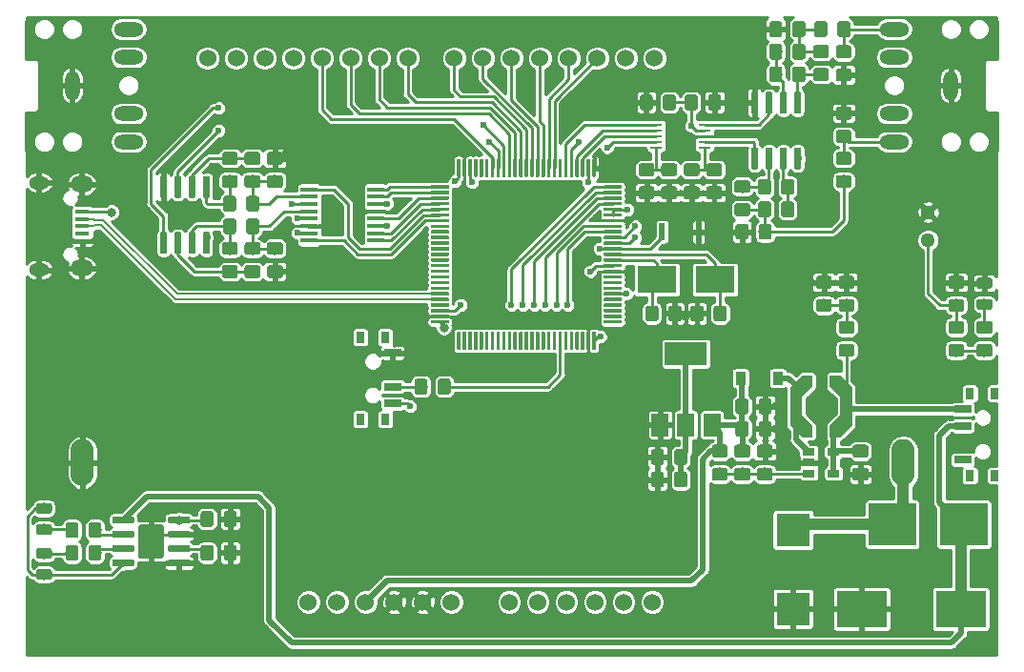
<source format=gbr>
G04 #@! TF.GenerationSoftware,KiCad,Pcbnew,(5.0.1)-3*
G04 #@! TF.CreationDate,2021-09-23T20:30:50+02:00*
G04 #@! TF.ProjectId,pocketDSP,706F636B65744453502E6B696361645F,rev?*
G04 #@! TF.SameCoordinates,Original*
G04 #@! TF.FileFunction,Copper,L1,Top,Signal*
G04 #@! TF.FilePolarity,Positive*
%FSLAX46Y46*%
G04 Gerber Fmt 4.6, Leading zero omitted, Abs format (unit mm)*
G04 Created by KiCad (PCBNEW (5.0.1)-3) date 23/09/2021 20:30:50*
%MOMM*%
%LPD*%
G01*
G04 APERTURE LIST*
G04 #@! TA.AperFunction,Conductor*
%ADD10C,0.050800*%
G04 #@! TD*
G04 #@! TA.AperFunction,SMDPad,CuDef*
%ADD11C,1.150000*%
G04 #@! TD*
G04 #@! TA.AperFunction,SMDPad,CuDef*
%ADD12C,0.975000*%
G04 #@! TD*
G04 #@! TA.AperFunction,SMDPad,CuDef*
%ADD13R,0.900000X1.200000*%
G04 #@! TD*
G04 #@! TA.AperFunction,SMDPad,CuDef*
%ADD14R,4.500000X3.300000*%
G04 #@! TD*
G04 #@! TA.AperFunction,SMDPad,CuDef*
%ADD15R,4.241800X3.810000*%
G04 #@! TD*
G04 #@! TA.AperFunction,SMDPad,CuDef*
%ADD16R,1.300000X0.450000*%
G04 #@! TD*
G04 #@! TA.AperFunction,ComponentPad*
%ADD17O,2.000000X1.450000*%
G04 #@! TD*
G04 #@! TA.AperFunction,ComponentPad*
%ADD18O,1.800000X1.150000*%
G04 #@! TD*
G04 #@! TA.AperFunction,ComponentPad*
%ADD19O,1.308000X2.616000*%
G04 #@! TD*
G04 #@! TA.AperFunction,ComponentPad*
%ADD20O,2.616000X1.308000*%
G04 #@! TD*
G04 #@! TA.AperFunction,SMDPad,CuDef*
%ADD21C,0.300000*%
G04 #@! TD*
G04 #@! TA.AperFunction,SMDPad,CuDef*
%ADD22R,1.060000X0.650000*%
G04 #@! TD*
G04 #@! TA.AperFunction,SMDPad,CuDef*
%ADD23R,3.800000X2.000000*%
G04 #@! TD*
G04 #@! TA.AperFunction,SMDPad,CuDef*
%ADD24R,1.500000X2.000000*%
G04 #@! TD*
G04 #@! TA.AperFunction,SMDPad,CuDef*
%ADD25C,0.600000*%
G04 #@! TD*
G04 #@! TA.AperFunction,SMDPad,CuDef*
%ADD26R,1.500000X0.450000*%
G04 #@! TD*
G04 #@! TA.AperFunction,SMDPad,CuDef*
%ADD27R,1.100000X0.250000*%
G04 #@! TD*
G04 #@! TA.AperFunction,SMDPad,CuDef*
%ADD28R,3.500000X2.400000*%
G04 #@! TD*
G04 #@! TA.AperFunction,ComponentPad*
%ADD29O,2.070000X4.140000*%
G04 #@! TD*
G04 #@! TA.AperFunction,SMDPad,CuDef*
%ADD30R,1.500000X0.700000*%
G04 #@! TD*
G04 #@! TA.AperFunction,SMDPad,CuDef*
%ADD31R,0.800000X1.000000*%
G04 #@! TD*
G04 #@! TA.AperFunction,SMDPad,CuDef*
%ADD32C,2.290000*%
G04 #@! TD*
G04 #@! TA.AperFunction,ViaPad*
%ADD33C,0.500000*%
G04 #@! TD*
G04 #@! TA.AperFunction,SMDPad,CuDef*
%ADD34C,1.055000*%
G04 #@! TD*
G04 #@! TA.AperFunction,SMDPad,CuDef*
%ADD35R,3.000000X3.000000*%
G04 #@! TD*
G04 #@! TA.AperFunction,ComponentPad*
%ADD36C,1.278000*%
G04 #@! TD*
G04 #@! TA.AperFunction,SMDPad,CuDef*
%ADD37R,0.550000X1.500000*%
G04 #@! TD*
G04 #@! TA.AperFunction,ComponentPad*
%ADD38C,1.524000*%
G04 #@! TD*
G04 #@! TA.AperFunction,ViaPad*
%ADD39C,0.600000*%
G04 #@! TD*
G04 #@! TA.AperFunction,ViaPad*
%ADD40C,0.800000*%
G04 #@! TD*
G04 #@! TA.AperFunction,Conductor*
%ADD41C,0.250000*%
G04 #@! TD*
G04 #@! TA.AperFunction,Conductor*
%ADD42C,0.500000*%
G04 #@! TD*
G04 #@! TA.AperFunction,Conductor*
%ADD43C,1.000000*%
G04 #@! TD*
G04 #@! TA.AperFunction,Conductor*
%ADD44C,0.200000*%
G04 #@! TD*
G04 APERTURE END LIST*
D10*
G04 #@! TO.N,BAT_SW*
G04 #@! TO.C,C19*
G36*
X154974505Y-128401204D02*
X154998773Y-128404804D01*
X155022572Y-128410765D01*
X155045671Y-128419030D01*
X155067850Y-128429520D01*
X155088893Y-128442132D01*
X155108599Y-128456747D01*
X155126777Y-128473223D01*
X155143253Y-128491401D01*
X155157868Y-128511107D01*
X155170480Y-128532150D01*
X155180970Y-128554329D01*
X155189235Y-128577428D01*
X155195196Y-128601227D01*
X155198796Y-128625495D01*
X155200000Y-128649999D01*
X155200000Y-129300001D01*
X155198796Y-129324505D01*
X155195196Y-129348773D01*
X155189235Y-129372572D01*
X155180970Y-129395671D01*
X155170480Y-129417850D01*
X155157868Y-129438893D01*
X155143253Y-129458599D01*
X155126777Y-129476777D01*
X155108599Y-129493253D01*
X155088893Y-129507868D01*
X155067850Y-129520480D01*
X155045671Y-129530970D01*
X155022572Y-129539235D01*
X154998773Y-129545196D01*
X154974505Y-129548796D01*
X154950001Y-129550000D01*
X154049999Y-129550000D01*
X154025495Y-129548796D01*
X154001227Y-129545196D01*
X153977428Y-129539235D01*
X153954329Y-129530970D01*
X153932150Y-129520480D01*
X153911107Y-129507868D01*
X153891401Y-129493253D01*
X153873223Y-129476777D01*
X153856747Y-129458599D01*
X153842132Y-129438893D01*
X153829520Y-129417850D01*
X153819030Y-129395671D01*
X153810765Y-129372572D01*
X153804804Y-129348773D01*
X153801204Y-129324505D01*
X153800000Y-129300001D01*
X153800000Y-128649999D01*
X153801204Y-128625495D01*
X153804804Y-128601227D01*
X153810765Y-128577428D01*
X153819030Y-128554329D01*
X153829520Y-128532150D01*
X153842132Y-128511107D01*
X153856747Y-128491401D01*
X153873223Y-128473223D01*
X153891401Y-128456747D01*
X153911107Y-128442132D01*
X153932150Y-128429520D01*
X153954329Y-128419030D01*
X153977428Y-128410765D01*
X154001227Y-128404804D01*
X154025495Y-128401204D01*
X154049999Y-128400000D01*
X154950001Y-128400000D01*
X154974505Y-128401204D01*
X154974505Y-128401204D01*
G37*
D11*
G04 #@! TD*
G04 #@! TO.P,C19,1*
G04 #@! TO.N,BAT_SW*
X154500000Y-128975000D03*
D10*
G04 #@! TO.N,GND*
G04 #@! TO.C,C19*
G36*
X154974505Y-130451204D02*
X154998773Y-130454804D01*
X155022572Y-130460765D01*
X155045671Y-130469030D01*
X155067850Y-130479520D01*
X155088893Y-130492132D01*
X155108599Y-130506747D01*
X155126777Y-130523223D01*
X155143253Y-130541401D01*
X155157868Y-130561107D01*
X155170480Y-130582150D01*
X155180970Y-130604329D01*
X155189235Y-130627428D01*
X155195196Y-130651227D01*
X155198796Y-130675495D01*
X155200000Y-130699999D01*
X155200000Y-131350001D01*
X155198796Y-131374505D01*
X155195196Y-131398773D01*
X155189235Y-131422572D01*
X155180970Y-131445671D01*
X155170480Y-131467850D01*
X155157868Y-131488893D01*
X155143253Y-131508599D01*
X155126777Y-131526777D01*
X155108599Y-131543253D01*
X155088893Y-131557868D01*
X155067850Y-131570480D01*
X155045671Y-131580970D01*
X155022572Y-131589235D01*
X154998773Y-131595196D01*
X154974505Y-131598796D01*
X154950001Y-131600000D01*
X154049999Y-131600000D01*
X154025495Y-131598796D01*
X154001227Y-131595196D01*
X153977428Y-131589235D01*
X153954329Y-131580970D01*
X153932150Y-131570480D01*
X153911107Y-131557868D01*
X153891401Y-131543253D01*
X153873223Y-131526777D01*
X153856747Y-131508599D01*
X153842132Y-131488893D01*
X153829520Y-131467850D01*
X153819030Y-131445671D01*
X153810765Y-131422572D01*
X153804804Y-131398773D01*
X153801204Y-131374505D01*
X153800000Y-131350001D01*
X153800000Y-130699999D01*
X153801204Y-130675495D01*
X153804804Y-130651227D01*
X153810765Y-130627428D01*
X153819030Y-130604329D01*
X153829520Y-130582150D01*
X153842132Y-130561107D01*
X153856747Y-130541401D01*
X153873223Y-130523223D01*
X153891401Y-130506747D01*
X153911107Y-130492132D01*
X153932150Y-130479520D01*
X153954329Y-130469030D01*
X153977428Y-130460765D01*
X154001227Y-130454804D01*
X154025495Y-130451204D01*
X154049999Y-130450000D01*
X154950001Y-130450000D01*
X154974505Y-130451204D01*
X154974505Y-130451204D01*
G37*
D11*
G04 #@! TD*
G04 #@! TO.P,C19,2*
G04 #@! TO.N,GND*
X154500000Y-131025000D03*
D10*
G04 #@! TO.N,+5V*
G04 #@! TO.C,C23*
G36*
X144324505Y-124301204D02*
X144348773Y-124304804D01*
X144372572Y-124310765D01*
X144395671Y-124319030D01*
X144417850Y-124329520D01*
X144438893Y-124342132D01*
X144458599Y-124356747D01*
X144476777Y-124373223D01*
X144493253Y-124391401D01*
X144507868Y-124411107D01*
X144520480Y-124432150D01*
X144530970Y-124454329D01*
X144539235Y-124477428D01*
X144545196Y-124501227D01*
X144548796Y-124525495D01*
X144550000Y-124549999D01*
X144550000Y-125450001D01*
X144548796Y-125474505D01*
X144545196Y-125498773D01*
X144539235Y-125522572D01*
X144530970Y-125545671D01*
X144520480Y-125567850D01*
X144507868Y-125588893D01*
X144493253Y-125608599D01*
X144476777Y-125626777D01*
X144458599Y-125643253D01*
X144438893Y-125657868D01*
X144417850Y-125670480D01*
X144395671Y-125680970D01*
X144372572Y-125689235D01*
X144348773Y-125695196D01*
X144324505Y-125698796D01*
X144300001Y-125700000D01*
X143649999Y-125700000D01*
X143625495Y-125698796D01*
X143601227Y-125695196D01*
X143577428Y-125689235D01*
X143554329Y-125680970D01*
X143532150Y-125670480D01*
X143511107Y-125657868D01*
X143491401Y-125643253D01*
X143473223Y-125626777D01*
X143456747Y-125608599D01*
X143442132Y-125588893D01*
X143429520Y-125567850D01*
X143419030Y-125545671D01*
X143410765Y-125522572D01*
X143404804Y-125498773D01*
X143401204Y-125474505D01*
X143400000Y-125450001D01*
X143400000Y-124549999D01*
X143401204Y-124525495D01*
X143404804Y-124501227D01*
X143410765Y-124477428D01*
X143419030Y-124454329D01*
X143429520Y-124432150D01*
X143442132Y-124411107D01*
X143456747Y-124391401D01*
X143473223Y-124373223D01*
X143491401Y-124356747D01*
X143511107Y-124342132D01*
X143532150Y-124329520D01*
X143554329Y-124319030D01*
X143577428Y-124310765D01*
X143601227Y-124304804D01*
X143625495Y-124301204D01*
X143649999Y-124300000D01*
X144300001Y-124300000D01*
X144324505Y-124301204D01*
X144324505Y-124301204D01*
G37*
D11*
G04 #@! TD*
G04 #@! TO.P,C23,1*
G04 #@! TO.N,+5V*
X143975000Y-125000000D03*
D10*
G04 #@! TO.N,GND*
G04 #@! TO.C,C23*
G36*
X146374505Y-124301204D02*
X146398773Y-124304804D01*
X146422572Y-124310765D01*
X146445671Y-124319030D01*
X146467850Y-124329520D01*
X146488893Y-124342132D01*
X146508599Y-124356747D01*
X146526777Y-124373223D01*
X146543253Y-124391401D01*
X146557868Y-124411107D01*
X146570480Y-124432150D01*
X146580970Y-124454329D01*
X146589235Y-124477428D01*
X146595196Y-124501227D01*
X146598796Y-124525495D01*
X146600000Y-124549999D01*
X146600000Y-125450001D01*
X146598796Y-125474505D01*
X146595196Y-125498773D01*
X146589235Y-125522572D01*
X146580970Y-125545671D01*
X146570480Y-125567850D01*
X146557868Y-125588893D01*
X146543253Y-125608599D01*
X146526777Y-125626777D01*
X146508599Y-125643253D01*
X146488893Y-125657868D01*
X146467850Y-125670480D01*
X146445671Y-125680970D01*
X146422572Y-125689235D01*
X146398773Y-125695196D01*
X146374505Y-125698796D01*
X146350001Y-125700000D01*
X145699999Y-125700000D01*
X145675495Y-125698796D01*
X145651227Y-125695196D01*
X145627428Y-125689235D01*
X145604329Y-125680970D01*
X145582150Y-125670480D01*
X145561107Y-125657868D01*
X145541401Y-125643253D01*
X145523223Y-125626777D01*
X145506747Y-125608599D01*
X145492132Y-125588893D01*
X145479520Y-125567850D01*
X145469030Y-125545671D01*
X145460765Y-125522572D01*
X145454804Y-125498773D01*
X145451204Y-125474505D01*
X145450000Y-125450001D01*
X145450000Y-124549999D01*
X145451204Y-124525495D01*
X145454804Y-124501227D01*
X145460765Y-124477428D01*
X145469030Y-124454329D01*
X145479520Y-124432150D01*
X145492132Y-124411107D01*
X145506747Y-124391401D01*
X145523223Y-124373223D01*
X145541401Y-124356747D01*
X145561107Y-124342132D01*
X145582150Y-124329520D01*
X145604329Y-124319030D01*
X145627428Y-124310765D01*
X145651227Y-124304804D01*
X145675495Y-124301204D01*
X145699999Y-124300000D01*
X146350001Y-124300000D01*
X146374505Y-124301204D01*
X146374505Y-124301204D01*
G37*
D11*
G04 #@! TD*
G04 #@! TO.P,C23,2*
G04 #@! TO.N,GND*
X146025000Y-125000000D03*
D10*
G04 #@! TO.N,GND*
G04 #@! TO.C,C25*
G36*
X146374505Y-126301204D02*
X146398773Y-126304804D01*
X146422572Y-126310765D01*
X146445671Y-126319030D01*
X146467850Y-126329520D01*
X146488893Y-126342132D01*
X146508599Y-126356747D01*
X146526777Y-126373223D01*
X146543253Y-126391401D01*
X146557868Y-126411107D01*
X146570480Y-126432150D01*
X146580970Y-126454329D01*
X146589235Y-126477428D01*
X146595196Y-126501227D01*
X146598796Y-126525495D01*
X146600000Y-126549999D01*
X146600000Y-127450001D01*
X146598796Y-127474505D01*
X146595196Y-127498773D01*
X146589235Y-127522572D01*
X146580970Y-127545671D01*
X146570480Y-127567850D01*
X146557868Y-127588893D01*
X146543253Y-127608599D01*
X146526777Y-127626777D01*
X146508599Y-127643253D01*
X146488893Y-127657868D01*
X146467850Y-127670480D01*
X146445671Y-127680970D01*
X146422572Y-127689235D01*
X146398773Y-127695196D01*
X146374505Y-127698796D01*
X146350001Y-127700000D01*
X145699999Y-127700000D01*
X145675495Y-127698796D01*
X145651227Y-127695196D01*
X145627428Y-127689235D01*
X145604329Y-127680970D01*
X145582150Y-127670480D01*
X145561107Y-127657868D01*
X145541401Y-127643253D01*
X145523223Y-127626777D01*
X145506747Y-127608599D01*
X145492132Y-127588893D01*
X145479520Y-127567850D01*
X145469030Y-127545671D01*
X145460765Y-127522572D01*
X145454804Y-127498773D01*
X145451204Y-127474505D01*
X145450000Y-127450001D01*
X145450000Y-126549999D01*
X145451204Y-126525495D01*
X145454804Y-126501227D01*
X145460765Y-126477428D01*
X145469030Y-126454329D01*
X145479520Y-126432150D01*
X145492132Y-126411107D01*
X145506747Y-126391401D01*
X145523223Y-126373223D01*
X145541401Y-126356747D01*
X145561107Y-126342132D01*
X145582150Y-126329520D01*
X145604329Y-126319030D01*
X145627428Y-126310765D01*
X145651227Y-126304804D01*
X145675495Y-126301204D01*
X145699999Y-126300000D01*
X146350001Y-126300000D01*
X146374505Y-126301204D01*
X146374505Y-126301204D01*
G37*
D11*
G04 #@! TD*
G04 #@! TO.P,C25,2*
G04 #@! TO.N,GND*
X146025000Y-127000000D03*
D10*
G04 #@! TO.N,+5V*
G04 #@! TO.C,C25*
G36*
X144324505Y-126301204D02*
X144348773Y-126304804D01*
X144372572Y-126310765D01*
X144395671Y-126319030D01*
X144417850Y-126329520D01*
X144438893Y-126342132D01*
X144458599Y-126356747D01*
X144476777Y-126373223D01*
X144493253Y-126391401D01*
X144507868Y-126411107D01*
X144520480Y-126432150D01*
X144530970Y-126454329D01*
X144539235Y-126477428D01*
X144545196Y-126501227D01*
X144548796Y-126525495D01*
X144550000Y-126549999D01*
X144550000Y-127450001D01*
X144548796Y-127474505D01*
X144545196Y-127498773D01*
X144539235Y-127522572D01*
X144530970Y-127545671D01*
X144520480Y-127567850D01*
X144507868Y-127588893D01*
X144493253Y-127608599D01*
X144476777Y-127626777D01*
X144458599Y-127643253D01*
X144438893Y-127657868D01*
X144417850Y-127670480D01*
X144395671Y-127680970D01*
X144372572Y-127689235D01*
X144348773Y-127695196D01*
X144324505Y-127698796D01*
X144300001Y-127700000D01*
X143649999Y-127700000D01*
X143625495Y-127698796D01*
X143601227Y-127695196D01*
X143577428Y-127689235D01*
X143554329Y-127680970D01*
X143532150Y-127670480D01*
X143511107Y-127657868D01*
X143491401Y-127643253D01*
X143473223Y-127626777D01*
X143456747Y-127608599D01*
X143442132Y-127588893D01*
X143429520Y-127567850D01*
X143419030Y-127545671D01*
X143410765Y-127522572D01*
X143404804Y-127498773D01*
X143401204Y-127474505D01*
X143400000Y-127450001D01*
X143400000Y-126549999D01*
X143401204Y-126525495D01*
X143404804Y-126501227D01*
X143410765Y-126477428D01*
X143419030Y-126454329D01*
X143429520Y-126432150D01*
X143442132Y-126411107D01*
X143456747Y-126391401D01*
X143473223Y-126373223D01*
X143491401Y-126356747D01*
X143511107Y-126342132D01*
X143532150Y-126329520D01*
X143554329Y-126319030D01*
X143577428Y-126310765D01*
X143601227Y-126304804D01*
X143625495Y-126301204D01*
X143649999Y-126300000D01*
X144300001Y-126300000D01*
X144324505Y-126301204D01*
X144324505Y-126301204D01*
G37*
D11*
G04 #@! TD*
G04 #@! TO.P,C25,1*
G04 #@! TO.N,+5V*
X143975000Y-127000000D03*
D10*
G04 #@! TO.N,GND*
G04 #@! TO.C,C27*
G36*
X136824505Y-128801204D02*
X136848773Y-128804804D01*
X136872572Y-128810765D01*
X136895671Y-128819030D01*
X136917850Y-128829520D01*
X136938893Y-128842132D01*
X136958599Y-128856747D01*
X136976777Y-128873223D01*
X136993253Y-128891401D01*
X137007868Y-128911107D01*
X137020480Y-128932150D01*
X137030970Y-128954329D01*
X137039235Y-128977428D01*
X137045196Y-129001227D01*
X137048796Y-129025495D01*
X137050000Y-129049999D01*
X137050000Y-129950001D01*
X137048796Y-129974505D01*
X137045196Y-129998773D01*
X137039235Y-130022572D01*
X137030970Y-130045671D01*
X137020480Y-130067850D01*
X137007868Y-130088893D01*
X136993253Y-130108599D01*
X136976777Y-130126777D01*
X136958599Y-130143253D01*
X136938893Y-130157868D01*
X136917850Y-130170480D01*
X136895671Y-130180970D01*
X136872572Y-130189235D01*
X136848773Y-130195196D01*
X136824505Y-130198796D01*
X136800001Y-130200000D01*
X136149999Y-130200000D01*
X136125495Y-130198796D01*
X136101227Y-130195196D01*
X136077428Y-130189235D01*
X136054329Y-130180970D01*
X136032150Y-130170480D01*
X136011107Y-130157868D01*
X135991401Y-130143253D01*
X135973223Y-130126777D01*
X135956747Y-130108599D01*
X135942132Y-130088893D01*
X135929520Y-130067850D01*
X135919030Y-130045671D01*
X135910765Y-130022572D01*
X135904804Y-129998773D01*
X135901204Y-129974505D01*
X135900000Y-129950001D01*
X135900000Y-129049999D01*
X135901204Y-129025495D01*
X135904804Y-129001227D01*
X135910765Y-128977428D01*
X135919030Y-128954329D01*
X135929520Y-128932150D01*
X135942132Y-128911107D01*
X135956747Y-128891401D01*
X135973223Y-128873223D01*
X135991401Y-128856747D01*
X136011107Y-128842132D01*
X136032150Y-128829520D01*
X136054329Y-128819030D01*
X136077428Y-128810765D01*
X136101227Y-128804804D01*
X136125495Y-128801204D01*
X136149999Y-128800000D01*
X136800001Y-128800000D01*
X136824505Y-128801204D01*
X136824505Y-128801204D01*
G37*
D11*
G04 #@! TD*
G04 #@! TO.P,C27,1*
G04 #@! TO.N,GND*
X136475000Y-129500000D03*
D10*
G04 #@! TO.N,+3V3*
G04 #@! TO.C,C27*
G36*
X138874505Y-128801204D02*
X138898773Y-128804804D01*
X138922572Y-128810765D01*
X138945671Y-128819030D01*
X138967850Y-128829520D01*
X138988893Y-128842132D01*
X139008599Y-128856747D01*
X139026777Y-128873223D01*
X139043253Y-128891401D01*
X139057868Y-128911107D01*
X139070480Y-128932150D01*
X139080970Y-128954329D01*
X139089235Y-128977428D01*
X139095196Y-129001227D01*
X139098796Y-129025495D01*
X139100000Y-129049999D01*
X139100000Y-129950001D01*
X139098796Y-129974505D01*
X139095196Y-129998773D01*
X139089235Y-130022572D01*
X139080970Y-130045671D01*
X139070480Y-130067850D01*
X139057868Y-130088893D01*
X139043253Y-130108599D01*
X139026777Y-130126777D01*
X139008599Y-130143253D01*
X138988893Y-130157868D01*
X138967850Y-130170480D01*
X138945671Y-130180970D01*
X138922572Y-130189235D01*
X138898773Y-130195196D01*
X138874505Y-130198796D01*
X138850001Y-130200000D01*
X138199999Y-130200000D01*
X138175495Y-130198796D01*
X138151227Y-130195196D01*
X138127428Y-130189235D01*
X138104329Y-130180970D01*
X138082150Y-130170480D01*
X138061107Y-130157868D01*
X138041401Y-130143253D01*
X138023223Y-130126777D01*
X138006747Y-130108599D01*
X137992132Y-130088893D01*
X137979520Y-130067850D01*
X137969030Y-130045671D01*
X137960765Y-130022572D01*
X137954804Y-129998773D01*
X137951204Y-129974505D01*
X137950000Y-129950001D01*
X137950000Y-129049999D01*
X137951204Y-129025495D01*
X137954804Y-129001227D01*
X137960765Y-128977428D01*
X137969030Y-128954329D01*
X137979520Y-128932150D01*
X137992132Y-128911107D01*
X138006747Y-128891401D01*
X138023223Y-128873223D01*
X138041401Y-128856747D01*
X138061107Y-128842132D01*
X138082150Y-128829520D01*
X138104329Y-128819030D01*
X138127428Y-128810765D01*
X138151227Y-128804804D01*
X138175495Y-128801204D01*
X138199999Y-128800000D01*
X138850001Y-128800000D01*
X138874505Y-128801204D01*
X138874505Y-128801204D01*
G37*
D11*
G04 #@! TD*
G04 #@! TO.P,C27,2*
G04 #@! TO.N,+3V3*
X138525000Y-129500000D03*
D10*
G04 #@! TO.N,Net-(D1-Pad2)*
G04 #@! TO.C,D1*
G36*
X165980142Y-115451174D02*
X166003803Y-115454684D01*
X166027007Y-115460496D01*
X166049529Y-115468554D01*
X166071153Y-115478782D01*
X166091670Y-115491079D01*
X166110883Y-115505329D01*
X166128607Y-115521393D01*
X166144671Y-115539117D01*
X166158921Y-115558330D01*
X166171218Y-115578847D01*
X166181446Y-115600471D01*
X166189504Y-115622993D01*
X166195316Y-115646197D01*
X166198826Y-115669858D01*
X166200000Y-115693750D01*
X166200000Y-116181250D01*
X166198826Y-116205142D01*
X166195316Y-116228803D01*
X166189504Y-116252007D01*
X166181446Y-116274529D01*
X166171218Y-116296153D01*
X166158921Y-116316670D01*
X166144671Y-116335883D01*
X166128607Y-116353607D01*
X166110883Y-116369671D01*
X166091670Y-116383921D01*
X166071153Y-116396218D01*
X166049529Y-116406446D01*
X166027007Y-116414504D01*
X166003803Y-116420316D01*
X165980142Y-116423826D01*
X165956250Y-116425000D01*
X165043750Y-116425000D01*
X165019858Y-116423826D01*
X164996197Y-116420316D01*
X164972993Y-116414504D01*
X164950471Y-116406446D01*
X164928847Y-116396218D01*
X164908330Y-116383921D01*
X164889117Y-116369671D01*
X164871393Y-116353607D01*
X164855329Y-116335883D01*
X164841079Y-116316670D01*
X164828782Y-116296153D01*
X164818554Y-116274529D01*
X164810496Y-116252007D01*
X164804684Y-116228803D01*
X164801174Y-116205142D01*
X164800000Y-116181250D01*
X164800000Y-115693750D01*
X164801174Y-115669858D01*
X164804684Y-115646197D01*
X164810496Y-115622993D01*
X164818554Y-115600471D01*
X164828782Y-115578847D01*
X164841079Y-115558330D01*
X164855329Y-115539117D01*
X164871393Y-115521393D01*
X164889117Y-115505329D01*
X164908330Y-115491079D01*
X164928847Y-115478782D01*
X164950471Y-115468554D01*
X164972993Y-115460496D01*
X164996197Y-115454684D01*
X165019858Y-115451174D01*
X165043750Y-115450000D01*
X165956250Y-115450000D01*
X165980142Y-115451174D01*
X165980142Y-115451174D01*
G37*
D12*
G04 #@! TD*
G04 #@! TO.P,D1,2*
G04 #@! TO.N,Net-(D1-Pad2)*
X165500000Y-115937500D03*
D10*
G04 #@! TO.N,GND*
G04 #@! TO.C,D1*
G36*
X165980142Y-113576174D02*
X166003803Y-113579684D01*
X166027007Y-113585496D01*
X166049529Y-113593554D01*
X166071153Y-113603782D01*
X166091670Y-113616079D01*
X166110883Y-113630329D01*
X166128607Y-113646393D01*
X166144671Y-113664117D01*
X166158921Y-113683330D01*
X166171218Y-113703847D01*
X166181446Y-113725471D01*
X166189504Y-113747993D01*
X166195316Y-113771197D01*
X166198826Y-113794858D01*
X166200000Y-113818750D01*
X166200000Y-114306250D01*
X166198826Y-114330142D01*
X166195316Y-114353803D01*
X166189504Y-114377007D01*
X166181446Y-114399529D01*
X166171218Y-114421153D01*
X166158921Y-114441670D01*
X166144671Y-114460883D01*
X166128607Y-114478607D01*
X166110883Y-114494671D01*
X166091670Y-114508921D01*
X166071153Y-114521218D01*
X166049529Y-114531446D01*
X166027007Y-114539504D01*
X166003803Y-114545316D01*
X165980142Y-114548826D01*
X165956250Y-114550000D01*
X165043750Y-114550000D01*
X165019858Y-114548826D01*
X164996197Y-114545316D01*
X164972993Y-114539504D01*
X164950471Y-114531446D01*
X164928847Y-114521218D01*
X164908330Y-114508921D01*
X164889117Y-114494671D01*
X164871393Y-114478607D01*
X164855329Y-114460883D01*
X164841079Y-114441670D01*
X164828782Y-114421153D01*
X164818554Y-114399529D01*
X164810496Y-114377007D01*
X164804684Y-114353803D01*
X164801174Y-114330142D01*
X164800000Y-114306250D01*
X164800000Y-113818750D01*
X164801174Y-113794858D01*
X164804684Y-113771197D01*
X164810496Y-113747993D01*
X164818554Y-113725471D01*
X164828782Y-113703847D01*
X164841079Y-113683330D01*
X164855329Y-113664117D01*
X164871393Y-113646393D01*
X164889117Y-113630329D01*
X164908330Y-113616079D01*
X164928847Y-113603782D01*
X164950471Y-113593554D01*
X164972993Y-113585496D01*
X164996197Y-113579684D01*
X165019858Y-113576174D01*
X165043750Y-113575000D01*
X165956250Y-113575000D01*
X165980142Y-113576174D01*
X165980142Y-113576174D01*
G37*
D12*
G04 #@! TD*
G04 #@! TO.P,D1,1*
G04 #@! TO.N,GND*
X165500000Y-114062500D03*
D10*
G04 #@! TO.N,Net-(D2-Pad1)*
G04 #@! TO.C,D2*
G36*
X82480142Y-137576174D02*
X82503803Y-137579684D01*
X82527007Y-137585496D01*
X82549529Y-137593554D01*
X82571153Y-137603782D01*
X82591670Y-137616079D01*
X82610883Y-137630329D01*
X82628607Y-137646393D01*
X82644671Y-137664117D01*
X82658921Y-137683330D01*
X82671218Y-137703847D01*
X82681446Y-137725471D01*
X82689504Y-137747993D01*
X82695316Y-137771197D01*
X82698826Y-137794858D01*
X82700000Y-137818750D01*
X82700000Y-138306250D01*
X82698826Y-138330142D01*
X82695316Y-138353803D01*
X82689504Y-138377007D01*
X82681446Y-138399529D01*
X82671218Y-138421153D01*
X82658921Y-138441670D01*
X82644671Y-138460883D01*
X82628607Y-138478607D01*
X82610883Y-138494671D01*
X82591670Y-138508921D01*
X82571153Y-138521218D01*
X82549529Y-138531446D01*
X82527007Y-138539504D01*
X82503803Y-138545316D01*
X82480142Y-138548826D01*
X82456250Y-138550000D01*
X81543750Y-138550000D01*
X81519858Y-138548826D01*
X81496197Y-138545316D01*
X81472993Y-138539504D01*
X81450471Y-138531446D01*
X81428847Y-138521218D01*
X81408330Y-138508921D01*
X81389117Y-138494671D01*
X81371393Y-138478607D01*
X81355329Y-138460883D01*
X81341079Y-138441670D01*
X81328782Y-138421153D01*
X81318554Y-138399529D01*
X81310496Y-138377007D01*
X81304684Y-138353803D01*
X81301174Y-138330142D01*
X81300000Y-138306250D01*
X81300000Y-137818750D01*
X81301174Y-137794858D01*
X81304684Y-137771197D01*
X81310496Y-137747993D01*
X81318554Y-137725471D01*
X81328782Y-137703847D01*
X81341079Y-137683330D01*
X81355329Y-137664117D01*
X81371393Y-137646393D01*
X81389117Y-137630329D01*
X81408330Y-137616079D01*
X81428847Y-137603782D01*
X81450471Y-137593554D01*
X81472993Y-137585496D01*
X81496197Y-137579684D01*
X81519858Y-137576174D01*
X81543750Y-137575000D01*
X82456250Y-137575000D01*
X82480142Y-137576174D01*
X82480142Y-137576174D01*
G37*
D12*
G04 #@! TD*
G04 #@! TO.P,D2,1*
G04 #@! TO.N,Net-(D2-Pad1)*
X82000000Y-138062500D03*
D10*
G04 #@! TO.N,USB_5V*
G04 #@! TO.C,D2*
G36*
X82480142Y-139451174D02*
X82503803Y-139454684D01*
X82527007Y-139460496D01*
X82549529Y-139468554D01*
X82571153Y-139478782D01*
X82591670Y-139491079D01*
X82610883Y-139505329D01*
X82628607Y-139521393D01*
X82644671Y-139539117D01*
X82658921Y-139558330D01*
X82671218Y-139578847D01*
X82681446Y-139600471D01*
X82689504Y-139622993D01*
X82695316Y-139646197D01*
X82698826Y-139669858D01*
X82700000Y-139693750D01*
X82700000Y-140181250D01*
X82698826Y-140205142D01*
X82695316Y-140228803D01*
X82689504Y-140252007D01*
X82681446Y-140274529D01*
X82671218Y-140296153D01*
X82658921Y-140316670D01*
X82644671Y-140335883D01*
X82628607Y-140353607D01*
X82610883Y-140369671D01*
X82591670Y-140383921D01*
X82571153Y-140396218D01*
X82549529Y-140406446D01*
X82527007Y-140414504D01*
X82503803Y-140420316D01*
X82480142Y-140423826D01*
X82456250Y-140425000D01*
X81543750Y-140425000D01*
X81519858Y-140423826D01*
X81496197Y-140420316D01*
X81472993Y-140414504D01*
X81450471Y-140406446D01*
X81428847Y-140396218D01*
X81408330Y-140383921D01*
X81389117Y-140369671D01*
X81371393Y-140353607D01*
X81355329Y-140335883D01*
X81341079Y-140316670D01*
X81328782Y-140296153D01*
X81318554Y-140274529D01*
X81310496Y-140252007D01*
X81304684Y-140228803D01*
X81301174Y-140205142D01*
X81300000Y-140181250D01*
X81300000Y-139693750D01*
X81301174Y-139669858D01*
X81304684Y-139646197D01*
X81310496Y-139622993D01*
X81318554Y-139600471D01*
X81328782Y-139578847D01*
X81341079Y-139558330D01*
X81355329Y-139539117D01*
X81371393Y-139521393D01*
X81389117Y-139505329D01*
X81408330Y-139491079D01*
X81428847Y-139478782D01*
X81450471Y-139468554D01*
X81472993Y-139460496D01*
X81496197Y-139454684D01*
X81519858Y-139451174D01*
X81543750Y-139450000D01*
X82456250Y-139450000D01*
X82480142Y-139451174D01*
X82480142Y-139451174D01*
G37*
D12*
G04 #@! TD*
G04 #@! TO.P,D2,2*
G04 #@! TO.N,USB_5V*
X82000000Y-139937500D03*
D13*
G04 #@! TO.P,D3,1*
G04 #@! TO.N,+5V*
X143850000Y-122500000D03*
G04 #@! TO.P,D3,2*
G04 #@! TO.N,Net-(D3-Pad2)*
X147150000Y-122500000D03*
G04 #@! TD*
D10*
G04 #@! TO.N,Net-(D4-Pad1)*
G04 #@! TO.C,D4*
G36*
X82480142Y-135451174D02*
X82503803Y-135454684D01*
X82527007Y-135460496D01*
X82549529Y-135468554D01*
X82571153Y-135478782D01*
X82591670Y-135491079D01*
X82610883Y-135505329D01*
X82628607Y-135521393D01*
X82644671Y-135539117D01*
X82658921Y-135558330D01*
X82671218Y-135578847D01*
X82681446Y-135600471D01*
X82689504Y-135622993D01*
X82695316Y-135646197D01*
X82698826Y-135669858D01*
X82700000Y-135693750D01*
X82700000Y-136181250D01*
X82698826Y-136205142D01*
X82695316Y-136228803D01*
X82689504Y-136252007D01*
X82681446Y-136274529D01*
X82671218Y-136296153D01*
X82658921Y-136316670D01*
X82644671Y-136335883D01*
X82628607Y-136353607D01*
X82610883Y-136369671D01*
X82591670Y-136383921D01*
X82571153Y-136396218D01*
X82549529Y-136406446D01*
X82527007Y-136414504D01*
X82503803Y-136420316D01*
X82480142Y-136423826D01*
X82456250Y-136425000D01*
X81543750Y-136425000D01*
X81519858Y-136423826D01*
X81496197Y-136420316D01*
X81472993Y-136414504D01*
X81450471Y-136406446D01*
X81428847Y-136396218D01*
X81408330Y-136383921D01*
X81389117Y-136369671D01*
X81371393Y-136353607D01*
X81355329Y-136335883D01*
X81341079Y-136316670D01*
X81328782Y-136296153D01*
X81318554Y-136274529D01*
X81310496Y-136252007D01*
X81304684Y-136228803D01*
X81301174Y-136205142D01*
X81300000Y-136181250D01*
X81300000Y-135693750D01*
X81301174Y-135669858D01*
X81304684Y-135646197D01*
X81310496Y-135622993D01*
X81318554Y-135600471D01*
X81328782Y-135578847D01*
X81341079Y-135558330D01*
X81355329Y-135539117D01*
X81371393Y-135521393D01*
X81389117Y-135505329D01*
X81408330Y-135491079D01*
X81428847Y-135478782D01*
X81450471Y-135468554D01*
X81472993Y-135460496D01*
X81496197Y-135454684D01*
X81519858Y-135451174D01*
X81543750Y-135450000D01*
X82456250Y-135450000D01*
X82480142Y-135451174D01*
X82480142Y-135451174D01*
G37*
D12*
G04 #@! TD*
G04 #@! TO.P,D4,1*
G04 #@! TO.N,Net-(D4-Pad1)*
X82000000Y-135937500D03*
D10*
G04 #@! TO.N,USB_5V*
G04 #@! TO.C,D4*
G36*
X82480142Y-133576174D02*
X82503803Y-133579684D01*
X82527007Y-133585496D01*
X82549529Y-133593554D01*
X82571153Y-133603782D01*
X82591670Y-133616079D01*
X82610883Y-133630329D01*
X82628607Y-133646393D01*
X82644671Y-133664117D01*
X82658921Y-133683330D01*
X82671218Y-133703847D01*
X82681446Y-133725471D01*
X82689504Y-133747993D01*
X82695316Y-133771197D01*
X82698826Y-133794858D01*
X82700000Y-133818750D01*
X82700000Y-134306250D01*
X82698826Y-134330142D01*
X82695316Y-134353803D01*
X82689504Y-134377007D01*
X82681446Y-134399529D01*
X82671218Y-134421153D01*
X82658921Y-134441670D01*
X82644671Y-134460883D01*
X82628607Y-134478607D01*
X82610883Y-134494671D01*
X82591670Y-134508921D01*
X82571153Y-134521218D01*
X82549529Y-134531446D01*
X82527007Y-134539504D01*
X82503803Y-134545316D01*
X82480142Y-134548826D01*
X82456250Y-134550000D01*
X81543750Y-134550000D01*
X81519858Y-134548826D01*
X81496197Y-134545316D01*
X81472993Y-134539504D01*
X81450471Y-134531446D01*
X81428847Y-134521218D01*
X81408330Y-134508921D01*
X81389117Y-134494671D01*
X81371393Y-134478607D01*
X81355329Y-134460883D01*
X81341079Y-134441670D01*
X81328782Y-134421153D01*
X81318554Y-134399529D01*
X81310496Y-134377007D01*
X81304684Y-134353803D01*
X81301174Y-134330142D01*
X81300000Y-134306250D01*
X81300000Y-133818750D01*
X81301174Y-133794858D01*
X81304684Y-133771197D01*
X81310496Y-133747993D01*
X81318554Y-133725471D01*
X81328782Y-133703847D01*
X81341079Y-133683330D01*
X81355329Y-133664117D01*
X81371393Y-133646393D01*
X81389117Y-133630329D01*
X81408330Y-133616079D01*
X81428847Y-133603782D01*
X81450471Y-133593554D01*
X81472993Y-133585496D01*
X81496197Y-133579684D01*
X81519858Y-133576174D01*
X81543750Y-133575000D01*
X82456250Y-133575000D01*
X82480142Y-133576174D01*
X82480142Y-133576174D01*
G37*
D12*
G04 #@! TD*
G04 #@! TO.P,D4,2*
G04 #@! TO.N,USB_5V*
X82000000Y-134062500D03*
D14*
G04 #@! TO.P,D5,1*
G04 #@! TO.N,BAT*
X163400000Y-143000000D03*
G04 #@! TO.P,D5,2*
G04 #@! TO.N,GND*
X154600000Y-143000000D03*
G04 #@! TD*
D15*
G04 #@! TO.P,F1,1*
G04 #@! TO.N,BAT*
X163687700Y-135500000D03*
G04 #@! TO.P,F1,2*
G04 #@! TO.N,Net-(BT1-Pad+)*
X157312300Y-135500000D03*
G04 #@! TD*
D16*
G04 #@! TO.P,J2,1*
G04 #@! TO.N,USB_5V*
X85400000Y-107700000D03*
G04 #@! TO.P,J2,2*
G04 #@! TO.N,USB_D-*
X85400000Y-108350000D03*
G04 #@! TO.P,J2,3*
G04 #@! TO.N,USB_D+*
X85400000Y-109000000D03*
G04 #@! TO.P,J2,4*
G04 #@! TO.N,N/C*
X85400000Y-109650000D03*
G04 #@! TO.P,J2,5*
G04 #@! TO.N,GND*
X85400000Y-110300000D03*
D17*
G04 #@! TO.P,J2,6*
X85350000Y-105275000D03*
X85350000Y-112725000D03*
D18*
X81550000Y-105125000D03*
X81550000Y-112875000D03*
G04 #@! TD*
D19*
G04 #@! TO.P,J3,1*
G04 #@! TO.N,GND*
X84500000Y-96500000D03*
D20*
G04 #@! TO.P,J3,2*
G04 #@! TO.N,L_IN*
X89500000Y-101500000D03*
G04 #@! TO.P,J3,10*
G04 #@! TO.N,N/C*
X89500000Y-99000000D03*
G04 #@! TO.P,J3,11*
X89500000Y-94000000D03*
G04 #@! TO.P,J3,3*
G04 #@! TO.N,R_IN*
X89500000Y-91500000D03*
G04 #@! TD*
G04 #@! TO.P,J4,3*
G04 #@! TO.N,L_OUT*
X157500000Y-101500000D03*
G04 #@! TO.P,J4,11*
G04 #@! TO.N,N/C*
X157500000Y-99000000D03*
G04 #@! TO.P,J4,10*
X157500000Y-94000000D03*
G04 #@! TO.P,J4,2*
G04 #@! TO.N,R_OUT*
X157500000Y-91500000D03*
D19*
G04 #@! TO.P,J4,1*
G04 #@! TO.N,GND*
X162500000Y-96500000D03*
G04 #@! TD*
D10*
G04 #@! TO.N,N/C*
G04 #@! TO.C,U2*
G36*
X133232351Y-117350361D02*
X133239632Y-117351441D01*
X133246771Y-117353229D01*
X133253701Y-117355709D01*
X133260355Y-117358856D01*
X133266668Y-117362640D01*
X133272579Y-117367024D01*
X133278033Y-117371967D01*
X133282976Y-117377421D01*
X133287360Y-117383332D01*
X133291144Y-117389645D01*
X133294291Y-117396299D01*
X133296771Y-117403229D01*
X133298559Y-117410368D01*
X133299639Y-117417649D01*
X133300000Y-117425000D01*
X133300000Y-117575000D01*
X133299639Y-117582351D01*
X133298559Y-117589632D01*
X133296771Y-117596771D01*
X133294291Y-117603701D01*
X133291144Y-117610355D01*
X133287360Y-117616668D01*
X133282976Y-117622579D01*
X133278033Y-117628033D01*
X133272579Y-117632976D01*
X133266668Y-117637360D01*
X133260355Y-117641144D01*
X133253701Y-117644291D01*
X133246771Y-117646771D01*
X133239632Y-117648559D01*
X133232351Y-117649639D01*
X133225000Y-117650000D01*
X131775000Y-117650000D01*
X131767649Y-117649639D01*
X131760368Y-117648559D01*
X131753229Y-117646771D01*
X131746299Y-117644291D01*
X131739645Y-117641144D01*
X131733332Y-117637360D01*
X131727421Y-117632976D01*
X131721967Y-117628033D01*
X131717024Y-117622579D01*
X131712640Y-117616668D01*
X131708856Y-117610355D01*
X131705709Y-117603701D01*
X131703229Y-117596771D01*
X131701441Y-117589632D01*
X131700361Y-117582351D01*
X131700000Y-117575000D01*
X131700000Y-117425000D01*
X131700361Y-117417649D01*
X131701441Y-117410368D01*
X131703229Y-117403229D01*
X131705709Y-117396299D01*
X131708856Y-117389645D01*
X131712640Y-117383332D01*
X131717024Y-117377421D01*
X131721967Y-117371967D01*
X131727421Y-117367024D01*
X131733332Y-117362640D01*
X131739645Y-117358856D01*
X131746299Y-117355709D01*
X131753229Y-117353229D01*
X131760368Y-117351441D01*
X131767649Y-117350361D01*
X131775000Y-117350000D01*
X133225000Y-117350000D01*
X133232351Y-117350361D01*
X133232351Y-117350361D01*
G37*
D21*
G04 #@! TD*
G04 #@! TO.P,U2,1*
G04 #@! TO.N,N/C*
X132500000Y-117500000D03*
D10*
G04 #@! TO.N,N/C*
G04 #@! TO.C,U2*
G36*
X133232351Y-116850361D02*
X133239632Y-116851441D01*
X133246771Y-116853229D01*
X133253701Y-116855709D01*
X133260355Y-116858856D01*
X133266668Y-116862640D01*
X133272579Y-116867024D01*
X133278033Y-116871967D01*
X133282976Y-116877421D01*
X133287360Y-116883332D01*
X133291144Y-116889645D01*
X133294291Y-116896299D01*
X133296771Y-116903229D01*
X133298559Y-116910368D01*
X133299639Y-116917649D01*
X133300000Y-116925000D01*
X133300000Y-117075000D01*
X133299639Y-117082351D01*
X133298559Y-117089632D01*
X133296771Y-117096771D01*
X133294291Y-117103701D01*
X133291144Y-117110355D01*
X133287360Y-117116668D01*
X133282976Y-117122579D01*
X133278033Y-117128033D01*
X133272579Y-117132976D01*
X133266668Y-117137360D01*
X133260355Y-117141144D01*
X133253701Y-117144291D01*
X133246771Y-117146771D01*
X133239632Y-117148559D01*
X133232351Y-117149639D01*
X133225000Y-117150000D01*
X131775000Y-117150000D01*
X131767649Y-117149639D01*
X131760368Y-117148559D01*
X131753229Y-117146771D01*
X131746299Y-117144291D01*
X131739645Y-117141144D01*
X131733332Y-117137360D01*
X131727421Y-117132976D01*
X131721967Y-117128033D01*
X131717024Y-117122579D01*
X131712640Y-117116668D01*
X131708856Y-117110355D01*
X131705709Y-117103701D01*
X131703229Y-117096771D01*
X131701441Y-117089632D01*
X131700361Y-117082351D01*
X131700000Y-117075000D01*
X131700000Y-116925000D01*
X131700361Y-116917649D01*
X131701441Y-116910368D01*
X131703229Y-116903229D01*
X131705709Y-116896299D01*
X131708856Y-116889645D01*
X131712640Y-116883332D01*
X131717024Y-116877421D01*
X131721967Y-116871967D01*
X131727421Y-116867024D01*
X131733332Y-116862640D01*
X131739645Y-116858856D01*
X131746299Y-116855709D01*
X131753229Y-116853229D01*
X131760368Y-116851441D01*
X131767649Y-116850361D01*
X131775000Y-116850000D01*
X133225000Y-116850000D01*
X133232351Y-116850361D01*
X133232351Y-116850361D01*
G37*
D21*
G04 #@! TD*
G04 #@! TO.P,U2,2*
G04 #@! TO.N,N/C*
X132500000Y-117000000D03*
D10*
G04 #@! TO.N,N/C*
G04 #@! TO.C,U2*
G36*
X133232351Y-116350361D02*
X133239632Y-116351441D01*
X133246771Y-116353229D01*
X133253701Y-116355709D01*
X133260355Y-116358856D01*
X133266668Y-116362640D01*
X133272579Y-116367024D01*
X133278033Y-116371967D01*
X133282976Y-116377421D01*
X133287360Y-116383332D01*
X133291144Y-116389645D01*
X133294291Y-116396299D01*
X133296771Y-116403229D01*
X133298559Y-116410368D01*
X133299639Y-116417649D01*
X133300000Y-116425000D01*
X133300000Y-116575000D01*
X133299639Y-116582351D01*
X133298559Y-116589632D01*
X133296771Y-116596771D01*
X133294291Y-116603701D01*
X133291144Y-116610355D01*
X133287360Y-116616668D01*
X133282976Y-116622579D01*
X133278033Y-116628033D01*
X133272579Y-116632976D01*
X133266668Y-116637360D01*
X133260355Y-116641144D01*
X133253701Y-116644291D01*
X133246771Y-116646771D01*
X133239632Y-116648559D01*
X133232351Y-116649639D01*
X133225000Y-116650000D01*
X131775000Y-116650000D01*
X131767649Y-116649639D01*
X131760368Y-116648559D01*
X131753229Y-116646771D01*
X131746299Y-116644291D01*
X131739645Y-116641144D01*
X131733332Y-116637360D01*
X131727421Y-116632976D01*
X131721967Y-116628033D01*
X131717024Y-116622579D01*
X131712640Y-116616668D01*
X131708856Y-116610355D01*
X131705709Y-116603701D01*
X131703229Y-116596771D01*
X131701441Y-116589632D01*
X131700361Y-116582351D01*
X131700000Y-116575000D01*
X131700000Y-116425000D01*
X131700361Y-116417649D01*
X131701441Y-116410368D01*
X131703229Y-116403229D01*
X131705709Y-116396299D01*
X131708856Y-116389645D01*
X131712640Y-116383332D01*
X131717024Y-116377421D01*
X131721967Y-116371967D01*
X131727421Y-116367024D01*
X131733332Y-116362640D01*
X131739645Y-116358856D01*
X131746299Y-116355709D01*
X131753229Y-116353229D01*
X131760368Y-116351441D01*
X131767649Y-116350361D01*
X131775000Y-116350000D01*
X133225000Y-116350000D01*
X133232351Y-116350361D01*
X133232351Y-116350361D01*
G37*
D21*
G04 #@! TD*
G04 #@! TO.P,U2,3*
G04 #@! TO.N,N/C*
X132500000Y-116500000D03*
D10*
G04 #@! TO.N,N/C*
G04 #@! TO.C,U2*
G36*
X133232351Y-115850361D02*
X133239632Y-115851441D01*
X133246771Y-115853229D01*
X133253701Y-115855709D01*
X133260355Y-115858856D01*
X133266668Y-115862640D01*
X133272579Y-115867024D01*
X133278033Y-115871967D01*
X133282976Y-115877421D01*
X133287360Y-115883332D01*
X133291144Y-115889645D01*
X133294291Y-115896299D01*
X133296771Y-115903229D01*
X133298559Y-115910368D01*
X133299639Y-115917649D01*
X133300000Y-115925000D01*
X133300000Y-116075000D01*
X133299639Y-116082351D01*
X133298559Y-116089632D01*
X133296771Y-116096771D01*
X133294291Y-116103701D01*
X133291144Y-116110355D01*
X133287360Y-116116668D01*
X133282976Y-116122579D01*
X133278033Y-116128033D01*
X133272579Y-116132976D01*
X133266668Y-116137360D01*
X133260355Y-116141144D01*
X133253701Y-116144291D01*
X133246771Y-116146771D01*
X133239632Y-116148559D01*
X133232351Y-116149639D01*
X133225000Y-116150000D01*
X131775000Y-116150000D01*
X131767649Y-116149639D01*
X131760368Y-116148559D01*
X131753229Y-116146771D01*
X131746299Y-116144291D01*
X131739645Y-116141144D01*
X131733332Y-116137360D01*
X131727421Y-116132976D01*
X131721967Y-116128033D01*
X131717024Y-116122579D01*
X131712640Y-116116668D01*
X131708856Y-116110355D01*
X131705709Y-116103701D01*
X131703229Y-116096771D01*
X131701441Y-116089632D01*
X131700361Y-116082351D01*
X131700000Y-116075000D01*
X131700000Y-115925000D01*
X131700361Y-115917649D01*
X131701441Y-115910368D01*
X131703229Y-115903229D01*
X131705709Y-115896299D01*
X131708856Y-115889645D01*
X131712640Y-115883332D01*
X131717024Y-115877421D01*
X131721967Y-115871967D01*
X131727421Y-115867024D01*
X131733332Y-115862640D01*
X131739645Y-115858856D01*
X131746299Y-115855709D01*
X131753229Y-115853229D01*
X131760368Y-115851441D01*
X131767649Y-115850361D01*
X131775000Y-115850000D01*
X133225000Y-115850000D01*
X133232351Y-115850361D01*
X133232351Y-115850361D01*
G37*
D21*
G04 #@! TD*
G04 #@! TO.P,U2,4*
G04 #@! TO.N,N/C*
X132500000Y-116000000D03*
D10*
G04 #@! TO.N,N/C*
G04 #@! TO.C,U2*
G36*
X133232351Y-115350361D02*
X133239632Y-115351441D01*
X133246771Y-115353229D01*
X133253701Y-115355709D01*
X133260355Y-115358856D01*
X133266668Y-115362640D01*
X133272579Y-115367024D01*
X133278033Y-115371967D01*
X133282976Y-115377421D01*
X133287360Y-115383332D01*
X133291144Y-115389645D01*
X133294291Y-115396299D01*
X133296771Y-115403229D01*
X133298559Y-115410368D01*
X133299639Y-115417649D01*
X133300000Y-115425000D01*
X133300000Y-115575000D01*
X133299639Y-115582351D01*
X133298559Y-115589632D01*
X133296771Y-115596771D01*
X133294291Y-115603701D01*
X133291144Y-115610355D01*
X133287360Y-115616668D01*
X133282976Y-115622579D01*
X133278033Y-115628033D01*
X133272579Y-115632976D01*
X133266668Y-115637360D01*
X133260355Y-115641144D01*
X133253701Y-115644291D01*
X133246771Y-115646771D01*
X133239632Y-115648559D01*
X133232351Y-115649639D01*
X133225000Y-115650000D01*
X131775000Y-115650000D01*
X131767649Y-115649639D01*
X131760368Y-115648559D01*
X131753229Y-115646771D01*
X131746299Y-115644291D01*
X131739645Y-115641144D01*
X131733332Y-115637360D01*
X131727421Y-115632976D01*
X131721967Y-115628033D01*
X131717024Y-115622579D01*
X131712640Y-115616668D01*
X131708856Y-115610355D01*
X131705709Y-115603701D01*
X131703229Y-115596771D01*
X131701441Y-115589632D01*
X131700361Y-115582351D01*
X131700000Y-115575000D01*
X131700000Y-115425000D01*
X131700361Y-115417649D01*
X131701441Y-115410368D01*
X131703229Y-115403229D01*
X131705709Y-115396299D01*
X131708856Y-115389645D01*
X131712640Y-115383332D01*
X131717024Y-115377421D01*
X131721967Y-115371967D01*
X131727421Y-115367024D01*
X131733332Y-115362640D01*
X131739645Y-115358856D01*
X131746299Y-115355709D01*
X131753229Y-115353229D01*
X131760368Y-115351441D01*
X131767649Y-115350361D01*
X131775000Y-115350000D01*
X133225000Y-115350000D01*
X133232351Y-115350361D01*
X133232351Y-115350361D01*
G37*
D21*
G04 #@! TD*
G04 #@! TO.P,U2,5*
G04 #@! TO.N,N/C*
X132500000Y-115500000D03*
D10*
G04 #@! TO.N,+3V3*
G04 #@! TO.C,U2*
G36*
X133232351Y-114850361D02*
X133239632Y-114851441D01*
X133246771Y-114853229D01*
X133253701Y-114855709D01*
X133260355Y-114858856D01*
X133266668Y-114862640D01*
X133272579Y-114867024D01*
X133278033Y-114871967D01*
X133282976Y-114877421D01*
X133287360Y-114883332D01*
X133291144Y-114889645D01*
X133294291Y-114896299D01*
X133296771Y-114903229D01*
X133298559Y-114910368D01*
X133299639Y-114917649D01*
X133300000Y-114925000D01*
X133300000Y-115075000D01*
X133299639Y-115082351D01*
X133298559Y-115089632D01*
X133296771Y-115096771D01*
X133294291Y-115103701D01*
X133291144Y-115110355D01*
X133287360Y-115116668D01*
X133282976Y-115122579D01*
X133278033Y-115128033D01*
X133272579Y-115132976D01*
X133266668Y-115137360D01*
X133260355Y-115141144D01*
X133253701Y-115144291D01*
X133246771Y-115146771D01*
X133239632Y-115148559D01*
X133232351Y-115149639D01*
X133225000Y-115150000D01*
X131775000Y-115150000D01*
X131767649Y-115149639D01*
X131760368Y-115148559D01*
X131753229Y-115146771D01*
X131746299Y-115144291D01*
X131739645Y-115141144D01*
X131733332Y-115137360D01*
X131727421Y-115132976D01*
X131721967Y-115128033D01*
X131717024Y-115122579D01*
X131712640Y-115116668D01*
X131708856Y-115110355D01*
X131705709Y-115103701D01*
X131703229Y-115096771D01*
X131701441Y-115089632D01*
X131700361Y-115082351D01*
X131700000Y-115075000D01*
X131700000Y-114925000D01*
X131700361Y-114917649D01*
X131701441Y-114910368D01*
X131703229Y-114903229D01*
X131705709Y-114896299D01*
X131708856Y-114889645D01*
X131712640Y-114883332D01*
X131717024Y-114877421D01*
X131721967Y-114871967D01*
X131727421Y-114867024D01*
X131733332Y-114862640D01*
X131739645Y-114858856D01*
X131746299Y-114855709D01*
X131753229Y-114853229D01*
X131760368Y-114851441D01*
X131767649Y-114850361D01*
X131775000Y-114850000D01*
X133225000Y-114850000D01*
X133232351Y-114850361D01*
X133232351Y-114850361D01*
G37*
D21*
G04 #@! TD*
G04 #@! TO.P,U2,6*
G04 #@! TO.N,+3V3*
X132500000Y-115000000D03*
D10*
G04 #@! TO.N,N/C*
G04 #@! TO.C,U2*
G36*
X133232351Y-114350361D02*
X133239632Y-114351441D01*
X133246771Y-114353229D01*
X133253701Y-114355709D01*
X133260355Y-114358856D01*
X133266668Y-114362640D01*
X133272579Y-114367024D01*
X133278033Y-114371967D01*
X133282976Y-114377421D01*
X133287360Y-114383332D01*
X133291144Y-114389645D01*
X133294291Y-114396299D01*
X133296771Y-114403229D01*
X133298559Y-114410368D01*
X133299639Y-114417649D01*
X133300000Y-114425000D01*
X133300000Y-114575000D01*
X133299639Y-114582351D01*
X133298559Y-114589632D01*
X133296771Y-114596771D01*
X133294291Y-114603701D01*
X133291144Y-114610355D01*
X133287360Y-114616668D01*
X133282976Y-114622579D01*
X133278033Y-114628033D01*
X133272579Y-114632976D01*
X133266668Y-114637360D01*
X133260355Y-114641144D01*
X133253701Y-114644291D01*
X133246771Y-114646771D01*
X133239632Y-114648559D01*
X133232351Y-114649639D01*
X133225000Y-114650000D01*
X131775000Y-114650000D01*
X131767649Y-114649639D01*
X131760368Y-114648559D01*
X131753229Y-114646771D01*
X131746299Y-114644291D01*
X131739645Y-114641144D01*
X131733332Y-114637360D01*
X131727421Y-114632976D01*
X131721967Y-114628033D01*
X131717024Y-114622579D01*
X131712640Y-114616668D01*
X131708856Y-114610355D01*
X131705709Y-114603701D01*
X131703229Y-114596771D01*
X131701441Y-114589632D01*
X131700361Y-114582351D01*
X131700000Y-114575000D01*
X131700000Y-114425000D01*
X131700361Y-114417649D01*
X131701441Y-114410368D01*
X131703229Y-114403229D01*
X131705709Y-114396299D01*
X131708856Y-114389645D01*
X131712640Y-114383332D01*
X131717024Y-114377421D01*
X131721967Y-114371967D01*
X131727421Y-114367024D01*
X131733332Y-114362640D01*
X131739645Y-114358856D01*
X131746299Y-114355709D01*
X131753229Y-114353229D01*
X131760368Y-114351441D01*
X131767649Y-114350361D01*
X131775000Y-114350000D01*
X133225000Y-114350000D01*
X133232351Y-114350361D01*
X133232351Y-114350361D01*
G37*
D21*
G04 #@! TD*
G04 #@! TO.P,U2,7*
G04 #@! TO.N,N/C*
X132500000Y-114500000D03*
D10*
G04 #@! TO.N,N/C*
G04 #@! TO.C,U2*
G36*
X133232351Y-113850361D02*
X133239632Y-113851441D01*
X133246771Y-113853229D01*
X133253701Y-113855709D01*
X133260355Y-113858856D01*
X133266668Y-113862640D01*
X133272579Y-113867024D01*
X133278033Y-113871967D01*
X133282976Y-113877421D01*
X133287360Y-113883332D01*
X133291144Y-113889645D01*
X133294291Y-113896299D01*
X133296771Y-113903229D01*
X133298559Y-113910368D01*
X133299639Y-113917649D01*
X133300000Y-113925000D01*
X133300000Y-114075000D01*
X133299639Y-114082351D01*
X133298559Y-114089632D01*
X133296771Y-114096771D01*
X133294291Y-114103701D01*
X133291144Y-114110355D01*
X133287360Y-114116668D01*
X133282976Y-114122579D01*
X133278033Y-114128033D01*
X133272579Y-114132976D01*
X133266668Y-114137360D01*
X133260355Y-114141144D01*
X133253701Y-114144291D01*
X133246771Y-114146771D01*
X133239632Y-114148559D01*
X133232351Y-114149639D01*
X133225000Y-114150000D01*
X131775000Y-114150000D01*
X131767649Y-114149639D01*
X131760368Y-114148559D01*
X131753229Y-114146771D01*
X131746299Y-114144291D01*
X131739645Y-114141144D01*
X131733332Y-114137360D01*
X131727421Y-114132976D01*
X131721967Y-114128033D01*
X131717024Y-114122579D01*
X131712640Y-114116668D01*
X131708856Y-114110355D01*
X131705709Y-114103701D01*
X131703229Y-114096771D01*
X131701441Y-114089632D01*
X131700361Y-114082351D01*
X131700000Y-114075000D01*
X131700000Y-113925000D01*
X131700361Y-113917649D01*
X131701441Y-113910368D01*
X131703229Y-113903229D01*
X131705709Y-113896299D01*
X131708856Y-113889645D01*
X131712640Y-113883332D01*
X131717024Y-113877421D01*
X131721967Y-113871967D01*
X131727421Y-113867024D01*
X131733332Y-113862640D01*
X131739645Y-113858856D01*
X131746299Y-113855709D01*
X131753229Y-113853229D01*
X131760368Y-113851441D01*
X131767649Y-113850361D01*
X131775000Y-113850000D01*
X133225000Y-113850000D01*
X133232351Y-113850361D01*
X133232351Y-113850361D01*
G37*
D21*
G04 #@! TD*
G04 #@! TO.P,U2,8*
G04 #@! TO.N,N/C*
X132500000Y-114000000D03*
D10*
G04 #@! TO.N,N/C*
G04 #@! TO.C,U2*
G36*
X133232351Y-113350361D02*
X133239632Y-113351441D01*
X133246771Y-113353229D01*
X133253701Y-113355709D01*
X133260355Y-113358856D01*
X133266668Y-113362640D01*
X133272579Y-113367024D01*
X133278033Y-113371967D01*
X133282976Y-113377421D01*
X133287360Y-113383332D01*
X133291144Y-113389645D01*
X133294291Y-113396299D01*
X133296771Y-113403229D01*
X133298559Y-113410368D01*
X133299639Y-113417649D01*
X133300000Y-113425000D01*
X133300000Y-113575000D01*
X133299639Y-113582351D01*
X133298559Y-113589632D01*
X133296771Y-113596771D01*
X133294291Y-113603701D01*
X133291144Y-113610355D01*
X133287360Y-113616668D01*
X133282976Y-113622579D01*
X133278033Y-113628033D01*
X133272579Y-113632976D01*
X133266668Y-113637360D01*
X133260355Y-113641144D01*
X133253701Y-113644291D01*
X133246771Y-113646771D01*
X133239632Y-113648559D01*
X133232351Y-113649639D01*
X133225000Y-113650000D01*
X131775000Y-113650000D01*
X131767649Y-113649639D01*
X131760368Y-113648559D01*
X131753229Y-113646771D01*
X131746299Y-113644291D01*
X131739645Y-113641144D01*
X131733332Y-113637360D01*
X131727421Y-113632976D01*
X131721967Y-113628033D01*
X131717024Y-113622579D01*
X131712640Y-113616668D01*
X131708856Y-113610355D01*
X131705709Y-113603701D01*
X131703229Y-113596771D01*
X131701441Y-113589632D01*
X131700361Y-113582351D01*
X131700000Y-113575000D01*
X131700000Y-113425000D01*
X131700361Y-113417649D01*
X131701441Y-113410368D01*
X131703229Y-113403229D01*
X131705709Y-113396299D01*
X131708856Y-113389645D01*
X131712640Y-113383332D01*
X131717024Y-113377421D01*
X131721967Y-113371967D01*
X131727421Y-113367024D01*
X131733332Y-113362640D01*
X131739645Y-113358856D01*
X131746299Y-113355709D01*
X131753229Y-113353229D01*
X131760368Y-113351441D01*
X131767649Y-113350361D01*
X131775000Y-113350000D01*
X133225000Y-113350000D01*
X133232351Y-113350361D01*
X133232351Y-113350361D01*
G37*
D21*
G04 #@! TD*
G04 #@! TO.P,U2,9*
G04 #@! TO.N,N/C*
X132500000Y-113500000D03*
D10*
G04 #@! TO.N,GND*
G04 #@! TO.C,U2*
G36*
X133232351Y-112850361D02*
X133239632Y-112851441D01*
X133246771Y-112853229D01*
X133253701Y-112855709D01*
X133260355Y-112858856D01*
X133266668Y-112862640D01*
X133272579Y-112867024D01*
X133278033Y-112871967D01*
X133282976Y-112877421D01*
X133287360Y-112883332D01*
X133291144Y-112889645D01*
X133294291Y-112896299D01*
X133296771Y-112903229D01*
X133298559Y-112910368D01*
X133299639Y-112917649D01*
X133300000Y-112925000D01*
X133300000Y-113075000D01*
X133299639Y-113082351D01*
X133298559Y-113089632D01*
X133296771Y-113096771D01*
X133294291Y-113103701D01*
X133291144Y-113110355D01*
X133287360Y-113116668D01*
X133282976Y-113122579D01*
X133278033Y-113128033D01*
X133272579Y-113132976D01*
X133266668Y-113137360D01*
X133260355Y-113141144D01*
X133253701Y-113144291D01*
X133246771Y-113146771D01*
X133239632Y-113148559D01*
X133232351Y-113149639D01*
X133225000Y-113150000D01*
X131775000Y-113150000D01*
X131767649Y-113149639D01*
X131760368Y-113148559D01*
X131753229Y-113146771D01*
X131746299Y-113144291D01*
X131739645Y-113141144D01*
X131733332Y-113137360D01*
X131727421Y-113132976D01*
X131721967Y-113128033D01*
X131717024Y-113122579D01*
X131712640Y-113116668D01*
X131708856Y-113110355D01*
X131705709Y-113103701D01*
X131703229Y-113096771D01*
X131701441Y-113089632D01*
X131700361Y-113082351D01*
X131700000Y-113075000D01*
X131700000Y-112925000D01*
X131700361Y-112917649D01*
X131701441Y-112910368D01*
X131703229Y-112903229D01*
X131705709Y-112896299D01*
X131708856Y-112889645D01*
X131712640Y-112883332D01*
X131717024Y-112877421D01*
X131721967Y-112871967D01*
X131727421Y-112867024D01*
X131733332Y-112862640D01*
X131739645Y-112858856D01*
X131746299Y-112855709D01*
X131753229Y-112853229D01*
X131760368Y-112851441D01*
X131767649Y-112850361D01*
X131775000Y-112850000D01*
X133225000Y-112850000D01*
X133232351Y-112850361D01*
X133232351Y-112850361D01*
G37*
D21*
G04 #@! TD*
G04 #@! TO.P,U2,10*
G04 #@! TO.N,GND*
X132500000Y-113000000D03*
D10*
G04 #@! TO.N,+3V3*
G04 #@! TO.C,U2*
G36*
X133232351Y-112350361D02*
X133239632Y-112351441D01*
X133246771Y-112353229D01*
X133253701Y-112355709D01*
X133260355Y-112358856D01*
X133266668Y-112362640D01*
X133272579Y-112367024D01*
X133278033Y-112371967D01*
X133282976Y-112377421D01*
X133287360Y-112383332D01*
X133291144Y-112389645D01*
X133294291Y-112396299D01*
X133296771Y-112403229D01*
X133298559Y-112410368D01*
X133299639Y-112417649D01*
X133300000Y-112425000D01*
X133300000Y-112575000D01*
X133299639Y-112582351D01*
X133298559Y-112589632D01*
X133296771Y-112596771D01*
X133294291Y-112603701D01*
X133291144Y-112610355D01*
X133287360Y-112616668D01*
X133282976Y-112622579D01*
X133278033Y-112628033D01*
X133272579Y-112632976D01*
X133266668Y-112637360D01*
X133260355Y-112641144D01*
X133253701Y-112644291D01*
X133246771Y-112646771D01*
X133239632Y-112648559D01*
X133232351Y-112649639D01*
X133225000Y-112650000D01*
X131775000Y-112650000D01*
X131767649Y-112649639D01*
X131760368Y-112648559D01*
X131753229Y-112646771D01*
X131746299Y-112644291D01*
X131739645Y-112641144D01*
X131733332Y-112637360D01*
X131727421Y-112632976D01*
X131721967Y-112628033D01*
X131717024Y-112622579D01*
X131712640Y-112616668D01*
X131708856Y-112610355D01*
X131705709Y-112603701D01*
X131703229Y-112596771D01*
X131701441Y-112589632D01*
X131700361Y-112582351D01*
X131700000Y-112575000D01*
X131700000Y-112425000D01*
X131700361Y-112417649D01*
X131701441Y-112410368D01*
X131703229Y-112403229D01*
X131705709Y-112396299D01*
X131708856Y-112389645D01*
X131712640Y-112383332D01*
X131717024Y-112377421D01*
X131721967Y-112371967D01*
X131727421Y-112367024D01*
X131733332Y-112362640D01*
X131739645Y-112358856D01*
X131746299Y-112355709D01*
X131753229Y-112353229D01*
X131760368Y-112351441D01*
X131767649Y-112350361D01*
X131775000Y-112350000D01*
X133225000Y-112350000D01*
X133232351Y-112350361D01*
X133232351Y-112350361D01*
G37*
D21*
G04 #@! TD*
G04 #@! TO.P,U2,11*
G04 #@! TO.N,+3V3*
X132500000Y-112500000D03*
D10*
G04 #@! TO.N,Net-(C13-Pad1)*
G04 #@! TO.C,U2*
G36*
X133232351Y-111850361D02*
X133239632Y-111851441D01*
X133246771Y-111853229D01*
X133253701Y-111855709D01*
X133260355Y-111858856D01*
X133266668Y-111862640D01*
X133272579Y-111867024D01*
X133278033Y-111871967D01*
X133282976Y-111877421D01*
X133287360Y-111883332D01*
X133291144Y-111889645D01*
X133294291Y-111896299D01*
X133296771Y-111903229D01*
X133298559Y-111910368D01*
X133299639Y-111917649D01*
X133300000Y-111925000D01*
X133300000Y-112075000D01*
X133299639Y-112082351D01*
X133298559Y-112089632D01*
X133296771Y-112096771D01*
X133294291Y-112103701D01*
X133291144Y-112110355D01*
X133287360Y-112116668D01*
X133282976Y-112122579D01*
X133278033Y-112128033D01*
X133272579Y-112132976D01*
X133266668Y-112137360D01*
X133260355Y-112141144D01*
X133253701Y-112144291D01*
X133246771Y-112146771D01*
X133239632Y-112148559D01*
X133232351Y-112149639D01*
X133225000Y-112150000D01*
X131775000Y-112150000D01*
X131767649Y-112149639D01*
X131760368Y-112148559D01*
X131753229Y-112146771D01*
X131746299Y-112144291D01*
X131739645Y-112141144D01*
X131733332Y-112137360D01*
X131727421Y-112132976D01*
X131721967Y-112128033D01*
X131717024Y-112122579D01*
X131712640Y-112116668D01*
X131708856Y-112110355D01*
X131705709Y-112103701D01*
X131703229Y-112096771D01*
X131701441Y-112089632D01*
X131700361Y-112082351D01*
X131700000Y-112075000D01*
X131700000Y-111925000D01*
X131700361Y-111917649D01*
X131701441Y-111910368D01*
X131703229Y-111903229D01*
X131705709Y-111896299D01*
X131708856Y-111889645D01*
X131712640Y-111883332D01*
X131717024Y-111877421D01*
X131721967Y-111871967D01*
X131727421Y-111867024D01*
X131733332Y-111862640D01*
X131739645Y-111858856D01*
X131746299Y-111855709D01*
X131753229Y-111853229D01*
X131760368Y-111851441D01*
X131767649Y-111850361D01*
X131775000Y-111850000D01*
X133225000Y-111850000D01*
X133232351Y-111850361D01*
X133232351Y-111850361D01*
G37*
D21*
G04 #@! TD*
G04 #@! TO.P,U2,12*
G04 #@! TO.N,Net-(C13-Pad1)*
X132500000Y-112000000D03*
D10*
G04 #@! TO.N,Net-(C14-Pad2)*
G04 #@! TO.C,U2*
G36*
X133232351Y-111350361D02*
X133239632Y-111351441D01*
X133246771Y-111353229D01*
X133253701Y-111355709D01*
X133260355Y-111358856D01*
X133266668Y-111362640D01*
X133272579Y-111367024D01*
X133278033Y-111371967D01*
X133282976Y-111377421D01*
X133287360Y-111383332D01*
X133291144Y-111389645D01*
X133294291Y-111396299D01*
X133296771Y-111403229D01*
X133298559Y-111410368D01*
X133299639Y-111417649D01*
X133300000Y-111425000D01*
X133300000Y-111575000D01*
X133299639Y-111582351D01*
X133298559Y-111589632D01*
X133296771Y-111596771D01*
X133294291Y-111603701D01*
X133291144Y-111610355D01*
X133287360Y-111616668D01*
X133282976Y-111622579D01*
X133278033Y-111628033D01*
X133272579Y-111632976D01*
X133266668Y-111637360D01*
X133260355Y-111641144D01*
X133253701Y-111644291D01*
X133246771Y-111646771D01*
X133239632Y-111648559D01*
X133232351Y-111649639D01*
X133225000Y-111650000D01*
X131775000Y-111650000D01*
X131767649Y-111649639D01*
X131760368Y-111648559D01*
X131753229Y-111646771D01*
X131746299Y-111644291D01*
X131739645Y-111641144D01*
X131733332Y-111637360D01*
X131727421Y-111632976D01*
X131721967Y-111628033D01*
X131717024Y-111622579D01*
X131712640Y-111616668D01*
X131708856Y-111610355D01*
X131705709Y-111603701D01*
X131703229Y-111596771D01*
X131701441Y-111589632D01*
X131700361Y-111582351D01*
X131700000Y-111575000D01*
X131700000Y-111425000D01*
X131700361Y-111417649D01*
X131701441Y-111410368D01*
X131703229Y-111403229D01*
X131705709Y-111396299D01*
X131708856Y-111389645D01*
X131712640Y-111383332D01*
X131717024Y-111377421D01*
X131721967Y-111371967D01*
X131727421Y-111367024D01*
X131733332Y-111362640D01*
X131739645Y-111358856D01*
X131746299Y-111355709D01*
X131753229Y-111353229D01*
X131760368Y-111351441D01*
X131767649Y-111350361D01*
X131775000Y-111350000D01*
X133225000Y-111350000D01*
X133232351Y-111350361D01*
X133232351Y-111350361D01*
G37*
D21*
G04 #@! TD*
G04 #@! TO.P,U2,13*
G04 #@! TO.N,Net-(C14-Pad2)*
X132500000Y-111500000D03*
D10*
G04 #@! TO.N,Net-(C15-Pad1)*
G04 #@! TO.C,U2*
G36*
X133232351Y-110850361D02*
X133239632Y-110851441D01*
X133246771Y-110853229D01*
X133253701Y-110855709D01*
X133260355Y-110858856D01*
X133266668Y-110862640D01*
X133272579Y-110867024D01*
X133278033Y-110871967D01*
X133282976Y-110877421D01*
X133287360Y-110883332D01*
X133291144Y-110889645D01*
X133294291Y-110896299D01*
X133296771Y-110903229D01*
X133298559Y-110910368D01*
X133299639Y-110917649D01*
X133300000Y-110925000D01*
X133300000Y-111075000D01*
X133299639Y-111082351D01*
X133298559Y-111089632D01*
X133296771Y-111096771D01*
X133294291Y-111103701D01*
X133291144Y-111110355D01*
X133287360Y-111116668D01*
X133282976Y-111122579D01*
X133278033Y-111128033D01*
X133272579Y-111132976D01*
X133266668Y-111137360D01*
X133260355Y-111141144D01*
X133253701Y-111144291D01*
X133246771Y-111146771D01*
X133239632Y-111148559D01*
X133232351Y-111149639D01*
X133225000Y-111150000D01*
X131775000Y-111150000D01*
X131767649Y-111149639D01*
X131760368Y-111148559D01*
X131753229Y-111146771D01*
X131746299Y-111144291D01*
X131739645Y-111141144D01*
X131733332Y-111137360D01*
X131727421Y-111132976D01*
X131721967Y-111128033D01*
X131717024Y-111122579D01*
X131712640Y-111116668D01*
X131708856Y-111110355D01*
X131705709Y-111103701D01*
X131703229Y-111096771D01*
X131701441Y-111089632D01*
X131700361Y-111082351D01*
X131700000Y-111075000D01*
X131700000Y-110925000D01*
X131700361Y-110917649D01*
X131701441Y-110910368D01*
X131703229Y-110903229D01*
X131705709Y-110896299D01*
X131708856Y-110889645D01*
X131712640Y-110883332D01*
X131717024Y-110877421D01*
X131721967Y-110871967D01*
X131727421Y-110867024D01*
X131733332Y-110862640D01*
X131739645Y-110858856D01*
X131746299Y-110855709D01*
X131753229Y-110853229D01*
X131760368Y-110851441D01*
X131767649Y-110850361D01*
X131775000Y-110850000D01*
X133225000Y-110850000D01*
X133232351Y-110850361D01*
X133232351Y-110850361D01*
G37*
D21*
G04 #@! TD*
G04 #@! TO.P,U2,14*
G04 #@! TO.N,Net-(C15-Pad1)*
X132500000Y-111000000D03*
D10*
G04 #@! TO.N,ADC_VBAT*
G04 #@! TO.C,U2*
G36*
X133232351Y-110350361D02*
X133239632Y-110351441D01*
X133246771Y-110353229D01*
X133253701Y-110355709D01*
X133260355Y-110358856D01*
X133266668Y-110362640D01*
X133272579Y-110367024D01*
X133278033Y-110371967D01*
X133282976Y-110377421D01*
X133287360Y-110383332D01*
X133291144Y-110389645D01*
X133294291Y-110396299D01*
X133296771Y-110403229D01*
X133298559Y-110410368D01*
X133299639Y-110417649D01*
X133300000Y-110425000D01*
X133300000Y-110575000D01*
X133299639Y-110582351D01*
X133298559Y-110589632D01*
X133296771Y-110596771D01*
X133294291Y-110603701D01*
X133291144Y-110610355D01*
X133287360Y-110616668D01*
X133282976Y-110622579D01*
X133278033Y-110628033D01*
X133272579Y-110632976D01*
X133266668Y-110637360D01*
X133260355Y-110641144D01*
X133253701Y-110644291D01*
X133246771Y-110646771D01*
X133239632Y-110648559D01*
X133232351Y-110649639D01*
X133225000Y-110650000D01*
X131775000Y-110650000D01*
X131767649Y-110649639D01*
X131760368Y-110648559D01*
X131753229Y-110646771D01*
X131746299Y-110644291D01*
X131739645Y-110641144D01*
X131733332Y-110637360D01*
X131727421Y-110632976D01*
X131721967Y-110628033D01*
X131717024Y-110622579D01*
X131712640Y-110616668D01*
X131708856Y-110610355D01*
X131705709Y-110603701D01*
X131703229Y-110596771D01*
X131701441Y-110589632D01*
X131700361Y-110582351D01*
X131700000Y-110575000D01*
X131700000Y-110425000D01*
X131700361Y-110417649D01*
X131701441Y-110410368D01*
X131703229Y-110403229D01*
X131705709Y-110396299D01*
X131708856Y-110389645D01*
X131712640Y-110383332D01*
X131717024Y-110377421D01*
X131721967Y-110371967D01*
X131727421Y-110367024D01*
X131733332Y-110362640D01*
X131739645Y-110358856D01*
X131746299Y-110355709D01*
X131753229Y-110353229D01*
X131760368Y-110351441D01*
X131767649Y-110350361D01*
X131775000Y-110350000D01*
X133225000Y-110350000D01*
X133232351Y-110350361D01*
X133232351Y-110350361D01*
G37*
D21*
G04 #@! TD*
G04 #@! TO.P,U2,15*
G04 #@! TO.N,ADC_VBAT*
X132500000Y-110500000D03*
D10*
G04 #@! TO.N,MIC_IN*
G04 #@! TO.C,U2*
G36*
X133232351Y-109850361D02*
X133239632Y-109851441D01*
X133246771Y-109853229D01*
X133253701Y-109855709D01*
X133260355Y-109858856D01*
X133266668Y-109862640D01*
X133272579Y-109867024D01*
X133278033Y-109871967D01*
X133282976Y-109877421D01*
X133287360Y-109883332D01*
X133291144Y-109889645D01*
X133294291Y-109896299D01*
X133296771Y-109903229D01*
X133298559Y-109910368D01*
X133299639Y-109917649D01*
X133300000Y-109925000D01*
X133300000Y-110075000D01*
X133299639Y-110082351D01*
X133298559Y-110089632D01*
X133296771Y-110096771D01*
X133294291Y-110103701D01*
X133291144Y-110110355D01*
X133287360Y-110116668D01*
X133282976Y-110122579D01*
X133278033Y-110128033D01*
X133272579Y-110132976D01*
X133266668Y-110137360D01*
X133260355Y-110141144D01*
X133253701Y-110144291D01*
X133246771Y-110146771D01*
X133239632Y-110148559D01*
X133232351Y-110149639D01*
X133225000Y-110150000D01*
X131775000Y-110150000D01*
X131767649Y-110149639D01*
X131760368Y-110148559D01*
X131753229Y-110146771D01*
X131746299Y-110144291D01*
X131739645Y-110141144D01*
X131733332Y-110137360D01*
X131727421Y-110132976D01*
X131721967Y-110128033D01*
X131717024Y-110122579D01*
X131712640Y-110116668D01*
X131708856Y-110110355D01*
X131705709Y-110103701D01*
X131703229Y-110096771D01*
X131701441Y-110089632D01*
X131700361Y-110082351D01*
X131700000Y-110075000D01*
X131700000Y-109925000D01*
X131700361Y-109917649D01*
X131701441Y-109910368D01*
X131703229Y-109903229D01*
X131705709Y-109896299D01*
X131708856Y-109889645D01*
X131712640Y-109883332D01*
X131717024Y-109877421D01*
X131721967Y-109871967D01*
X131727421Y-109867024D01*
X131733332Y-109862640D01*
X131739645Y-109858856D01*
X131746299Y-109855709D01*
X131753229Y-109853229D01*
X131760368Y-109851441D01*
X131767649Y-109850361D01*
X131775000Y-109850000D01*
X133225000Y-109850000D01*
X133232351Y-109850361D01*
X133232351Y-109850361D01*
G37*
D21*
G04 #@! TD*
G04 #@! TO.P,U2,16*
G04 #@! TO.N,MIC_IN*
X132500000Y-110000000D03*
D10*
G04 #@! TO.N,F_CS*
G04 #@! TO.C,U2*
G36*
X133232351Y-109350361D02*
X133239632Y-109351441D01*
X133246771Y-109353229D01*
X133253701Y-109355709D01*
X133260355Y-109358856D01*
X133266668Y-109362640D01*
X133272579Y-109367024D01*
X133278033Y-109371967D01*
X133282976Y-109377421D01*
X133287360Y-109383332D01*
X133291144Y-109389645D01*
X133294291Y-109396299D01*
X133296771Y-109403229D01*
X133298559Y-109410368D01*
X133299639Y-109417649D01*
X133300000Y-109425000D01*
X133300000Y-109575000D01*
X133299639Y-109582351D01*
X133298559Y-109589632D01*
X133296771Y-109596771D01*
X133294291Y-109603701D01*
X133291144Y-109610355D01*
X133287360Y-109616668D01*
X133282976Y-109622579D01*
X133278033Y-109628033D01*
X133272579Y-109632976D01*
X133266668Y-109637360D01*
X133260355Y-109641144D01*
X133253701Y-109644291D01*
X133246771Y-109646771D01*
X133239632Y-109648559D01*
X133232351Y-109649639D01*
X133225000Y-109650000D01*
X131775000Y-109650000D01*
X131767649Y-109649639D01*
X131760368Y-109648559D01*
X131753229Y-109646771D01*
X131746299Y-109644291D01*
X131739645Y-109641144D01*
X131733332Y-109637360D01*
X131727421Y-109632976D01*
X131721967Y-109628033D01*
X131717024Y-109622579D01*
X131712640Y-109616668D01*
X131708856Y-109610355D01*
X131705709Y-109603701D01*
X131703229Y-109596771D01*
X131701441Y-109589632D01*
X131700361Y-109582351D01*
X131700000Y-109575000D01*
X131700000Y-109425000D01*
X131700361Y-109417649D01*
X131701441Y-109410368D01*
X131703229Y-109403229D01*
X131705709Y-109396299D01*
X131708856Y-109389645D01*
X131712640Y-109383332D01*
X131717024Y-109377421D01*
X131721967Y-109371967D01*
X131727421Y-109367024D01*
X131733332Y-109362640D01*
X131739645Y-109358856D01*
X131746299Y-109355709D01*
X131753229Y-109353229D01*
X131760368Y-109351441D01*
X131767649Y-109350361D01*
X131775000Y-109350000D01*
X133225000Y-109350000D01*
X133232351Y-109350361D01*
X133232351Y-109350361D01*
G37*
D21*
G04 #@! TD*
G04 #@! TO.P,U2,17*
G04 #@! TO.N,F_CS*
X132500000Y-109500000D03*
D10*
G04 #@! TO.N,LCD_RST*
G04 #@! TO.C,U2*
G36*
X133232351Y-108850361D02*
X133239632Y-108851441D01*
X133246771Y-108853229D01*
X133253701Y-108855709D01*
X133260355Y-108858856D01*
X133266668Y-108862640D01*
X133272579Y-108867024D01*
X133278033Y-108871967D01*
X133282976Y-108877421D01*
X133287360Y-108883332D01*
X133291144Y-108889645D01*
X133294291Y-108896299D01*
X133296771Y-108903229D01*
X133298559Y-108910368D01*
X133299639Y-108917649D01*
X133300000Y-108925000D01*
X133300000Y-109075000D01*
X133299639Y-109082351D01*
X133298559Y-109089632D01*
X133296771Y-109096771D01*
X133294291Y-109103701D01*
X133291144Y-109110355D01*
X133287360Y-109116668D01*
X133282976Y-109122579D01*
X133278033Y-109128033D01*
X133272579Y-109132976D01*
X133266668Y-109137360D01*
X133260355Y-109141144D01*
X133253701Y-109144291D01*
X133246771Y-109146771D01*
X133239632Y-109148559D01*
X133232351Y-109149639D01*
X133225000Y-109150000D01*
X131775000Y-109150000D01*
X131767649Y-109149639D01*
X131760368Y-109148559D01*
X131753229Y-109146771D01*
X131746299Y-109144291D01*
X131739645Y-109141144D01*
X131733332Y-109137360D01*
X131727421Y-109132976D01*
X131721967Y-109128033D01*
X131717024Y-109122579D01*
X131712640Y-109116668D01*
X131708856Y-109110355D01*
X131705709Y-109103701D01*
X131703229Y-109096771D01*
X131701441Y-109089632D01*
X131700361Y-109082351D01*
X131700000Y-109075000D01*
X131700000Y-108925000D01*
X131700361Y-108917649D01*
X131701441Y-108910368D01*
X131703229Y-108903229D01*
X131705709Y-108896299D01*
X131708856Y-108889645D01*
X131712640Y-108883332D01*
X131717024Y-108877421D01*
X131721967Y-108871967D01*
X131727421Y-108867024D01*
X131733332Y-108862640D01*
X131739645Y-108858856D01*
X131746299Y-108855709D01*
X131753229Y-108853229D01*
X131760368Y-108851441D01*
X131767649Y-108850361D01*
X131775000Y-108850000D01*
X133225000Y-108850000D01*
X133232351Y-108850361D01*
X133232351Y-108850361D01*
G37*
D21*
G04 #@! TD*
G04 #@! TO.P,U2,18*
G04 #@! TO.N,LCD_RST*
X132500000Y-109000000D03*
D10*
G04 #@! TO.N,GND*
G04 #@! TO.C,U2*
G36*
X133232351Y-108350361D02*
X133239632Y-108351441D01*
X133246771Y-108353229D01*
X133253701Y-108355709D01*
X133260355Y-108358856D01*
X133266668Y-108362640D01*
X133272579Y-108367024D01*
X133278033Y-108371967D01*
X133282976Y-108377421D01*
X133287360Y-108383332D01*
X133291144Y-108389645D01*
X133294291Y-108396299D01*
X133296771Y-108403229D01*
X133298559Y-108410368D01*
X133299639Y-108417649D01*
X133300000Y-108425000D01*
X133300000Y-108575000D01*
X133299639Y-108582351D01*
X133298559Y-108589632D01*
X133296771Y-108596771D01*
X133294291Y-108603701D01*
X133291144Y-108610355D01*
X133287360Y-108616668D01*
X133282976Y-108622579D01*
X133278033Y-108628033D01*
X133272579Y-108632976D01*
X133266668Y-108637360D01*
X133260355Y-108641144D01*
X133253701Y-108644291D01*
X133246771Y-108646771D01*
X133239632Y-108648559D01*
X133232351Y-108649639D01*
X133225000Y-108650000D01*
X131775000Y-108650000D01*
X131767649Y-108649639D01*
X131760368Y-108648559D01*
X131753229Y-108646771D01*
X131746299Y-108644291D01*
X131739645Y-108641144D01*
X131733332Y-108637360D01*
X131727421Y-108632976D01*
X131721967Y-108628033D01*
X131717024Y-108622579D01*
X131712640Y-108616668D01*
X131708856Y-108610355D01*
X131705709Y-108603701D01*
X131703229Y-108596771D01*
X131701441Y-108589632D01*
X131700361Y-108582351D01*
X131700000Y-108575000D01*
X131700000Y-108425000D01*
X131700361Y-108417649D01*
X131701441Y-108410368D01*
X131703229Y-108403229D01*
X131705709Y-108396299D01*
X131708856Y-108389645D01*
X131712640Y-108383332D01*
X131717024Y-108377421D01*
X131721967Y-108371967D01*
X131727421Y-108367024D01*
X131733332Y-108362640D01*
X131739645Y-108358856D01*
X131746299Y-108355709D01*
X131753229Y-108353229D01*
X131760368Y-108351441D01*
X131767649Y-108350361D01*
X131775000Y-108350000D01*
X133225000Y-108350000D01*
X133232351Y-108350361D01*
X133232351Y-108350361D01*
G37*
D21*
G04 #@! TD*
G04 #@! TO.P,U2,19*
G04 #@! TO.N,GND*
X132500000Y-108500000D03*
D10*
G04 #@! TO.N,+3.3VA*
G04 #@! TO.C,U2*
G36*
X133232351Y-107850361D02*
X133239632Y-107851441D01*
X133246771Y-107853229D01*
X133253701Y-107855709D01*
X133260355Y-107858856D01*
X133266668Y-107862640D01*
X133272579Y-107867024D01*
X133278033Y-107871967D01*
X133282976Y-107877421D01*
X133287360Y-107883332D01*
X133291144Y-107889645D01*
X133294291Y-107896299D01*
X133296771Y-107903229D01*
X133298559Y-107910368D01*
X133299639Y-107917649D01*
X133300000Y-107925000D01*
X133300000Y-108075000D01*
X133299639Y-108082351D01*
X133298559Y-108089632D01*
X133296771Y-108096771D01*
X133294291Y-108103701D01*
X133291144Y-108110355D01*
X133287360Y-108116668D01*
X133282976Y-108122579D01*
X133278033Y-108128033D01*
X133272579Y-108132976D01*
X133266668Y-108137360D01*
X133260355Y-108141144D01*
X133253701Y-108144291D01*
X133246771Y-108146771D01*
X133239632Y-108148559D01*
X133232351Y-108149639D01*
X133225000Y-108150000D01*
X131775000Y-108150000D01*
X131767649Y-108149639D01*
X131760368Y-108148559D01*
X131753229Y-108146771D01*
X131746299Y-108144291D01*
X131739645Y-108141144D01*
X131733332Y-108137360D01*
X131727421Y-108132976D01*
X131721967Y-108128033D01*
X131717024Y-108122579D01*
X131712640Y-108116668D01*
X131708856Y-108110355D01*
X131705709Y-108103701D01*
X131703229Y-108096771D01*
X131701441Y-108089632D01*
X131700361Y-108082351D01*
X131700000Y-108075000D01*
X131700000Y-107925000D01*
X131700361Y-107917649D01*
X131701441Y-107910368D01*
X131703229Y-107903229D01*
X131705709Y-107896299D01*
X131708856Y-107889645D01*
X131712640Y-107883332D01*
X131717024Y-107877421D01*
X131721967Y-107871967D01*
X131727421Y-107867024D01*
X131733332Y-107862640D01*
X131739645Y-107858856D01*
X131746299Y-107855709D01*
X131753229Y-107853229D01*
X131760368Y-107851441D01*
X131767649Y-107850361D01*
X131775000Y-107850000D01*
X133225000Y-107850000D01*
X133232351Y-107850361D01*
X133232351Y-107850361D01*
G37*
D21*
G04 #@! TD*
G04 #@! TO.P,U2,20*
G04 #@! TO.N,+3.3VA*
X132500000Y-108000000D03*
D10*
G04 #@! TO.N,+3.3VA*
G04 #@! TO.C,U2*
G36*
X133232351Y-107350361D02*
X133239632Y-107351441D01*
X133246771Y-107353229D01*
X133253701Y-107355709D01*
X133260355Y-107358856D01*
X133266668Y-107362640D01*
X133272579Y-107367024D01*
X133278033Y-107371967D01*
X133282976Y-107377421D01*
X133287360Y-107383332D01*
X133291144Y-107389645D01*
X133294291Y-107396299D01*
X133296771Y-107403229D01*
X133298559Y-107410368D01*
X133299639Y-107417649D01*
X133300000Y-107425000D01*
X133300000Y-107575000D01*
X133299639Y-107582351D01*
X133298559Y-107589632D01*
X133296771Y-107596771D01*
X133294291Y-107603701D01*
X133291144Y-107610355D01*
X133287360Y-107616668D01*
X133282976Y-107622579D01*
X133278033Y-107628033D01*
X133272579Y-107632976D01*
X133266668Y-107637360D01*
X133260355Y-107641144D01*
X133253701Y-107644291D01*
X133246771Y-107646771D01*
X133239632Y-107648559D01*
X133232351Y-107649639D01*
X133225000Y-107650000D01*
X131775000Y-107650000D01*
X131767649Y-107649639D01*
X131760368Y-107648559D01*
X131753229Y-107646771D01*
X131746299Y-107644291D01*
X131739645Y-107641144D01*
X131733332Y-107637360D01*
X131727421Y-107632976D01*
X131721967Y-107628033D01*
X131717024Y-107622579D01*
X131712640Y-107616668D01*
X131708856Y-107610355D01*
X131705709Y-107603701D01*
X131703229Y-107596771D01*
X131701441Y-107589632D01*
X131700361Y-107582351D01*
X131700000Y-107575000D01*
X131700000Y-107425000D01*
X131700361Y-107417649D01*
X131701441Y-107410368D01*
X131703229Y-107403229D01*
X131705709Y-107396299D01*
X131708856Y-107389645D01*
X131712640Y-107383332D01*
X131717024Y-107377421D01*
X131721967Y-107371967D01*
X131727421Y-107367024D01*
X131733332Y-107362640D01*
X131739645Y-107358856D01*
X131746299Y-107355709D01*
X131753229Y-107353229D01*
X131760368Y-107351441D01*
X131767649Y-107350361D01*
X131775000Y-107350000D01*
X133225000Y-107350000D01*
X133232351Y-107350361D01*
X133232351Y-107350361D01*
G37*
D21*
G04 #@! TD*
G04 #@! TO.P,U2,21*
G04 #@! TO.N,+3.3VA*
X132500000Y-107500000D03*
D10*
G04 #@! TO.N,LCD_CS*
G04 #@! TO.C,U2*
G36*
X133232351Y-106850361D02*
X133239632Y-106851441D01*
X133246771Y-106853229D01*
X133253701Y-106855709D01*
X133260355Y-106858856D01*
X133266668Y-106862640D01*
X133272579Y-106867024D01*
X133278033Y-106871967D01*
X133282976Y-106877421D01*
X133287360Y-106883332D01*
X133291144Y-106889645D01*
X133294291Y-106896299D01*
X133296771Y-106903229D01*
X133298559Y-106910368D01*
X133299639Y-106917649D01*
X133300000Y-106925000D01*
X133300000Y-107075000D01*
X133299639Y-107082351D01*
X133298559Y-107089632D01*
X133296771Y-107096771D01*
X133294291Y-107103701D01*
X133291144Y-107110355D01*
X133287360Y-107116668D01*
X133282976Y-107122579D01*
X133278033Y-107128033D01*
X133272579Y-107132976D01*
X133266668Y-107137360D01*
X133260355Y-107141144D01*
X133253701Y-107144291D01*
X133246771Y-107146771D01*
X133239632Y-107148559D01*
X133232351Y-107149639D01*
X133225000Y-107150000D01*
X131775000Y-107150000D01*
X131767649Y-107149639D01*
X131760368Y-107148559D01*
X131753229Y-107146771D01*
X131746299Y-107144291D01*
X131739645Y-107141144D01*
X131733332Y-107137360D01*
X131727421Y-107132976D01*
X131721967Y-107128033D01*
X131717024Y-107122579D01*
X131712640Y-107116668D01*
X131708856Y-107110355D01*
X131705709Y-107103701D01*
X131703229Y-107096771D01*
X131701441Y-107089632D01*
X131700361Y-107082351D01*
X131700000Y-107075000D01*
X131700000Y-106925000D01*
X131700361Y-106917649D01*
X131701441Y-106910368D01*
X131703229Y-106903229D01*
X131705709Y-106896299D01*
X131708856Y-106889645D01*
X131712640Y-106883332D01*
X131717024Y-106877421D01*
X131721967Y-106871967D01*
X131727421Y-106867024D01*
X131733332Y-106862640D01*
X131739645Y-106858856D01*
X131746299Y-106855709D01*
X131753229Y-106853229D01*
X131760368Y-106851441D01*
X131767649Y-106850361D01*
X131775000Y-106850000D01*
X133225000Y-106850000D01*
X133232351Y-106850361D01*
X133232351Y-106850361D01*
G37*
D21*
G04 #@! TD*
G04 #@! TO.P,U2,22*
G04 #@! TO.N,LCD_CS*
X132500000Y-107000000D03*
D10*
G04 #@! TO.N,LCD_RS*
G04 #@! TO.C,U2*
G36*
X133232351Y-106350361D02*
X133239632Y-106351441D01*
X133246771Y-106353229D01*
X133253701Y-106355709D01*
X133260355Y-106358856D01*
X133266668Y-106362640D01*
X133272579Y-106367024D01*
X133278033Y-106371967D01*
X133282976Y-106377421D01*
X133287360Y-106383332D01*
X133291144Y-106389645D01*
X133294291Y-106396299D01*
X133296771Y-106403229D01*
X133298559Y-106410368D01*
X133299639Y-106417649D01*
X133300000Y-106425000D01*
X133300000Y-106575000D01*
X133299639Y-106582351D01*
X133298559Y-106589632D01*
X133296771Y-106596771D01*
X133294291Y-106603701D01*
X133291144Y-106610355D01*
X133287360Y-106616668D01*
X133282976Y-106622579D01*
X133278033Y-106628033D01*
X133272579Y-106632976D01*
X133266668Y-106637360D01*
X133260355Y-106641144D01*
X133253701Y-106644291D01*
X133246771Y-106646771D01*
X133239632Y-106648559D01*
X133232351Y-106649639D01*
X133225000Y-106650000D01*
X131775000Y-106650000D01*
X131767649Y-106649639D01*
X131760368Y-106648559D01*
X131753229Y-106646771D01*
X131746299Y-106644291D01*
X131739645Y-106641144D01*
X131733332Y-106637360D01*
X131727421Y-106632976D01*
X131721967Y-106628033D01*
X131717024Y-106622579D01*
X131712640Y-106616668D01*
X131708856Y-106610355D01*
X131705709Y-106603701D01*
X131703229Y-106596771D01*
X131701441Y-106589632D01*
X131700361Y-106582351D01*
X131700000Y-106575000D01*
X131700000Y-106425000D01*
X131700361Y-106417649D01*
X131701441Y-106410368D01*
X131703229Y-106403229D01*
X131705709Y-106396299D01*
X131708856Y-106389645D01*
X131712640Y-106383332D01*
X131717024Y-106377421D01*
X131721967Y-106371967D01*
X131727421Y-106367024D01*
X131733332Y-106362640D01*
X131739645Y-106358856D01*
X131746299Y-106355709D01*
X131753229Y-106353229D01*
X131760368Y-106351441D01*
X131767649Y-106350361D01*
X131775000Y-106350000D01*
X133225000Y-106350000D01*
X133232351Y-106350361D01*
X133232351Y-106350361D01*
G37*
D21*
G04 #@! TD*
G04 #@! TO.P,U2,23*
G04 #@! TO.N,LCD_RS*
X132500000Y-106500000D03*
D10*
G04 #@! TO.N,LCD_WR*
G04 #@! TO.C,U2*
G36*
X133232351Y-105850361D02*
X133239632Y-105851441D01*
X133246771Y-105853229D01*
X133253701Y-105855709D01*
X133260355Y-105858856D01*
X133266668Y-105862640D01*
X133272579Y-105867024D01*
X133278033Y-105871967D01*
X133282976Y-105877421D01*
X133287360Y-105883332D01*
X133291144Y-105889645D01*
X133294291Y-105896299D01*
X133296771Y-105903229D01*
X133298559Y-105910368D01*
X133299639Y-105917649D01*
X133300000Y-105925000D01*
X133300000Y-106075000D01*
X133299639Y-106082351D01*
X133298559Y-106089632D01*
X133296771Y-106096771D01*
X133294291Y-106103701D01*
X133291144Y-106110355D01*
X133287360Y-106116668D01*
X133282976Y-106122579D01*
X133278033Y-106128033D01*
X133272579Y-106132976D01*
X133266668Y-106137360D01*
X133260355Y-106141144D01*
X133253701Y-106144291D01*
X133246771Y-106146771D01*
X133239632Y-106148559D01*
X133232351Y-106149639D01*
X133225000Y-106150000D01*
X131775000Y-106150000D01*
X131767649Y-106149639D01*
X131760368Y-106148559D01*
X131753229Y-106146771D01*
X131746299Y-106144291D01*
X131739645Y-106141144D01*
X131733332Y-106137360D01*
X131727421Y-106132976D01*
X131721967Y-106128033D01*
X131717024Y-106122579D01*
X131712640Y-106116668D01*
X131708856Y-106110355D01*
X131705709Y-106103701D01*
X131703229Y-106096771D01*
X131701441Y-106089632D01*
X131700361Y-106082351D01*
X131700000Y-106075000D01*
X131700000Y-105925000D01*
X131700361Y-105917649D01*
X131701441Y-105910368D01*
X131703229Y-105903229D01*
X131705709Y-105896299D01*
X131708856Y-105889645D01*
X131712640Y-105883332D01*
X131717024Y-105877421D01*
X131721967Y-105871967D01*
X131727421Y-105867024D01*
X131733332Y-105862640D01*
X131739645Y-105858856D01*
X131746299Y-105855709D01*
X131753229Y-105853229D01*
X131760368Y-105851441D01*
X131767649Y-105850361D01*
X131775000Y-105850000D01*
X133225000Y-105850000D01*
X133232351Y-105850361D01*
X133232351Y-105850361D01*
G37*
D21*
G04 #@! TD*
G04 #@! TO.P,U2,24*
G04 #@! TO.N,LCD_WR*
X132500000Y-106000000D03*
D10*
G04 #@! TO.N,LCD_RD*
G04 #@! TO.C,U2*
G36*
X133232351Y-105350361D02*
X133239632Y-105351441D01*
X133246771Y-105353229D01*
X133253701Y-105355709D01*
X133260355Y-105358856D01*
X133266668Y-105362640D01*
X133272579Y-105367024D01*
X133278033Y-105371967D01*
X133282976Y-105377421D01*
X133287360Y-105383332D01*
X133291144Y-105389645D01*
X133294291Y-105396299D01*
X133296771Y-105403229D01*
X133298559Y-105410368D01*
X133299639Y-105417649D01*
X133300000Y-105425000D01*
X133300000Y-105575000D01*
X133299639Y-105582351D01*
X133298559Y-105589632D01*
X133296771Y-105596771D01*
X133294291Y-105603701D01*
X133291144Y-105610355D01*
X133287360Y-105616668D01*
X133282976Y-105622579D01*
X133278033Y-105628033D01*
X133272579Y-105632976D01*
X133266668Y-105637360D01*
X133260355Y-105641144D01*
X133253701Y-105644291D01*
X133246771Y-105646771D01*
X133239632Y-105648559D01*
X133232351Y-105649639D01*
X133225000Y-105650000D01*
X131775000Y-105650000D01*
X131767649Y-105649639D01*
X131760368Y-105648559D01*
X131753229Y-105646771D01*
X131746299Y-105644291D01*
X131739645Y-105641144D01*
X131733332Y-105637360D01*
X131727421Y-105632976D01*
X131721967Y-105628033D01*
X131717024Y-105622579D01*
X131712640Y-105616668D01*
X131708856Y-105610355D01*
X131705709Y-105603701D01*
X131703229Y-105596771D01*
X131701441Y-105589632D01*
X131700361Y-105582351D01*
X131700000Y-105575000D01*
X131700000Y-105425000D01*
X131700361Y-105417649D01*
X131701441Y-105410368D01*
X131703229Y-105403229D01*
X131705709Y-105396299D01*
X131708856Y-105389645D01*
X131712640Y-105383332D01*
X131717024Y-105377421D01*
X131721967Y-105371967D01*
X131727421Y-105367024D01*
X131733332Y-105362640D01*
X131739645Y-105358856D01*
X131746299Y-105355709D01*
X131753229Y-105353229D01*
X131760368Y-105351441D01*
X131767649Y-105350361D01*
X131775000Y-105350000D01*
X133225000Y-105350000D01*
X133232351Y-105350361D01*
X133232351Y-105350361D01*
G37*
D21*
G04 #@! TD*
G04 #@! TO.P,U2,25*
G04 #@! TO.N,LCD_RD*
X132500000Y-105500000D03*
D10*
G04 #@! TO.N,GND*
G04 #@! TO.C,U2*
G36*
X130907351Y-103025361D02*
X130914632Y-103026441D01*
X130921771Y-103028229D01*
X130928701Y-103030709D01*
X130935355Y-103033856D01*
X130941668Y-103037640D01*
X130947579Y-103042024D01*
X130953033Y-103046967D01*
X130957976Y-103052421D01*
X130962360Y-103058332D01*
X130966144Y-103064645D01*
X130969291Y-103071299D01*
X130971771Y-103078229D01*
X130973559Y-103085368D01*
X130974639Y-103092649D01*
X130975000Y-103100000D01*
X130975000Y-104550000D01*
X130974639Y-104557351D01*
X130973559Y-104564632D01*
X130971771Y-104571771D01*
X130969291Y-104578701D01*
X130966144Y-104585355D01*
X130962360Y-104591668D01*
X130957976Y-104597579D01*
X130953033Y-104603033D01*
X130947579Y-104607976D01*
X130941668Y-104612360D01*
X130935355Y-104616144D01*
X130928701Y-104619291D01*
X130921771Y-104621771D01*
X130914632Y-104623559D01*
X130907351Y-104624639D01*
X130900000Y-104625000D01*
X130750000Y-104625000D01*
X130742649Y-104624639D01*
X130735368Y-104623559D01*
X130728229Y-104621771D01*
X130721299Y-104619291D01*
X130714645Y-104616144D01*
X130708332Y-104612360D01*
X130702421Y-104607976D01*
X130696967Y-104603033D01*
X130692024Y-104597579D01*
X130687640Y-104591668D01*
X130683856Y-104585355D01*
X130680709Y-104578701D01*
X130678229Y-104571771D01*
X130676441Y-104564632D01*
X130675361Y-104557351D01*
X130675000Y-104550000D01*
X130675000Y-103100000D01*
X130675361Y-103092649D01*
X130676441Y-103085368D01*
X130678229Y-103078229D01*
X130680709Y-103071299D01*
X130683856Y-103064645D01*
X130687640Y-103058332D01*
X130692024Y-103052421D01*
X130696967Y-103046967D01*
X130702421Y-103042024D01*
X130708332Y-103037640D01*
X130714645Y-103033856D01*
X130721299Y-103030709D01*
X130728229Y-103028229D01*
X130735368Y-103026441D01*
X130742649Y-103025361D01*
X130750000Y-103025000D01*
X130900000Y-103025000D01*
X130907351Y-103025361D01*
X130907351Y-103025361D01*
G37*
D21*
G04 #@! TD*
G04 #@! TO.P,U2,26*
G04 #@! TO.N,GND*
X130825000Y-103825000D03*
D10*
G04 #@! TO.N,+3V3*
G04 #@! TO.C,U2*
G36*
X130407351Y-103025361D02*
X130414632Y-103026441D01*
X130421771Y-103028229D01*
X130428701Y-103030709D01*
X130435355Y-103033856D01*
X130441668Y-103037640D01*
X130447579Y-103042024D01*
X130453033Y-103046967D01*
X130457976Y-103052421D01*
X130462360Y-103058332D01*
X130466144Y-103064645D01*
X130469291Y-103071299D01*
X130471771Y-103078229D01*
X130473559Y-103085368D01*
X130474639Y-103092649D01*
X130475000Y-103100000D01*
X130475000Y-104550000D01*
X130474639Y-104557351D01*
X130473559Y-104564632D01*
X130471771Y-104571771D01*
X130469291Y-104578701D01*
X130466144Y-104585355D01*
X130462360Y-104591668D01*
X130457976Y-104597579D01*
X130453033Y-104603033D01*
X130447579Y-104607976D01*
X130441668Y-104612360D01*
X130435355Y-104616144D01*
X130428701Y-104619291D01*
X130421771Y-104621771D01*
X130414632Y-104623559D01*
X130407351Y-104624639D01*
X130400000Y-104625000D01*
X130250000Y-104625000D01*
X130242649Y-104624639D01*
X130235368Y-104623559D01*
X130228229Y-104621771D01*
X130221299Y-104619291D01*
X130214645Y-104616144D01*
X130208332Y-104612360D01*
X130202421Y-104607976D01*
X130196967Y-104603033D01*
X130192024Y-104597579D01*
X130187640Y-104591668D01*
X130183856Y-104585355D01*
X130180709Y-104578701D01*
X130178229Y-104571771D01*
X130176441Y-104564632D01*
X130175361Y-104557351D01*
X130175000Y-104550000D01*
X130175000Y-103100000D01*
X130175361Y-103092649D01*
X130176441Y-103085368D01*
X130178229Y-103078229D01*
X130180709Y-103071299D01*
X130183856Y-103064645D01*
X130187640Y-103058332D01*
X130192024Y-103052421D01*
X130196967Y-103046967D01*
X130202421Y-103042024D01*
X130208332Y-103037640D01*
X130214645Y-103033856D01*
X130221299Y-103030709D01*
X130228229Y-103028229D01*
X130235368Y-103026441D01*
X130242649Y-103025361D01*
X130250000Y-103025000D01*
X130400000Y-103025000D01*
X130407351Y-103025361D01*
X130407351Y-103025361D01*
G37*
D21*
G04 #@! TD*
G04 #@! TO.P,U2,27*
G04 #@! TO.N,+3V3*
X130325000Y-103825000D03*
D10*
G04 #@! TO.N,DAC_LRCK*
G04 #@! TO.C,U2*
G36*
X129907351Y-103025361D02*
X129914632Y-103026441D01*
X129921771Y-103028229D01*
X129928701Y-103030709D01*
X129935355Y-103033856D01*
X129941668Y-103037640D01*
X129947579Y-103042024D01*
X129953033Y-103046967D01*
X129957976Y-103052421D01*
X129962360Y-103058332D01*
X129966144Y-103064645D01*
X129969291Y-103071299D01*
X129971771Y-103078229D01*
X129973559Y-103085368D01*
X129974639Y-103092649D01*
X129975000Y-103100000D01*
X129975000Y-104550000D01*
X129974639Y-104557351D01*
X129973559Y-104564632D01*
X129971771Y-104571771D01*
X129969291Y-104578701D01*
X129966144Y-104585355D01*
X129962360Y-104591668D01*
X129957976Y-104597579D01*
X129953033Y-104603033D01*
X129947579Y-104607976D01*
X129941668Y-104612360D01*
X129935355Y-104616144D01*
X129928701Y-104619291D01*
X129921771Y-104621771D01*
X129914632Y-104623559D01*
X129907351Y-104624639D01*
X129900000Y-104625000D01*
X129750000Y-104625000D01*
X129742649Y-104624639D01*
X129735368Y-104623559D01*
X129728229Y-104621771D01*
X129721299Y-104619291D01*
X129714645Y-104616144D01*
X129708332Y-104612360D01*
X129702421Y-104607976D01*
X129696967Y-104603033D01*
X129692024Y-104597579D01*
X129687640Y-104591668D01*
X129683856Y-104585355D01*
X129680709Y-104578701D01*
X129678229Y-104571771D01*
X129676441Y-104564632D01*
X129675361Y-104557351D01*
X129675000Y-104550000D01*
X129675000Y-103100000D01*
X129675361Y-103092649D01*
X129676441Y-103085368D01*
X129678229Y-103078229D01*
X129680709Y-103071299D01*
X129683856Y-103064645D01*
X129687640Y-103058332D01*
X129692024Y-103052421D01*
X129696967Y-103046967D01*
X129702421Y-103042024D01*
X129708332Y-103037640D01*
X129714645Y-103033856D01*
X129721299Y-103030709D01*
X129728229Y-103028229D01*
X129735368Y-103026441D01*
X129742649Y-103025361D01*
X129750000Y-103025000D01*
X129900000Y-103025000D01*
X129907351Y-103025361D01*
X129907351Y-103025361D01*
G37*
D21*
G04 #@! TD*
G04 #@! TO.P,U2,28*
G04 #@! TO.N,DAC_LRCK*
X129825000Y-103825000D03*
D10*
G04 #@! TO.N,DAC_SCLK*
G04 #@! TO.C,U2*
G36*
X129407351Y-103025361D02*
X129414632Y-103026441D01*
X129421771Y-103028229D01*
X129428701Y-103030709D01*
X129435355Y-103033856D01*
X129441668Y-103037640D01*
X129447579Y-103042024D01*
X129453033Y-103046967D01*
X129457976Y-103052421D01*
X129462360Y-103058332D01*
X129466144Y-103064645D01*
X129469291Y-103071299D01*
X129471771Y-103078229D01*
X129473559Y-103085368D01*
X129474639Y-103092649D01*
X129475000Y-103100000D01*
X129475000Y-104550000D01*
X129474639Y-104557351D01*
X129473559Y-104564632D01*
X129471771Y-104571771D01*
X129469291Y-104578701D01*
X129466144Y-104585355D01*
X129462360Y-104591668D01*
X129457976Y-104597579D01*
X129453033Y-104603033D01*
X129447579Y-104607976D01*
X129441668Y-104612360D01*
X129435355Y-104616144D01*
X129428701Y-104619291D01*
X129421771Y-104621771D01*
X129414632Y-104623559D01*
X129407351Y-104624639D01*
X129400000Y-104625000D01*
X129250000Y-104625000D01*
X129242649Y-104624639D01*
X129235368Y-104623559D01*
X129228229Y-104621771D01*
X129221299Y-104619291D01*
X129214645Y-104616144D01*
X129208332Y-104612360D01*
X129202421Y-104607976D01*
X129196967Y-104603033D01*
X129192024Y-104597579D01*
X129187640Y-104591668D01*
X129183856Y-104585355D01*
X129180709Y-104578701D01*
X129178229Y-104571771D01*
X129176441Y-104564632D01*
X129175361Y-104557351D01*
X129175000Y-104550000D01*
X129175000Y-103100000D01*
X129175361Y-103092649D01*
X129176441Y-103085368D01*
X129178229Y-103078229D01*
X129180709Y-103071299D01*
X129183856Y-103064645D01*
X129187640Y-103058332D01*
X129192024Y-103052421D01*
X129196967Y-103046967D01*
X129202421Y-103042024D01*
X129208332Y-103037640D01*
X129214645Y-103033856D01*
X129221299Y-103030709D01*
X129228229Y-103028229D01*
X129235368Y-103026441D01*
X129242649Y-103025361D01*
X129250000Y-103025000D01*
X129400000Y-103025000D01*
X129407351Y-103025361D01*
X129407351Y-103025361D01*
G37*
D21*
G04 #@! TD*
G04 #@! TO.P,U2,29*
G04 #@! TO.N,DAC_SCLK*
X129325000Y-103825000D03*
D10*
G04 #@! TO.N,DAC_MCLK*
G04 #@! TO.C,U2*
G36*
X128907351Y-103025361D02*
X128914632Y-103026441D01*
X128921771Y-103028229D01*
X128928701Y-103030709D01*
X128935355Y-103033856D01*
X128941668Y-103037640D01*
X128947579Y-103042024D01*
X128953033Y-103046967D01*
X128957976Y-103052421D01*
X128962360Y-103058332D01*
X128966144Y-103064645D01*
X128969291Y-103071299D01*
X128971771Y-103078229D01*
X128973559Y-103085368D01*
X128974639Y-103092649D01*
X128975000Y-103100000D01*
X128975000Y-104550000D01*
X128974639Y-104557351D01*
X128973559Y-104564632D01*
X128971771Y-104571771D01*
X128969291Y-104578701D01*
X128966144Y-104585355D01*
X128962360Y-104591668D01*
X128957976Y-104597579D01*
X128953033Y-104603033D01*
X128947579Y-104607976D01*
X128941668Y-104612360D01*
X128935355Y-104616144D01*
X128928701Y-104619291D01*
X128921771Y-104621771D01*
X128914632Y-104623559D01*
X128907351Y-104624639D01*
X128900000Y-104625000D01*
X128750000Y-104625000D01*
X128742649Y-104624639D01*
X128735368Y-104623559D01*
X128728229Y-104621771D01*
X128721299Y-104619291D01*
X128714645Y-104616144D01*
X128708332Y-104612360D01*
X128702421Y-104607976D01*
X128696967Y-104603033D01*
X128692024Y-104597579D01*
X128687640Y-104591668D01*
X128683856Y-104585355D01*
X128680709Y-104578701D01*
X128678229Y-104571771D01*
X128676441Y-104564632D01*
X128675361Y-104557351D01*
X128675000Y-104550000D01*
X128675000Y-103100000D01*
X128675361Y-103092649D01*
X128676441Y-103085368D01*
X128678229Y-103078229D01*
X128680709Y-103071299D01*
X128683856Y-103064645D01*
X128687640Y-103058332D01*
X128692024Y-103052421D01*
X128696967Y-103046967D01*
X128702421Y-103042024D01*
X128708332Y-103037640D01*
X128714645Y-103033856D01*
X128721299Y-103030709D01*
X128728229Y-103028229D01*
X128735368Y-103026441D01*
X128742649Y-103025361D01*
X128750000Y-103025000D01*
X128900000Y-103025000D01*
X128907351Y-103025361D01*
X128907351Y-103025361D01*
G37*
D21*
G04 #@! TD*
G04 #@! TO.P,U2,30*
G04 #@! TO.N,DAC_MCLK*
X128825000Y-103825000D03*
D10*
G04 #@! TO.N,DAC_SDIN*
G04 #@! TO.C,U2*
G36*
X128407351Y-103025361D02*
X128414632Y-103026441D01*
X128421771Y-103028229D01*
X128428701Y-103030709D01*
X128435355Y-103033856D01*
X128441668Y-103037640D01*
X128447579Y-103042024D01*
X128453033Y-103046967D01*
X128457976Y-103052421D01*
X128462360Y-103058332D01*
X128466144Y-103064645D01*
X128469291Y-103071299D01*
X128471771Y-103078229D01*
X128473559Y-103085368D01*
X128474639Y-103092649D01*
X128475000Y-103100000D01*
X128475000Y-104550000D01*
X128474639Y-104557351D01*
X128473559Y-104564632D01*
X128471771Y-104571771D01*
X128469291Y-104578701D01*
X128466144Y-104585355D01*
X128462360Y-104591668D01*
X128457976Y-104597579D01*
X128453033Y-104603033D01*
X128447579Y-104607976D01*
X128441668Y-104612360D01*
X128435355Y-104616144D01*
X128428701Y-104619291D01*
X128421771Y-104621771D01*
X128414632Y-104623559D01*
X128407351Y-104624639D01*
X128400000Y-104625000D01*
X128250000Y-104625000D01*
X128242649Y-104624639D01*
X128235368Y-104623559D01*
X128228229Y-104621771D01*
X128221299Y-104619291D01*
X128214645Y-104616144D01*
X128208332Y-104612360D01*
X128202421Y-104607976D01*
X128196967Y-104603033D01*
X128192024Y-104597579D01*
X128187640Y-104591668D01*
X128183856Y-104585355D01*
X128180709Y-104578701D01*
X128178229Y-104571771D01*
X128176441Y-104564632D01*
X128175361Y-104557351D01*
X128175000Y-104550000D01*
X128175000Y-103100000D01*
X128175361Y-103092649D01*
X128176441Y-103085368D01*
X128178229Y-103078229D01*
X128180709Y-103071299D01*
X128183856Y-103064645D01*
X128187640Y-103058332D01*
X128192024Y-103052421D01*
X128196967Y-103046967D01*
X128202421Y-103042024D01*
X128208332Y-103037640D01*
X128214645Y-103033856D01*
X128221299Y-103030709D01*
X128228229Y-103028229D01*
X128235368Y-103026441D01*
X128242649Y-103025361D01*
X128250000Y-103025000D01*
X128400000Y-103025000D01*
X128407351Y-103025361D01*
X128407351Y-103025361D01*
G37*
D21*
G04 #@! TD*
G04 #@! TO.P,U2,31*
G04 #@! TO.N,DAC_SDIN*
X128325000Y-103825000D03*
D10*
G04 #@! TO.N,N/C*
G04 #@! TO.C,U2*
G36*
X127907351Y-103025361D02*
X127914632Y-103026441D01*
X127921771Y-103028229D01*
X127928701Y-103030709D01*
X127935355Y-103033856D01*
X127941668Y-103037640D01*
X127947579Y-103042024D01*
X127953033Y-103046967D01*
X127957976Y-103052421D01*
X127962360Y-103058332D01*
X127966144Y-103064645D01*
X127969291Y-103071299D01*
X127971771Y-103078229D01*
X127973559Y-103085368D01*
X127974639Y-103092649D01*
X127975000Y-103100000D01*
X127975000Y-104550000D01*
X127974639Y-104557351D01*
X127973559Y-104564632D01*
X127971771Y-104571771D01*
X127969291Y-104578701D01*
X127966144Y-104585355D01*
X127962360Y-104591668D01*
X127957976Y-104597579D01*
X127953033Y-104603033D01*
X127947579Y-104607976D01*
X127941668Y-104612360D01*
X127935355Y-104616144D01*
X127928701Y-104619291D01*
X127921771Y-104621771D01*
X127914632Y-104623559D01*
X127907351Y-104624639D01*
X127900000Y-104625000D01*
X127750000Y-104625000D01*
X127742649Y-104624639D01*
X127735368Y-104623559D01*
X127728229Y-104621771D01*
X127721299Y-104619291D01*
X127714645Y-104616144D01*
X127708332Y-104612360D01*
X127702421Y-104607976D01*
X127696967Y-104603033D01*
X127692024Y-104597579D01*
X127687640Y-104591668D01*
X127683856Y-104585355D01*
X127680709Y-104578701D01*
X127678229Y-104571771D01*
X127676441Y-104564632D01*
X127675361Y-104557351D01*
X127675000Y-104550000D01*
X127675000Y-103100000D01*
X127675361Y-103092649D01*
X127676441Y-103085368D01*
X127678229Y-103078229D01*
X127680709Y-103071299D01*
X127683856Y-103064645D01*
X127687640Y-103058332D01*
X127692024Y-103052421D01*
X127696967Y-103046967D01*
X127702421Y-103042024D01*
X127708332Y-103037640D01*
X127714645Y-103033856D01*
X127721299Y-103030709D01*
X127728229Y-103028229D01*
X127735368Y-103026441D01*
X127742649Y-103025361D01*
X127750000Y-103025000D01*
X127900000Y-103025000D01*
X127907351Y-103025361D01*
X127907351Y-103025361D01*
G37*
D21*
G04 #@! TD*
G04 #@! TO.P,U2,32*
G04 #@! TO.N,N/C*
X127825000Y-103825000D03*
D10*
G04 #@! TO.N,LCD_D2*
G04 #@! TO.C,U2*
G36*
X127407351Y-103025361D02*
X127414632Y-103026441D01*
X127421771Y-103028229D01*
X127428701Y-103030709D01*
X127435355Y-103033856D01*
X127441668Y-103037640D01*
X127447579Y-103042024D01*
X127453033Y-103046967D01*
X127457976Y-103052421D01*
X127462360Y-103058332D01*
X127466144Y-103064645D01*
X127469291Y-103071299D01*
X127471771Y-103078229D01*
X127473559Y-103085368D01*
X127474639Y-103092649D01*
X127475000Y-103100000D01*
X127475000Y-104550000D01*
X127474639Y-104557351D01*
X127473559Y-104564632D01*
X127471771Y-104571771D01*
X127469291Y-104578701D01*
X127466144Y-104585355D01*
X127462360Y-104591668D01*
X127457976Y-104597579D01*
X127453033Y-104603033D01*
X127447579Y-104607976D01*
X127441668Y-104612360D01*
X127435355Y-104616144D01*
X127428701Y-104619291D01*
X127421771Y-104621771D01*
X127414632Y-104623559D01*
X127407351Y-104624639D01*
X127400000Y-104625000D01*
X127250000Y-104625000D01*
X127242649Y-104624639D01*
X127235368Y-104623559D01*
X127228229Y-104621771D01*
X127221299Y-104619291D01*
X127214645Y-104616144D01*
X127208332Y-104612360D01*
X127202421Y-104607976D01*
X127196967Y-104603033D01*
X127192024Y-104597579D01*
X127187640Y-104591668D01*
X127183856Y-104585355D01*
X127180709Y-104578701D01*
X127178229Y-104571771D01*
X127176441Y-104564632D01*
X127175361Y-104557351D01*
X127175000Y-104550000D01*
X127175000Y-103100000D01*
X127175361Y-103092649D01*
X127176441Y-103085368D01*
X127178229Y-103078229D01*
X127180709Y-103071299D01*
X127183856Y-103064645D01*
X127187640Y-103058332D01*
X127192024Y-103052421D01*
X127196967Y-103046967D01*
X127202421Y-103042024D01*
X127208332Y-103037640D01*
X127214645Y-103033856D01*
X127221299Y-103030709D01*
X127228229Y-103028229D01*
X127235368Y-103026441D01*
X127242649Y-103025361D01*
X127250000Y-103025000D01*
X127400000Y-103025000D01*
X127407351Y-103025361D01*
X127407351Y-103025361D01*
G37*
D21*
G04 #@! TD*
G04 #@! TO.P,U2,33*
G04 #@! TO.N,LCD_D2*
X127325000Y-103825000D03*
D10*
G04 #@! TO.N,LCD_D3*
G04 #@! TO.C,U2*
G36*
X126907351Y-103025361D02*
X126914632Y-103026441D01*
X126921771Y-103028229D01*
X126928701Y-103030709D01*
X126935355Y-103033856D01*
X126941668Y-103037640D01*
X126947579Y-103042024D01*
X126953033Y-103046967D01*
X126957976Y-103052421D01*
X126962360Y-103058332D01*
X126966144Y-103064645D01*
X126969291Y-103071299D01*
X126971771Y-103078229D01*
X126973559Y-103085368D01*
X126974639Y-103092649D01*
X126975000Y-103100000D01*
X126975000Y-104550000D01*
X126974639Y-104557351D01*
X126973559Y-104564632D01*
X126971771Y-104571771D01*
X126969291Y-104578701D01*
X126966144Y-104585355D01*
X126962360Y-104591668D01*
X126957976Y-104597579D01*
X126953033Y-104603033D01*
X126947579Y-104607976D01*
X126941668Y-104612360D01*
X126935355Y-104616144D01*
X126928701Y-104619291D01*
X126921771Y-104621771D01*
X126914632Y-104623559D01*
X126907351Y-104624639D01*
X126900000Y-104625000D01*
X126750000Y-104625000D01*
X126742649Y-104624639D01*
X126735368Y-104623559D01*
X126728229Y-104621771D01*
X126721299Y-104619291D01*
X126714645Y-104616144D01*
X126708332Y-104612360D01*
X126702421Y-104607976D01*
X126696967Y-104603033D01*
X126692024Y-104597579D01*
X126687640Y-104591668D01*
X126683856Y-104585355D01*
X126680709Y-104578701D01*
X126678229Y-104571771D01*
X126676441Y-104564632D01*
X126675361Y-104557351D01*
X126675000Y-104550000D01*
X126675000Y-103100000D01*
X126675361Y-103092649D01*
X126676441Y-103085368D01*
X126678229Y-103078229D01*
X126680709Y-103071299D01*
X126683856Y-103064645D01*
X126687640Y-103058332D01*
X126692024Y-103052421D01*
X126696967Y-103046967D01*
X126702421Y-103042024D01*
X126708332Y-103037640D01*
X126714645Y-103033856D01*
X126721299Y-103030709D01*
X126728229Y-103028229D01*
X126735368Y-103026441D01*
X126742649Y-103025361D01*
X126750000Y-103025000D01*
X126900000Y-103025000D01*
X126907351Y-103025361D01*
X126907351Y-103025361D01*
G37*
D21*
G04 #@! TD*
G04 #@! TO.P,U2,34*
G04 #@! TO.N,LCD_D3*
X126825000Y-103825000D03*
D10*
G04 #@! TO.N,LCD_D4*
G04 #@! TO.C,U2*
G36*
X126407351Y-103025361D02*
X126414632Y-103026441D01*
X126421771Y-103028229D01*
X126428701Y-103030709D01*
X126435355Y-103033856D01*
X126441668Y-103037640D01*
X126447579Y-103042024D01*
X126453033Y-103046967D01*
X126457976Y-103052421D01*
X126462360Y-103058332D01*
X126466144Y-103064645D01*
X126469291Y-103071299D01*
X126471771Y-103078229D01*
X126473559Y-103085368D01*
X126474639Y-103092649D01*
X126475000Y-103100000D01*
X126475000Y-104550000D01*
X126474639Y-104557351D01*
X126473559Y-104564632D01*
X126471771Y-104571771D01*
X126469291Y-104578701D01*
X126466144Y-104585355D01*
X126462360Y-104591668D01*
X126457976Y-104597579D01*
X126453033Y-104603033D01*
X126447579Y-104607976D01*
X126441668Y-104612360D01*
X126435355Y-104616144D01*
X126428701Y-104619291D01*
X126421771Y-104621771D01*
X126414632Y-104623559D01*
X126407351Y-104624639D01*
X126400000Y-104625000D01*
X126250000Y-104625000D01*
X126242649Y-104624639D01*
X126235368Y-104623559D01*
X126228229Y-104621771D01*
X126221299Y-104619291D01*
X126214645Y-104616144D01*
X126208332Y-104612360D01*
X126202421Y-104607976D01*
X126196967Y-104603033D01*
X126192024Y-104597579D01*
X126187640Y-104591668D01*
X126183856Y-104585355D01*
X126180709Y-104578701D01*
X126178229Y-104571771D01*
X126176441Y-104564632D01*
X126175361Y-104557351D01*
X126175000Y-104550000D01*
X126175000Y-103100000D01*
X126175361Y-103092649D01*
X126176441Y-103085368D01*
X126178229Y-103078229D01*
X126180709Y-103071299D01*
X126183856Y-103064645D01*
X126187640Y-103058332D01*
X126192024Y-103052421D01*
X126196967Y-103046967D01*
X126202421Y-103042024D01*
X126208332Y-103037640D01*
X126214645Y-103033856D01*
X126221299Y-103030709D01*
X126228229Y-103028229D01*
X126235368Y-103026441D01*
X126242649Y-103025361D01*
X126250000Y-103025000D01*
X126400000Y-103025000D01*
X126407351Y-103025361D01*
X126407351Y-103025361D01*
G37*
D21*
G04 #@! TD*
G04 #@! TO.P,U2,35*
G04 #@! TO.N,LCD_D4*
X126325000Y-103825000D03*
D10*
G04 #@! TO.N,LCD_D5*
G04 #@! TO.C,U2*
G36*
X125907351Y-103025361D02*
X125914632Y-103026441D01*
X125921771Y-103028229D01*
X125928701Y-103030709D01*
X125935355Y-103033856D01*
X125941668Y-103037640D01*
X125947579Y-103042024D01*
X125953033Y-103046967D01*
X125957976Y-103052421D01*
X125962360Y-103058332D01*
X125966144Y-103064645D01*
X125969291Y-103071299D01*
X125971771Y-103078229D01*
X125973559Y-103085368D01*
X125974639Y-103092649D01*
X125975000Y-103100000D01*
X125975000Y-104550000D01*
X125974639Y-104557351D01*
X125973559Y-104564632D01*
X125971771Y-104571771D01*
X125969291Y-104578701D01*
X125966144Y-104585355D01*
X125962360Y-104591668D01*
X125957976Y-104597579D01*
X125953033Y-104603033D01*
X125947579Y-104607976D01*
X125941668Y-104612360D01*
X125935355Y-104616144D01*
X125928701Y-104619291D01*
X125921771Y-104621771D01*
X125914632Y-104623559D01*
X125907351Y-104624639D01*
X125900000Y-104625000D01*
X125750000Y-104625000D01*
X125742649Y-104624639D01*
X125735368Y-104623559D01*
X125728229Y-104621771D01*
X125721299Y-104619291D01*
X125714645Y-104616144D01*
X125708332Y-104612360D01*
X125702421Y-104607976D01*
X125696967Y-104603033D01*
X125692024Y-104597579D01*
X125687640Y-104591668D01*
X125683856Y-104585355D01*
X125680709Y-104578701D01*
X125678229Y-104571771D01*
X125676441Y-104564632D01*
X125675361Y-104557351D01*
X125675000Y-104550000D01*
X125675000Y-103100000D01*
X125675361Y-103092649D01*
X125676441Y-103085368D01*
X125678229Y-103078229D01*
X125680709Y-103071299D01*
X125683856Y-103064645D01*
X125687640Y-103058332D01*
X125692024Y-103052421D01*
X125696967Y-103046967D01*
X125702421Y-103042024D01*
X125708332Y-103037640D01*
X125714645Y-103033856D01*
X125721299Y-103030709D01*
X125728229Y-103028229D01*
X125735368Y-103026441D01*
X125742649Y-103025361D01*
X125750000Y-103025000D01*
X125900000Y-103025000D01*
X125907351Y-103025361D01*
X125907351Y-103025361D01*
G37*
D21*
G04 #@! TD*
G04 #@! TO.P,U2,36*
G04 #@! TO.N,LCD_D5*
X125825000Y-103825000D03*
D10*
G04 #@! TO.N,LCD_D6*
G04 #@! TO.C,U2*
G36*
X125407351Y-103025361D02*
X125414632Y-103026441D01*
X125421771Y-103028229D01*
X125428701Y-103030709D01*
X125435355Y-103033856D01*
X125441668Y-103037640D01*
X125447579Y-103042024D01*
X125453033Y-103046967D01*
X125457976Y-103052421D01*
X125462360Y-103058332D01*
X125466144Y-103064645D01*
X125469291Y-103071299D01*
X125471771Y-103078229D01*
X125473559Y-103085368D01*
X125474639Y-103092649D01*
X125475000Y-103100000D01*
X125475000Y-104550000D01*
X125474639Y-104557351D01*
X125473559Y-104564632D01*
X125471771Y-104571771D01*
X125469291Y-104578701D01*
X125466144Y-104585355D01*
X125462360Y-104591668D01*
X125457976Y-104597579D01*
X125453033Y-104603033D01*
X125447579Y-104607976D01*
X125441668Y-104612360D01*
X125435355Y-104616144D01*
X125428701Y-104619291D01*
X125421771Y-104621771D01*
X125414632Y-104623559D01*
X125407351Y-104624639D01*
X125400000Y-104625000D01*
X125250000Y-104625000D01*
X125242649Y-104624639D01*
X125235368Y-104623559D01*
X125228229Y-104621771D01*
X125221299Y-104619291D01*
X125214645Y-104616144D01*
X125208332Y-104612360D01*
X125202421Y-104607976D01*
X125196967Y-104603033D01*
X125192024Y-104597579D01*
X125187640Y-104591668D01*
X125183856Y-104585355D01*
X125180709Y-104578701D01*
X125178229Y-104571771D01*
X125176441Y-104564632D01*
X125175361Y-104557351D01*
X125175000Y-104550000D01*
X125175000Y-103100000D01*
X125175361Y-103092649D01*
X125176441Y-103085368D01*
X125178229Y-103078229D01*
X125180709Y-103071299D01*
X125183856Y-103064645D01*
X125187640Y-103058332D01*
X125192024Y-103052421D01*
X125196967Y-103046967D01*
X125202421Y-103042024D01*
X125208332Y-103037640D01*
X125214645Y-103033856D01*
X125221299Y-103030709D01*
X125228229Y-103028229D01*
X125235368Y-103026441D01*
X125242649Y-103025361D01*
X125250000Y-103025000D01*
X125400000Y-103025000D01*
X125407351Y-103025361D01*
X125407351Y-103025361D01*
G37*
D21*
G04 #@! TD*
G04 #@! TO.P,U2,37*
G04 #@! TO.N,LCD_D6*
X125325000Y-103825000D03*
D10*
G04 #@! TO.N,LCD_D7*
G04 #@! TO.C,U2*
G36*
X124907351Y-103025361D02*
X124914632Y-103026441D01*
X124921771Y-103028229D01*
X124928701Y-103030709D01*
X124935355Y-103033856D01*
X124941668Y-103037640D01*
X124947579Y-103042024D01*
X124953033Y-103046967D01*
X124957976Y-103052421D01*
X124962360Y-103058332D01*
X124966144Y-103064645D01*
X124969291Y-103071299D01*
X124971771Y-103078229D01*
X124973559Y-103085368D01*
X124974639Y-103092649D01*
X124975000Y-103100000D01*
X124975000Y-104550000D01*
X124974639Y-104557351D01*
X124973559Y-104564632D01*
X124971771Y-104571771D01*
X124969291Y-104578701D01*
X124966144Y-104585355D01*
X124962360Y-104591668D01*
X124957976Y-104597579D01*
X124953033Y-104603033D01*
X124947579Y-104607976D01*
X124941668Y-104612360D01*
X124935355Y-104616144D01*
X124928701Y-104619291D01*
X124921771Y-104621771D01*
X124914632Y-104623559D01*
X124907351Y-104624639D01*
X124900000Y-104625000D01*
X124750000Y-104625000D01*
X124742649Y-104624639D01*
X124735368Y-104623559D01*
X124728229Y-104621771D01*
X124721299Y-104619291D01*
X124714645Y-104616144D01*
X124708332Y-104612360D01*
X124702421Y-104607976D01*
X124696967Y-104603033D01*
X124692024Y-104597579D01*
X124687640Y-104591668D01*
X124683856Y-104585355D01*
X124680709Y-104578701D01*
X124678229Y-104571771D01*
X124676441Y-104564632D01*
X124675361Y-104557351D01*
X124675000Y-104550000D01*
X124675000Y-103100000D01*
X124675361Y-103092649D01*
X124676441Y-103085368D01*
X124678229Y-103078229D01*
X124680709Y-103071299D01*
X124683856Y-103064645D01*
X124687640Y-103058332D01*
X124692024Y-103052421D01*
X124696967Y-103046967D01*
X124702421Y-103042024D01*
X124708332Y-103037640D01*
X124714645Y-103033856D01*
X124721299Y-103030709D01*
X124728229Y-103028229D01*
X124735368Y-103026441D01*
X124742649Y-103025361D01*
X124750000Y-103025000D01*
X124900000Y-103025000D01*
X124907351Y-103025361D01*
X124907351Y-103025361D01*
G37*
D21*
G04 #@! TD*
G04 #@! TO.P,U2,38*
G04 #@! TO.N,LCD_D7*
X124825000Y-103825000D03*
D10*
G04 #@! TO.N,LCD_D0*
G04 #@! TO.C,U2*
G36*
X124407351Y-103025361D02*
X124414632Y-103026441D01*
X124421771Y-103028229D01*
X124428701Y-103030709D01*
X124435355Y-103033856D01*
X124441668Y-103037640D01*
X124447579Y-103042024D01*
X124453033Y-103046967D01*
X124457976Y-103052421D01*
X124462360Y-103058332D01*
X124466144Y-103064645D01*
X124469291Y-103071299D01*
X124471771Y-103078229D01*
X124473559Y-103085368D01*
X124474639Y-103092649D01*
X124475000Y-103100000D01*
X124475000Y-104550000D01*
X124474639Y-104557351D01*
X124473559Y-104564632D01*
X124471771Y-104571771D01*
X124469291Y-104578701D01*
X124466144Y-104585355D01*
X124462360Y-104591668D01*
X124457976Y-104597579D01*
X124453033Y-104603033D01*
X124447579Y-104607976D01*
X124441668Y-104612360D01*
X124435355Y-104616144D01*
X124428701Y-104619291D01*
X124421771Y-104621771D01*
X124414632Y-104623559D01*
X124407351Y-104624639D01*
X124400000Y-104625000D01*
X124250000Y-104625000D01*
X124242649Y-104624639D01*
X124235368Y-104623559D01*
X124228229Y-104621771D01*
X124221299Y-104619291D01*
X124214645Y-104616144D01*
X124208332Y-104612360D01*
X124202421Y-104607976D01*
X124196967Y-104603033D01*
X124192024Y-104597579D01*
X124187640Y-104591668D01*
X124183856Y-104585355D01*
X124180709Y-104578701D01*
X124178229Y-104571771D01*
X124176441Y-104564632D01*
X124175361Y-104557351D01*
X124175000Y-104550000D01*
X124175000Y-103100000D01*
X124175361Y-103092649D01*
X124176441Y-103085368D01*
X124178229Y-103078229D01*
X124180709Y-103071299D01*
X124183856Y-103064645D01*
X124187640Y-103058332D01*
X124192024Y-103052421D01*
X124196967Y-103046967D01*
X124202421Y-103042024D01*
X124208332Y-103037640D01*
X124214645Y-103033856D01*
X124221299Y-103030709D01*
X124228229Y-103028229D01*
X124235368Y-103026441D01*
X124242649Y-103025361D01*
X124250000Y-103025000D01*
X124400000Y-103025000D01*
X124407351Y-103025361D01*
X124407351Y-103025361D01*
G37*
D21*
G04 #@! TD*
G04 #@! TO.P,U2,39*
G04 #@! TO.N,LCD_D0*
X124325000Y-103825000D03*
D10*
G04 #@! TO.N,LCD_D1*
G04 #@! TO.C,U2*
G36*
X123907351Y-103025361D02*
X123914632Y-103026441D01*
X123921771Y-103028229D01*
X123928701Y-103030709D01*
X123935355Y-103033856D01*
X123941668Y-103037640D01*
X123947579Y-103042024D01*
X123953033Y-103046967D01*
X123957976Y-103052421D01*
X123962360Y-103058332D01*
X123966144Y-103064645D01*
X123969291Y-103071299D01*
X123971771Y-103078229D01*
X123973559Y-103085368D01*
X123974639Y-103092649D01*
X123975000Y-103100000D01*
X123975000Y-104550000D01*
X123974639Y-104557351D01*
X123973559Y-104564632D01*
X123971771Y-104571771D01*
X123969291Y-104578701D01*
X123966144Y-104585355D01*
X123962360Y-104591668D01*
X123957976Y-104597579D01*
X123953033Y-104603033D01*
X123947579Y-104607976D01*
X123941668Y-104612360D01*
X123935355Y-104616144D01*
X123928701Y-104619291D01*
X123921771Y-104621771D01*
X123914632Y-104623559D01*
X123907351Y-104624639D01*
X123900000Y-104625000D01*
X123750000Y-104625000D01*
X123742649Y-104624639D01*
X123735368Y-104623559D01*
X123728229Y-104621771D01*
X123721299Y-104619291D01*
X123714645Y-104616144D01*
X123708332Y-104612360D01*
X123702421Y-104607976D01*
X123696967Y-104603033D01*
X123692024Y-104597579D01*
X123687640Y-104591668D01*
X123683856Y-104585355D01*
X123680709Y-104578701D01*
X123678229Y-104571771D01*
X123676441Y-104564632D01*
X123675361Y-104557351D01*
X123675000Y-104550000D01*
X123675000Y-103100000D01*
X123675361Y-103092649D01*
X123676441Y-103085368D01*
X123678229Y-103078229D01*
X123680709Y-103071299D01*
X123683856Y-103064645D01*
X123687640Y-103058332D01*
X123692024Y-103052421D01*
X123696967Y-103046967D01*
X123702421Y-103042024D01*
X123708332Y-103037640D01*
X123714645Y-103033856D01*
X123721299Y-103030709D01*
X123728229Y-103028229D01*
X123735368Y-103026441D01*
X123742649Y-103025361D01*
X123750000Y-103025000D01*
X123900000Y-103025000D01*
X123907351Y-103025361D01*
X123907351Y-103025361D01*
G37*
D21*
G04 #@! TD*
G04 #@! TO.P,U2,40*
G04 #@! TO.N,LCD_D1*
X123825000Y-103825000D03*
D10*
G04 #@! TO.N,SD_CS*
G04 #@! TO.C,U2*
G36*
X123407351Y-103025361D02*
X123414632Y-103026441D01*
X123421771Y-103028229D01*
X123428701Y-103030709D01*
X123435355Y-103033856D01*
X123441668Y-103037640D01*
X123447579Y-103042024D01*
X123453033Y-103046967D01*
X123457976Y-103052421D01*
X123462360Y-103058332D01*
X123466144Y-103064645D01*
X123469291Y-103071299D01*
X123471771Y-103078229D01*
X123473559Y-103085368D01*
X123474639Y-103092649D01*
X123475000Y-103100000D01*
X123475000Y-104550000D01*
X123474639Y-104557351D01*
X123473559Y-104564632D01*
X123471771Y-104571771D01*
X123469291Y-104578701D01*
X123466144Y-104585355D01*
X123462360Y-104591668D01*
X123457976Y-104597579D01*
X123453033Y-104603033D01*
X123447579Y-104607976D01*
X123441668Y-104612360D01*
X123435355Y-104616144D01*
X123428701Y-104619291D01*
X123421771Y-104621771D01*
X123414632Y-104623559D01*
X123407351Y-104624639D01*
X123400000Y-104625000D01*
X123250000Y-104625000D01*
X123242649Y-104624639D01*
X123235368Y-104623559D01*
X123228229Y-104621771D01*
X123221299Y-104619291D01*
X123214645Y-104616144D01*
X123208332Y-104612360D01*
X123202421Y-104607976D01*
X123196967Y-104603033D01*
X123192024Y-104597579D01*
X123187640Y-104591668D01*
X123183856Y-104585355D01*
X123180709Y-104578701D01*
X123178229Y-104571771D01*
X123176441Y-104564632D01*
X123175361Y-104557351D01*
X123175000Y-104550000D01*
X123175000Y-103100000D01*
X123175361Y-103092649D01*
X123176441Y-103085368D01*
X123178229Y-103078229D01*
X123180709Y-103071299D01*
X123183856Y-103064645D01*
X123187640Y-103058332D01*
X123192024Y-103052421D01*
X123196967Y-103046967D01*
X123202421Y-103042024D01*
X123208332Y-103037640D01*
X123214645Y-103033856D01*
X123221299Y-103030709D01*
X123228229Y-103028229D01*
X123235368Y-103026441D01*
X123242649Y-103025361D01*
X123250000Y-103025000D01*
X123400000Y-103025000D01*
X123407351Y-103025361D01*
X123407351Y-103025361D01*
G37*
D21*
G04 #@! TD*
G04 #@! TO.P,U2,41*
G04 #@! TO.N,SD_CS*
X123325000Y-103825000D03*
D10*
G04 #@! TO.N,SD_SCK*
G04 #@! TO.C,U2*
G36*
X122907351Y-103025361D02*
X122914632Y-103026441D01*
X122921771Y-103028229D01*
X122928701Y-103030709D01*
X122935355Y-103033856D01*
X122941668Y-103037640D01*
X122947579Y-103042024D01*
X122953033Y-103046967D01*
X122957976Y-103052421D01*
X122962360Y-103058332D01*
X122966144Y-103064645D01*
X122969291Y-103071299D01*
X122971771Y-103078229D01*
X122973559Y-103085368D01*
X122974639Y-103092649D01*
X122975000Y-103100000D01*
X122975000Y-104550000D01*
X122974639Y-104557351D01*
X122973559Y-104564632D01*
X122971771Y-104571771D01*
X122969291Y-104578701D01*
X122966144Y-104585355D01*
X122962360Y-104591668D01*
X122957976Y-104597579D01*
X122953033Y-104603033D01*
X122947579Y-104607976D01*
X122941668Y-104612360D01*
X122935355Y-104616144D01*
X122928701Y-104619291D01*
X122921771Y-104621771D01*
X122914632Y-104623559D01*
X122907351Y-104624639D01*
X122900000Y-104625000D01*
X122750000Y-104625000D01*
X122742649Y-104624639D01*
X122735368Y-104623559D01*
X122728229Y-104621771D01*
X122721299Y-104619291D01*
X122714645Y-104616144D01*
X122708332Y-104612360D01*
X122702421Y-104607976D01*
X122696967Y-104603033D01*
X122692024Y-104597579D01*
X122687640Y-104591668D01*
X122683856Y-104585355D01*
X122680709Y-104578701D01*
X122678229Y-104571771D01*
X122676441Y-104564632D01*
X122675361Y-104557351D01*
X122675000Y-104550000D01*
X122675000Y-103100000D01*
X122675361Y-103092649D01*
X122676441Y-103085368D01*
X122678229Y-103078229D01*
X122680709Y-103071299D01*
X122683856Y-103064645D01*
X122687640Y-103058332D01*
X122692024Y-103052421D01*
X122696967Y-103046967D01*
X122702421Y-103042024D01*
X122708332Y-103037640D01*
X122714645Y-103033856D01*
X122721299Y-103030709D01*
X122728229Y-103028229D01*
X122735368Y-103026441D01*
X122742649Y-103025361D01*
X122750000Y-103025000D01*
X122900000Y-103025000D01*
X122907351Y-103025361D01*
X122907351Y-103025361D01*
G37*
D21*
G04 #@! TD*
G04 #@! TO.P,U2,42*
G04 #@! TO.N,SD_SCK*
X122825000Y-103825000D03*
D10*
G04 #@! TO.N,SD_MISO*
G04 #@! TO.C,U2*
G36*
X122407351Y-103025361D02*
X122414632Y-103026441D01*
X122421771Y-103028229D01*
X122428701Y-103030709D01*
X122435355Y-103033856D01*
X122441668Y-103037640D01*
X122447579Y-103042024D01*
X122453033Y-103046967D01*
X122457976Y-103052421D01*
X122462360Y-103058332D01*
X122466144Y-103064645D01*
X122469291Y-103071299D01*
X122471771Y-103078229D01*
X122473559Y-103085368D01*
X122474639Y-103092649D01*
X122475000Y-103100000D01*
X122475000Y-104550000D01*
X122474639Y-104557351D01*
X122473559Y-104564632D01*
X122471771Y-104571771D01*
X122469291Y-104578701D01*
X122466144Y-104585355D01*
X122462360Y-104591668D01*
X122457976Y-104597579D01*
X122453033Y-104603033D01*
X122447579Y-104607976D01*
X122441668Y-104612360D01*
X122435355Y-104616144D01*
X122428701Y-104619291D01*
X122421771Y-104621771D01*
X122414632Y-104623559D01*
X122407351Y-104624639D01*
X122400000Y-104625000D01*
X122250000Y-104625000D01*
X122242649Y-104624639D01*
X122235368Y-104623559D01*
X122228229Y-104621771D01*
X122221299Y-104619291D01*
X122214645Y-104616144D01*
X122208332Y-104612360D01*
X122202421Y-104607976D01*
X122196967Y-104603033D01*
X122192024Y-104597579D01*
X122187640Y-104591668D01*
X122183856Y-104585355D01*
X122180709Y-104578701D01*
X122178229Y-104571771D01*
X122176441Y-104564632D01*
X122175361Y-104557351D01*
X122175000Y-104550000D01*
X122175000Y-103100000D01*
X122175361Y-103092649D01*
X122176441Y-103085368D01*
X122178229Y-103078229D01*
X122180709Y-103071299D01*
X122183856Y-103064645D01*
X122187640Y-103058332D01*
X122192024Y-103052421D01*
X122196967Y-103046967D01*
X122202421Y-103042024D01*
X122208332Y-103037640D01*
X122214645Y-103033856D01*
X122221299Y-103030709D01*
X122228229Y-103028229D01*
X122235368Y-103026441D01*
X122242649Y-103025361D01*
X122250000Y-103025000D01*
X122400000Y-103025000D01*
X122407351Y-103025361D01*
X122407351Y-103025361D01*
G37*
D21*
G04 #@! TD*
G04 #@! TO.P,U2,43*
G04 #@! TO.N,SD_MISO*
X122325000Y-103825000D03*
D10*
G04 #@! TO.N,SD_MOSI*
G04 #@! TO.C,U2*
G36*
X121907351Y-103025361D02*
X121914632Y-103026441D01*
X121921771Y-103028229D01*
X121928701Y-103030709D01*
X121935355Y-103033856D01*
X121941668Y-103037640D01*
X121947579Y-103042024D01*
X121953033Y-103046967D01*
X121957976Y-103052421D01*
X121962360Y-103058332D01*
X121966144Y-103064645D01*
X121969291Y-103071299D01*
X121971771Y-103078229D01*
X121973559Y-103085368D01*
X121974639Y-103092649D01*
X121975000Y-103100000D01*
X121975000Y-104550000D01*
X121974639Y-104557351D01*
X121973559Y-104564632D01*
X121971771Y-104571771D01*
X121969291Y-104578701D01*
X121966144Y-104585355D01*
X121962360Y-104591668D01*
X121957976Y-104597579D01*
X121953033Y-104603033D01*
X121947579Y-104607976D01*
X121941668Y-104612360D01*
X121935355Y-104616144D01*
X121928701Y-104619291D01*
X121921771Y-104621771D01*
X121914632Y-104623559D01*
X121907351Y-104624639D01*
X121900000Y-104625000D01*
X121750000Y-104625000D01*
X121742649Y-104624639D01*
X121735368Y-104623559D01*
X121728229Y-104621771D01*
X121721299Y-104619291D01*
X121714645Y-104616144D01*
X121708332Y-104612360D01*
X121702421Y-104607976D01*
X121696967Y-104603033D01*
X121692024Y-104597579D01*
X121687640Y-104591668D01*
X121683856Y-104585355D01*
X121680709Y-104578701D01*
X121678229Y-104571771D01*
X121676441Y-104564632D01*
X121675361Y-104557351D01*
X121675000Y-104550000D01*
X121675000Y-103100000D01*
X121675361Y-103092649D01*
X121676441Y-103085368D01*
X121678229Y-103078229D01*
X121680709Y-103071299D01*
X121683856Y-103064645D01*
X121687640Y-103058332D01*
X121692024Y-103052421D01*
X121696967Y-103046967D01*
X121702421Y-103042024D01*
X121708332Y-103037640D01*
X121714645Y-103033856D01*
X121721299Y-103030709D01*
X121728229Y-103028229D01*
X121735368Y-103026441D01*
X121742649Y-103025361D01*
X121750000Y-103025000D01*
X121900000Y-103025000D01*
X121907351Y-103025361D01*
X121907351Y-103025361D01*
G37*
D21*
G04 #@! TD*
G04 #@! TO.P,U2,44*
G04 #@! TO.N,SD_MOSI*
X121825000Y-103825000D03*
D10*
G04 #@! TO.N,N/C*
G04 #@! TO.C,U2*
G36*
X121407351Y-103025361D02*
X121414632Y-103026441D01*
X121421771Y-103028229D01*
X121428701Y-103030709D01*
X121435355Y-103033856D01*
X121441668Y-103037640D01*
X121447579Y-103042024D01*
X121453033Y-103046967D01*
X121457976Y-103052421D01*
X121462360Y-103058332D01*
X121466144Y-103064645D01*
X121469291Y-103071299D01*
X121471771Y-103078229D01*
X121473559Y-103085368D01*
X121474639Y-103092649D01*
X121475000Y-103100000D01*
X121475000Y-104550000D01*
X121474639Y-104557351D01*
X121473559Y-104564632D01*
X121471771Y-104571771D01*
X121469291Y-104578701D01*
X121466144Y-104585355D01*
X121462360Y-104591668D01*
X121457976Y-104597579D01*
X121453033Y-104603033D01*
X121447579Y-104607976D01*
X121441668Y-104612360D01*
X121435355Y-104616144D01*
X121428701Y-104619291D01*
X121421771Y-104621771D01*
X121414632Y-104623559D01*
X121407351Y-104624639D01*
X121400000Y-104625000D01*
X121250000Y-104625000D01*
X121242649Y-104624639D01*
X121235368Y-104623559D01*
X121228229Y-104621771D01*
X121221299Y-104619291D01*
X121214645Y-104616144D01*
X121208332Y-104612360D01*
X121202421Y-104607976D01*
X121196967Y-104603033D01*
X121192024Y-104597579D01*
X121187640Y-104591668D01*
X121183856Y-104585355D01*
X121180709Y-104578701D01*
X121178229Y-104571771D01*
X121176441Y-104564632D01*
X121175361Y-104557351D01*
X121175000Y-104550000D01*
X121175000Y-103100000D01*
X121175361Y-103092649D01*
X121176441Y-103085368D01*
X121178229Y-103078229D01*
X121180709Y-103071299D01*
X121183856Y-103064645D01*
X121187640Y-103058332D01*
X121192024Y-103052421D01*
X121196967Y-103046967D01*
X121202421Y-103042024D01*
X121208332Y-103037640D01*
X121214645Y-103033856D01*
X121221299Y-103030709D01*
X121228229Y-103028229D01*
X121235368Y-103026441D01*
X121242649Y-103025361D01*
X121250000Y-103025000D01*
X121400000Y-103025000D01*
X121407351Y-103025361D01*
X121407351Y-103025361D01*
G37*
D21*
G04 #@! TD*
G04 #@! TO.P,U2,45*
G04 #@! TO.N,N/C*
X121325000Y-103825000D03*
D10*
G04 #@! TO.N,N/C*
G04 #@! TO.C,U2*
G36*
X120907351Y-103025361D02*
X120914632Y-103026441D01*
X120921771Y-103028229D01*
X120928701Y-103030709D01*
X120935355Y-103033856D01*
X120941668Y-103037640D01*
X120947579Y-103042024D01*
X120953033Y-103046967D01*
X120957976Y-103052421D01*
X120962360Y-103058332D01*
X120966144Y-103064645D01*
X120969291Y-103071299D01*
X120971771Y-103078229D01*
X120973559Y-103085368D01*
X120974639Y-103092649D01*
X120975000Y-103100000D01*
X120975000Y-104550000D01*
X120974639Y-104557351D01*
X120973559Y-104564632D01*
X120971771Y-104571771D01*
X120969291Y-104578701D01*
X120966144Y-104585355D01*
X120962360Y-104591668D01*
X120957976Y-104597579D01*
X120953033Y-104603033D01*
X120947579Y-104607976D01*
X120941668Y-104612360D01*
X120935355Y-104616144D01*
X120928701Y-104619291D01*
X120921771Y-104621771D01*
X120914632Y-104623559D01*
X120907351Y-104624639D01*
X120900000Y-104625000D01*
X120750000Y-104625000D01*
X120742649Y-104624639D01*
X120735368Y-104623559D01*
X120728229Y-104621771D01*
X120721299Y-104619291D01*
X120714645Y-104616144D01*
X120708332Y-104612360D01*
X120702421Y-104607976D01*
X120696967Y-104603033D01*
X120692024Y-104597579D01*
X120687640Y-104591668D01*
X120683856Y-104585355D01*
X120680709Y-104578701D01*
X120678229Y-104571771D01*
X120676441Y-104564632D01*
X120675361Y-104557351D01*
X120675000Y-104550000D01*
X120675000Y-103100000D01*
X120675361Y-103092649D01*
X120676441Y-103085368D01*
X120678229Y-103078229D01*
X120680709Y-103071299D01*
X120683856Y-103064645D01*
X120687640Y-103058332D01*
X120692024Y-103052421D01*
X120696967Y-103046967D01*
X120702421Y-103042024D01*
X120708332Y-103037640D01*
X120714645Y-103033856D01*
X120721299Y-103030709D01*
X120728229Y-103028229D01*
X120735368Y-103026441D01*
X120742649Y-103025361D01*
X120750000Y-103025000D01*
X120900000Y-103025000D01*
X120907351Y-103025361D01*
X120907351Y-103025361D01*
G37*
D21*
G04 #@! TD*
G04 #@! TO.P,U2,46*
G04 #@! TO.N,N/C*
X120825000Y-103825000D03*
D10*
G04 #@! TO.N,N/C*
G04 #@! TO.C,U2*
G36*
X120407351Y-103025361D02*
X120414632Y-103026441D01*
X120421771Y-103028229D01*
X120428701Y-103030709D01*
X120435355Y-103033856D01*
X120441668Y-103037640D01*
X120447579Y-103042024D01*
X120453033Y-103046967D01*
X120457976Y-103052421D01*
X120462360Y-103058332D01*
X120466144Y-103064645D01*
X120469291Y-103071299D01*
X120471771Y-103078229D01*
X120473559Y-103085368D01*
X120474639Y-103092649D01*
X120475000Y-103100000D01*
X120475000Y-104550000D01*
X120474639Y-104557351D01*
X120473559Y-104564632D01*
X120471771Y-104571771D01*
X120469291Y-104578701D01*
X120466144Y-104585355D01*
X120462360Y-104591668D01*
X120457976Y-104597579D01*
X120453033Y-104603033D01*
X120447579Y-104607976D01*
X120441668Y-104612360D01*
X120435355Y-104616144D01*
X120428701Y-104619291D01*
X120421771Y-104621771D01*
X120414632Y-104623559D01*
X120407351Y-104624639D01*
X120400000Y-104625000D01*
X120250000Y-104625000D01*
X120242649Y-104624639D01*
X120235368Y-104623559D01*
X120228229Y-104621771D01*
X120221299Y-104619291D01*
X120214645Y-104616144D01*
X120208332Y-104612360D01*
X120202421Y-104607976D01*
X120196967Y-104603033D01*
X120192024Y-104597579D01*
X120187640Y-104591668D01*
X120183856Y-104585355D01*
X120180709Y-104578701D01*
X120178229Y-104571771D01*
X120176441Y-104564632D01*
X120175361Y-104557351D01*
X120175000Y-104550000D01*
X120175000Y-103100000D01*
X120175361Y-103092649D01*
X120176441Y-103085368D01*
X120178229Y-103078229D01*
X120180709Y-103071299D01*
X120183856Y-103064645D01*
X120187640Y-103058332D01*
X120192024Y-103052421D01*
X120196967Y-103046967D01*
X120202421Y-103042024D01*
X120208332Y-103037640D01*
X120214645Y-103033856D01*
X120221299Y-103030709D01*
X120228229Y-103028229D01*
X120235368Y-103026441D01*
X120242649Y-103025361D01*
X120250000Y-103025000D01*
X120400000Y-103025000D01*
X120407351Y-103025361D01*
X120407351Y-103025361D01*
G37*
D21*
G04 #@! TD*
G04 #@! TO.P,U2,47*
G04 #@! TO.N,N/C*
X120325000Y-103825000D03*
D10*
G04 #@! TO.N,Net-(C12-Pad1)*
G04 #@! TO.C,U2*
G36*
X119907351Y-103025361D02*
X119914632Y-103026441D01*
X119921771Y-103028229D01*
X119928701Y-103030709D01*
X119935355Y-103033856D01*
X119941668Y-103037640D01*
X119947579Y-103042024D01*
X119953033Y-103046967D01*
X119957976Y-103052421D01*
X119962360Y-103058332D01*
X119966144Y-103064645D01*
X119969291Y-103071299D01*
X119971771Y-103078229D01*
X119973559Y-103085368D01*
X119974639Y-103092649D01*
X119975000Y-103100000D01*
X119975000Y-104550000D01*
X119974639Y-104557351D01*
X119973559Y-104564632D01*
X119971771Y-104571771D01*
X119969291Y-104578701D01*
X119966144Y-104585355D01*
X119962360Y-104591668D01*
X119957976Y-104597579D01*
X119953033Y-104603033D01*
X119947579Y-104607976D01*
X119941668Y-104612360D01*
X119935355Y-104616144D01*
X119928701Y-104619291D01*
X119921771Y-104621771D01*
X119914632Y-104623559D01*
X119907351Y-104624639D01*
X119900000Y-104625000D01*
X119750000Y-104625000D01*
X119742649Y-104624639D01*
X119735368Y-104623559D01*
X119728229Y-104621771D01*
X119721299Y-104619291D01*
X119714645Y-104616144D01*
X119708332Y-104612360D01*
X119702421Y-104607976D01*
X119696967Y-104603033D01*
X119692024Y-104597579D01*
X119687640Y-104591668D01*
X119683856Y-104585355D01*
X119680709Y-104578701D01*
X119678229Y-104571771D01*
X119676441Y-104564632D01*
X119675361Y-104557351D01*
X119675000Y-104550000D01*
X119675000Y-103100000D01*
X119675361Y-103092649D01*
X119676441Y-103085368D01*
X119678229Y-103078229D01*
X119680709Y-103071299D01*
X119683856Y-103064645D01*
X119687640Y-103058332D01*
X119692024Y-103052421D01*
X119696967Y-103046967D01*
X119702421Y-103042024D01*
X119708332Y-103037640D01*
X119714645Y-103033856D01*
X119721299Y-103030709D01*
X119728229Y-103028229D01*
X119735368Y-103026441D01*
X119742649Y-103025361D01*
X119750000Y-103025000D01*
X119900000Y-103025000D01*
X119907351Y-103025361D01*
X119907351Y-103025361D01*
G37*
D21*
G04 #@! TD*
G04 #@! TO.P,U2,48*
G04 #@! TO.N,Net-(C12-Pad1)*
X119825000Y-103825000D03*
D10*
G04 #@! TO.N,GND*
G04 #@! TO.C,U2*
G36*
X119407351Y-103025361D02*
X119414632Y-103026441D01*
X119421771Y-103028229D01*
X119428701Y-103030709D01*
X119435355Y-103033856D01*
X119441668Y-103037640D01*
X119447579Y-103042024D01*
X119453033Y-103046967D01*
X119457976Y-103052421D01*
X119462360Y-103058332D01*
X119466144Y-103064645D01*
X119469291Y-103071299D01*
X119471771Y-103078229D01*
X119473559Y-103085368D01*
X119474639Y-103092649D01*
X119475000Y-103100000D01*
X119475000Y-104550000D01*
X119474639Y-104557351D01*
X119473559Y-104564632D01*
X119471771Y-104571771D01*
X119469291Y-104578701D01*
X119466144Y-104585355D01*
X119462360Y-104591668D01*
X119457976Y-104597579D01*
X119453033Y-104603033D01*
X119447579Y-104607976D01*
X119441668Y-104612360D01*
X119435355Y-104616144D01*
X119428701Y-104619291D01*
X119421771Y-104621771D01*
X119414632Y-104623559D01*
X119407351Y-104624639D01*
X119400000Y-104625000D01*
X119250000Y-104625000D01*
X119242649Y-104624639D01*
X119235368Y-104623559D01*
X119228229Y-104621771D01*
X119221299Y-104619291D01*
X119214645Y-104616144D01*
X119208332Y-104612360D01*
X119202421Y-104607976D01*
X119196967Y-104603033D01*
X119192024Y-104597579D01*
X119187640Y-104591668D01*
X119183856Y-104585355D01*
X119180709Y-104578701D01*
X119178229Y-104571771D01*
X119176441Y-104564632D01*
X119175361Y-104557351D01*
X119175000Y-104550000D01*
X119175000Y-103100000D01*
X119175361Y-103092649D01*
X119176441Y-103085368D01*
X119178229Y-103078229D01*
X119180709Y-103071299D01*
X119183856Y-103064645D01*
X119187640Y-103058332D01*
X119192024Y-103052421D01*
X119196967Y-103046967D01*
X119202421Y-103042024D01*
X119208332Y-103037640D01*
X119214645Y-103033856D01*
X119221299Y-103030709D01*
X119228229Y-103028229D01*
X119235368Y-103026441D01*
X119242649Y-103025361D01*
X119250000Y-103025000D01*
X119400000Y-103025000D01*
X119407351Y-103025361D01*
X119407351Y-103025361D01*
G37*
D21*
G04 #@! TD*
G04 #@! TO.P,U2,49*
G04 #@! TO.N,GND*
X119325000Y-103825000D03*
D10*
G04 #@! TO.N,+3V3*
G04 #@! TO.C,U2*
G36*
X118907351Y-103025361D02*
X118914632Y-103026441D01*
X118921771Y-103028229D01*
X118928701Y-103030709D01*
X118935355Y-103033856D01*
X118941668Y-103037640D01*
X118947579Y-103042024D01*
X118953033Y-103046967D01*
X118957976Y-103052421D01*
X118962360Y-103058332D01*
X118966144Y-103064645D01*
X118969291Y-103071299D01*
X118971771Y-103078229D01*
X118973559Y-103085368D01*
X118974639Y-103092649D01*
X118975000Y-103100000D01*
X118975000Y-104550000D01*
X118974639Y-104557351D01*
X118973559Y-104564632D01*
X118971771Y-104571771D01*
X118969291Y-104578701D01*
X118966144Y-104585355D01*
X118962360Y-104591668D01*
X118957976Y-104597579D01*
X118953033Y-104603033D01*
X118947579Y-104607976D01*
X118941668Y-104612360D01*
X118935355Y-104616144D01*
X118928701Y-104619291D01*
X118921771Y-104621771D01*
X118914632Y-104623559D01*
X118907351Y-104624639D01*
X118900000Y-104625000D01*
X118750000Y-104625000D01*
X118742649Y-104624639D01*
X118735368Y-104623559D01*
X118728229Y-104621771D01*
X118721299Y-104619291D01*
X118714645Y-104616144D01*
X118708332Y-104612360D01*
X118702421Y-104607976D01*
X118696967Y-104603033D01*
X118692024Y-104597579D01*
X118687640Y-104591668D01*
X118683856Y-104585355D01*
X118680709Y-104578701D01*
X118678229Y-104571771D01*
X118676441Y-104564632D01*
X118675361Y-104557351D01*
X118675000Y-104550000D01*
X118675000Y-103100000D01*
X118675361Y-103092649D01*
X118676441Y-103085368D01*
X118678229Y-103078229D01*
X118680709Y-103071299D01*
X118683856Y-103064645D01*
X118687640Y-103058332D01*
X118692024Y-103052421D01*
X118696967Y-103046967D01*
X118702421Y-103042024D01*
X118708332Y-103037640D01*
X118714645Y-103033856D01*
X118721299Y-103030709D01*
X118728229Y-103028229D01*
X118735368Y-103026441D01*
X118742649Y-103025361D01*
X118750000Y-103025000D01*
X118900000Y-103025000D01*
X118907351Y-103025361D01*
X118907351Y-103025361D01*
G37*
D21*
G04 #@! TD*
G04 #@! TO.P,U2,50*
G04 #@! TO.N,+3V3*
X118825000Y-103825000D03*
D10*
G04 #@! TO.N,ADC_LRCK*
G04 #@! TO.C,U2*
G36*
X117882351Y-105350361D02*
X117889632Y-105351441D01*
X117896771Y-105353229D01*
X117903701Y-105355709D01*
X117910355Y-105358856D01*
X117916668Y-105362640D01*
X117922579Y-105367024D01*
X117928033Y-105371967D01*
X117932976Y-105377421D01*
X117937360Y-105383332D01*
X117941144Y-105389645D01*
X117944291Y-105396299D01*
X117946771Y-105403229D01*
X117948559Y-105410368D01*
X117949639Y-105417649D01*
X117950000Y-105425000D01*
X117950000Y-105575000D01*
X117949639Y-105582351D01*
X117948559Y-105589632D01*
X117946771Y-105596771D01*
X117944291Y-105603701D01*
X117941144Y-105610355D01*
X117937360Y-105616668D01*
X117932976Y-105622579D01*
X117928033Y-105628033D01*
X117922579Y-105632976D01*
X117916668Y-105637360D01*
X117910355Y-105641144D01*
X117903701Y-105644291D01*
X117896771Y-105646771D01*
X117889632Y-105648559D01*
X117882351Y-105649639D01*
X117875000Y-105650000D01*
X116425000Y-105650000D01*
X116417649Y-105649639D01*
X116410368Y-105648559D01*
X116403229Y-105646771D01*
X116396299Y-105644291D01*
X116389645Y-105641144D01*
X116383332Y-105637360D01*
X116377421Y-105632976D01*
X116371967Y-105628033D01*
X116367024Y-105622579D01*
X116362640Y-105616668D01*
X116358856Y-105610355D01*
X116355709Y-105603701D01*
X116353229Y-105596771D01*
X116351441Y-105589632D01*
X116350361Y-105582351D01*
X116350000Y-105575000D01*
X116350000Y-105425000D01*
X116350361Y-105417649D01*
X116351441Y-105410368D01*
X116353229Y-105403229D01*
X116355709Y-105396299D01*
X116358856Y-105389645D01*
X116362640Y-105383332D01*
X116367024Y-105377421D01*
X116371967Y-105371967D01*
X116377421Y-105367024D01*
X116383332Y-105362640D01*
X116389645Y-105358856D01*
X116396299Y-105355709D01*
X116403229Y-105353229D01*
X116410368Y-105351441D01*
X116417649Y-105350361D01*
X116425000Y-105350000D01*
X117875000Y-105350000D01*
X117882351Y-105350361D01*
X117882351Y-105350361D01*
G37*
D21*
G04 #@! TD*
G04 #@! TO.P,U2,51*
G04 #@! TO.N,ADC_LRCK*
X117150000Y-105500000D03*
D10*
G04 #@! TO.N,ADC_SCLK*
G04 #@! TO.C,U2*
G36*
X117882351Y-105850361D02*
X117889632Y-105851441D01*
X117896771Y-105853229D01*
X117903701Y-105855709D01*
X117910355Y-105858856D01*
X117916668Y-105862640D01*
X117922579Y-105867024D01*
X117928033Y-105871967D01*
X117932976Y-105877421D01*
X117937360Y-105883332D01*
X117941144Y-105889645D01*
X117944291Y-105896299D01*
X117946771Y-105903229D01*
X117948559Y-105910368D01*
X117949639Y-105917649D01*
X117950000Y-105925000D01*
X117950000Y-106075000D01*
X117949639Y-106082351D01*
X117948559Y-106089632D01*
X117946771Y-106096771D01*
X117944291Y-106103701D01*
X117941144Y-106110355D01*
X117937360Y-106116668D01*
X117932976Y-106122579D01*
X117928033Y-106128033D01*
X117922579Y-106132976D01*
X117916668Y-106137360D01*
X117910355Y-106141144D01*
X117903701Y-106144291D01*
X117896771Y-106146771D01*
X117889632Y-106148559D01*
X117882351Y-106149639D01*
X117875000Y-106150000D01*
X116425000Y-106150000D01*
X116417649Y-106149639D01*
X116410368Y-106148559D01*
X116403229Y-106146771D01*
X116396299Y-106144291D01*
X116389645Y-106141144D01*
X116383332Y-106137360D01*
X116377421Y-106132976D01*
X116371967Y-106128033D01*
X116367024Y-106122579D01*
X116362640Y-106116668D01*
X116358856Y-106110355D01*
X116355709Y-106103701D01*
X116353229Y-106096771D01*
X116351441Y-106089632D01*
X116350361Y-106082351D01*
X116350000Y-106075000D01*
X116350000Y-105925000D01*
X116350361Y-105917649D01*
X116351441Y-105910368D01*
X116353229Y-105903229D01*
X116355709Y-105896299D01*
X116358856Y-105889645D01*
X116362640Y-105883332D01*
X116367024Y-105877421D01*
X116371967Y-105871967D01*
X116377421Y-105867024D01*
X116383332Y-105862640D01*
X116389645Y-105858856D01*
X116396299Y-105855709D01*
X116403229Y-105853229D01*
X116410368Y-105851441D01*
X116417649Y-105850361D01*
X116425000Y-105850000D01*
X117875000Y-105850000D01*
X117882351Y-105850361D01*
X117882351Y-105850361D01*
G37*
D21*
G04 #@! TD*
G04 #@! TO.P,U2,52*
G04 #@! TO.N,ADC_SCLK*
X117150000Y-106000000D03*
D10*
G04 #@! TO.N,ADC_SDOUT*
G04 #@! TO.C,U2*
G36*
X117882351Y-106350361D02*
X117889632Y-106351441D01*
X117896771Y-106353229D01*
X117903701Y-106355709D01*
X117910355Y-106358856D01*
X117916668Y-106362640D01*
X117922579Y-106367024D01*
X117928033Y-106371967D01*
X117932976Y-106377421D01*
X117937360Y-106383332D01*
X117941144Y-106389645D01*
X117944291Y-106396299D01*
X117946771Y-106403229D01*
X117948559Y-106410368D01*
X117949639Y-106417649D01*
X117950000Y-106425000D01*
X117950000Y-106575000D01*
X117949639Y-106582351D01*
X117948559Y-106589632D01*
X117946771Y-106596771D01*
X117944291Y-106603701D01*
X117941144Y-106610355D01*
X117937360Y-106616668D01*
X117932976Y-106622579D01*
X117928033Y-106628033D01*
X117922579Y-106632976D01*
X117916668Y-106637360D01*
X117910355Y-106641144D01*
X117903701Y-106644291D01*
X117896771Y-106646771D01*
X117889632Y-106648559D01*
X117882351Y-106649639D01*
X117875000Y-106650000D01*
X116425000Y-106650000D01*
X116417649Y-106649639D01*
X116410368Y-106648559D01*
X116403229Y-106646771D01*
X116396299Y-106644291D01*
X116389645Y-106641144D01*
X116383332Y-106637360D01*
X116377421Y-106632976D01*
X116371967Y-106628033D01*
X116367024Y-106622579D01*
X116362640Y-106616668D01*
X116358856Y-106610355D01*
X116355709Y-106603701D01*
X116353229Y-106596771D01*
X116351441Y-106589632D01*
X116350361Y-106582351D01*
X116350000Y-106575000D01*
X116350000Y-106425000D01*
X116350361Y-106417649D01*
X116351441Y-106410368D01*
X116353229Y-106403229D01*
X116355709Y-106396299D01*
X116358856Y-106389645D01*
X116362640Y-106383332D01*
X116367024Y-106377421D01*
X116371967Y-106371967D01*
X116377421Y-106367024D01*
X116383332Y-106362640D01*
X116389645Y-106358856D01*
X116396299Y-106355709D01*
X116403229Y-106353229D01*
X116410368Y-106351441D01*
X116417649Y-106350361D01*
X116425000Y-106350000D01*
X117875000Y-106350000D01*
X117882351Y-106350361D01*
X117882351Y-106350361D01*
G37*
D21*
G04 #@! TD*
G04 #@! TO.P,U2,53*
G04 #@! TO.N,ADC_SDOUT*
X117150000Y-106500000D03*
D10*
G04 #@! TO.N,ADC_MCLK*
G04 #@! TO.C,U2*
G36*
X117882351Y-106850361D02*
X117889632Y-106851441D01*
X117896771Y-106853229D01*
X117903701Y-106855709D01*
X117910355Y-106858856D01*
X117916668Y-106862640D01*
X117922579Y-106867024D01*
X117928033Y-106871967D01*
X117932976Y-106877421D01*
X117937360Y-106883332D01*
X117941144Y-106889645D01*
X117944291Y-106896299D01*
X117946771Y-106903229D01*
X117948559Y-106910368D01*
X117949639Y-106917649D01*
X117950000Y-106925000D01*
X117950000Y-107075000D01*
X117949639Y-107082351D01*
X117948559Y-107089632D01*
X117946771Y-107096771D01*
X117944291Y-107103701D01*
X117941144Y-107110355D01*
X117937360Y-107116668D01*
X117932976Y-107122579D01*
X117928033Y-107128033D01*
X117922579Y-107132976D01*
X117916668Y-107137360D01*
X117910355Y-107141144D01*
X117903701Y-107144291D01*
X117896771Y-107146771D01*
X117889632Y-107148559D01*
X117882351Y-107149639D01*
X117875000Y-107150000D01*
X116425000Y-107150000D01*
X116417649Y-107149639D01*
X116410368Y-107148559D01*
X116403229Y-107146771D01*
X116396299Y-107144291D01*
X116389645Y-107141144D01*
X116383332Y-107137360D01*
X116377421Y-107132976D01*
X116371967Y-107128033D01*
X116367024Y-107122579D01*
X116362640Y-107116668D01*
X116358856Y-107110355D01*
X116355709Y-107103701D01*
X116353229Y-107096771D01*
X116351441Y-107089632D01*
X116350361Y-107082351D01*
X116350000Y-107075000D01*
X116350000Y-106925000D01*
X116350361Y-106917649D01*
X116351441Y-106910368D01*
X116353229Y-106903229D01*
X116355709Y-106896299D01*
X116358856Y-106889645D01*
X116362640Y-106883332D01*
X116367024Y-106877421D01*
X116371967Y-106871967D01*
X116377421Y-106867024D01*
X116383332Y-106862640D01*
X116389645Y-106858856D01*
X116396299Y-106855709D01*
X116403229Y-106853229D01*
X116410368Y-106851441D01*
X116417649Y-106850361D01*
X116425000Y-106850000D01*
X117875000Y-106850000D01*
X117882351Y-106850361D01*
X117882351Y-106850361D01*
G37*
D21*
G04 #@! TD*
G04 #@! TO.P,U2,54*
G04 #@! TO.N,ADC_MCLK*
X117150000Y-107000000D03*
D10*
G04 #@! TO.N,ADC_M0*
G04 #@! TO.C,U2*
G36*
X117882351Y-107350361D02*
X117889632Y-107351441D01*
X117896771Y-107353229D01*
X117903701Y-107355709D01*
X117910355Y-107358856D01*
X117916668Y-107362640D01*
X117922579Y-107367024D01*
X117928033Y-107371967D01*
X117932976Y-107377421D01*
X117937360Y-107383332D01*
X117941144Y-107389645D01*
X117944291Y-107396299D01*
X117946771Y-107403229D01*
X117948559Y-107410368D01*
X117949639Y-107417649D01*
X117950000Y-107425000D01*
X117950000Y-107575000D01*
X117949639Y-107582351D01*
X117948559Y-107589632D01*
X117946771Y-107596771D01*
X117944291Y-107603701D01*
X117941144Y-107610355D01*
X117937360Y-107616668D01*
X117932976Y-107622579D01*
X117928033Y-107628033D01*
X117922579Y-107632976D01*
X117916668Y-107637360D01*
X117910355Y-107641144D01*
X117903701Y-107644291D01*
X117896771Y-107646771D01*
X117889632Y-107648559D01*
X117882351Y-107649639D01*
X117875000Y-107650000D01*
X116425000Y-107650000D01*
X116417649Y-107649639D01*
X116410368Y-107648559D01*
X116403229Y-107646771D01*
X116396299Y-107644291D01*
X116389645Y-107641144D01*
X116383332Y-107637360D01*
X116377421Y-107632976D01*
X116371967Y-107628033D01*
X116367024Y-107622579D01*
X116362640Y-107616668D01*
X116358856Y-107610355D01*
X116355709Y-107603701D01*
X116353229Y-107596771D01*
X116351441Y-107589632D01*
X116350361Y-107582351D01*
X116350000Y-107575000D01*
X116350000Y-107425000D01*
X116350361Y-107417649D01*
X116351441Y-107410368D01*
X116353229Y-107403229D01*
X116355709Y-107396299D01*
X116358856Y-107389645D01*
X116362640Y-107383332D01*
X116367024Y-107377421D01*
X116371967Y-107371967D01*
X116377421Y-107367024D01*
X116383332Y-107362640D01*
X116389645Y-107358856D01*
X116396299Y-107355709D01*
X116403229Y-107353229D01*
X116410368Y-107351441D01*
X116417649Y-107350361D01*
X116425000Y-107350000D01*
X117875000Y-107350000D01*
X117882351Y-107350361D01*
X117882351Y-107350361D01*
G37*
D21*
G04 #@! TD*
G04 #@! TO.P,U2,55*
G04 #@! TO.N,ADC_M0*
X117150000Y-107500000D03*
D10*
G04 #@! TO.N,ADC_RST*
G04 #@! TO.C,U2*
G36*
X117882351Y-107850361D02*
X117889632Y-107851441D01*
X117896771Y-107853229D01*
X117903701Y-107855709D01*
X117910355Y-107858856D01*
X117916668Y-107862640D01*
X117922579Y-107867024D01*
X117928033Y-107871967D01*
X117932976Y-107877421D01*
X117937360Y-107883332D01*
X117941144Y-107889645D01*
X117944291Y-107896299D01*
X117946771Y-107903229D01*
X117948559Y-107910368D01*
X117949639Y-107917649D01*
X117950000Y-107925000D01*
X117950000Y-108075000D01*
X117949639Y-108082351D01*
X117948559Y-108089632D01*
X117946771Y-108096771D01*
X117944291Y-108103701D01*
X117941144Y-108110355D01*
X117937360Y-108116668D01*
X117932976Y-108122579D01*
X117928033Y-108128033D01*
X117922579Y-108132976D01*
X117916668Y-108137360D01*
X117910355Y-108141144D01*
X117903701Y-108144291D01*
X117896771Y-108146771D01*
X117889632Y-108148559D01*
X117882351Y-108149639D01*
X117875000Y-108150000D01*
X116425000Y-108150000D01*
X116417649Y-108149639D01*
X116410368Y-108148559D01*
X116403229Y-108146771D01*
X116396299Y-108144291D01*
X116389645Y-108141144D01*
X116383332Y-108137360D01*
X116377421Y-108132976D01*
X116371967Y-108128033D01*
X116367024Y-108122579D01*
X116362640Y-108116668D01*
X116358856Y-108110355D01*
X116355709Y-108103701D01*
X116353229Y-108096771D01*
X116351441Y-108089632D01*
X116350361Y-108082351D01*
X116350000Y-108075000D01*
X116350000Y-107925000D01*
X116350361Y-107917649D01*
X116351441Y-107910368D01*
X116353229Y-107903229D01*
X116355709Y-107896299D01*
X116358856Y-107889645D01*
X116362640Y-107883332D01*
X116367024Y-107877421D01*
X116371967Y-107871967D01*
X116377421Y-107867024D01*
X116383332Y-107862640D01*
X116389645Y-107858856D01*
X116396299Y-107855709D01*
X116403229Y-107853229D01*
X116410368Y-107851441D01*
X116417649Y-107850361D01*
X116425000Y-107850000D01*
X117875000Y-107850000D01*
X117882351Y-107850361D01*
X117882351Y-107850361D01*
G37*
D21*
G04 #@! TD*
G04 #@! TO.P,U2,56*
G04 #@! TO.N,ADC_RST*
X117150000Y-108000000D03*
D10*
G04 #@! TO.N,ADC_M1*
G04 #@! TO.C,U2*
G36*
X117882351Y-108350361D02*
X117889632Y-108351441D01*
X117896771Y-108353229D01*
X117903701Y-108355709D01*
X117910355Y-108358856D01*
X117916668Y-108362640D01*
X117922579Y-108367024D01*
X117928033Y-108371967D01*
X117932976Y-108377421D01*
X117937360Y-108383332D01*
X117941144Y-108389645D01*
X117944291Y-108396299D01*
X117946771Y-108403229D01*
X117948559Y-108410368D01*
X117949639Y-108417649D01*
X117950000Y-108425000D01*
X117950000Y-108575000D01*
X117949639Y-108582351D01*
X117948559Y-108589632D01*
X117946771Y-108596771D01*
X117944291Y-108603701D01*
X117941144Y-108610355D01*
X117937360Y-108616668D01*
X117932976Y-108622579D01*
X117928033Y-108628033D01*
X117922579Y-108632976D01*
X117916668Y-108637360D01*
X117910355Y-108641144D01*
X117903701Y-108644291D01*
X117896771Y-108646771D01*
X117889632Y-108648559D01*
X117882351Y-108649639D01*
X117875000Y-108650000D01*
X116425000Y-108650000D01*
X116417649Y-108649639D01*
X116410368Y-108648559D01*
X116403229Y-108646771D01*
X116396299Y-108644291D01*
X116389645Y-108641144D01*
X116383332Y-108637360D01*
X116377421Y-108632976D01*
X116371967Y-108628033D01*
X116367024Y-108622579D01*
X116362640Y-108616668D01*
X116358856Y-108610355D01*
X116355709Y-108603701D01*
X116353229Y-108596771D01*
X116351441Y-108589632D01*
X116350361Y-108582351D01*
X116350000Y-108575000D01*
X116350000Y-108425000D01*
X116350361Y-108417649D01*
X116351441Y-108410368D01*
X116353229Y-108403229D01*
X116355709Y-108396299D01*
X116358856Y-108389645D01*
X116362640Y-108383332D01*
X116367024Y-108377421D01*
X116371967Y-108371967D01*
X116377421Y-108367024D01*
X116383332Y-108362640D01*
X116389645Y-108358856D01*
X116396299Y-108355709D01*
X116403229Y-108353229D01*
X116410368Y-108351441D01*
X116417649Y-108350361D01*
X116425000Y-108350000D01*
X117875000Y-108350000D01*
X117882351Y-108350361D01*
X117882351Y-108350361D01*
G37*
D21*
G04 #@! TD*
G04 #@! TO.P,U2,57*
G04 #@! TO.N,ADC_M1*
X117150000Y-108500000D03*
D10*
G04 #@! TO.N,N/C*
G04 #@! TO.C,U2*
G36*
X117882351Y-108850361D02*
X117889632Y-108851441D01*
X117896771Y-108853229D01*
X117903701Y-108855709D01*
X117910355Y-108858856D01*
X117916668Y-108862640D01*
X117922579Y-108867024D01*
X117928033Y-108871967D01*
X117932976Y-108877421D01*
X117937360Y-108883332D01*
X117941144Y-108889645D01*
X117944291Y-108896299D01*
X117946771Y-108903229D01*
X117948559Y-108910368D01*
X117949639Y-108917649D01*
X117950000Y-108925000D01*
X117950000Y-109075000D01*
X117949639Y-109082351D01*
X117948559Y-109089632D01*
X117946771Y-109096771D01*
X117944291Y-109103701D01*
X117941144Y-109110355D01*
X117937360Y-109116668D01*
X117932976Y-109122579D01*
X117928033Y-109128033D01*
X117922579Y-109132976D01*
X117916668Y-109137360D01*
X117910355Y-109141144D01*
X117903701Y-109144291D01*
X117896771Y-109146771D01*
X117889632Y-109148559D01*
X117882351Y-109149639D01*
X117875000Y-109150000D01*
X116425000Y-109150000D01*
X116417649Y-109149639D01*
X116410368Y-109148559D01*
X116403229Y-109146771D01*
X116396299Y-109144291D01*
X116389645Y-109141144D01*
X116383332Y-109137360D01*
X116377421Y-109132976D01*
X116371967Y-109128033D01*
X116367024Y-109122579D01*
X116362640Y-109116668D01*
X116358856Y-109110355D01*
X116355709Y-109103701D01*
X116353229Y-109096771D01*
X116351441Y-109089632D01*
X116350361Y-109082351D01*
X116350000Y-109075000D01*
X116350000Y-108925000D01*
X116350361Y-108917649D01*
X116351441Y-108910368D01*
X116353229Y-108903229D01*
X116355709Y-108896299D01*
X116358856Y-108889645D01*
X116362640Y-108883332D01*
X116367024Y-108877421D01*
X116371967Y-108871967D01*
X116377421Y-108867024D01*
X116383332Y-108862640D01*
X116389645Y-108858856D01*
X116396299Y-108855709D01*
X116403229Y-108853229D01*
X116410368Y-108851441D01*
X116417649Y-108850361D01*
X116425000Y-108850000D01*
X117875000Y-108850000D01*
X117882351Y-108850361D01*
X117882351Y-108850361D01*
G37*
D21*
G04 #@! TD*
G04 #@! TO.P,U2,58*
G04 #@! TO.N,N/C*
X117150000Y-109000000D03*
D10*
G04 #@! TO.N,N/C*
G04 #@! TO.C,U2*
G36*
X117882351Y-109350361D02*
X117889632Y-109351441D01*
X117896771Y-109353229D01*
X117903701Y-109355709D01*
X117910355Y-109358856D01*
X117916668Y-109362640D01*
X117922579Y-109367024D01*
X117928033Y-109371967D01*
X117932976Y-109377421D01*
X117937360Y-109383332D01*
X117941144Y-109389645D01*
X117944291Y-109396299D01*
X117946771Y-109403229D01*
X117948559Y-109410368D01*
X117949639Y-109417649D01*
X117950000Y-109425000D01*
X117950000Y-109575000D01*
X117949639Y-109582351D01*
X117948559Y-109589632D01*
X117946771Y-109596771D01*
X117944291Y-109603701D01*
X117941144Y-109610355D01*
X117937360Y-109616668D01*
X117932976Y-109622579D01*
X117928033Y-109628033D01*
X117922579Y-109632976D01*
X117916668Y-109637360D01*
X117910355Y-109641144D01*
X117903701Y-109644291D01*
X117896771Y-109646771D01*
X117889632Y-109648559D01*
X117882351Y-109649639D01*
X117875000Y-109650000D01*
X116425000Y-109650000D01*
X116417649Y-109649639D01*
X116410368Y-109648559D01*
X116403229Y-109646771D01*
X116396299Y-109644291D01*
X116389645Y-109641144D01*
X116383332Y-109637360D01*
X116377421Y-109632976D01*
X116371967Y-109628033D01*
X116367024Y-109622579D01*
X116362640Y-109616668D01*
X116358856Y-109610355D01*
X116355709Y-109603701D01*
X116353229Y-109596771D01*
X116351441Y-109589632D01*
X116350361Y-109582351D01*
X116350000Y-109575000D01*
X116350000Y-109425000D01*
X116350361Y-109417649D01*
X116351441Y-109410368D01*
X116353229Y-109403229D01*
X116355709Y-109396299D01*
X116358856Y-109389645D01*
X116362640Y-109383332D01*
X116367024Y-109377421D01*
X116371967Y-109371967D01*
X116377421Y-109367024D01*
X116383332Y-109362640D01*
X116389645Y-109358856D01*
X116396299Y-109355709D01*
X116403229Y-109353229D01*
X116410368Y-109351441D01*
X116417649Y-109350361D01*
X116425000Y-109350000D01*
X117875000Y-109350000D01*
X117882351Y-109350361D01*
X117882351Y-109350361D01*
G37*
D21*
G04 #@! TD*
G04 #@! TO.P,U2,59*
G04 #@! TO.N,N/C*
X117150000Y-109500000D03*
D10*
G04 #@! TO.N,N/C*
G04 #@! TO.C,U2*
G36*
X117882351Y-109850361D02*
X117889632Y-109851441D01*
X117896771Y-109853229D01*
X117903701Y-109855709D01*
X117910355Y-109858856D01*
X117916668Y-109862640D01*
X117922579Y-109867024D01*
X117928033Y-109871967D01*
X117932976Y-109877421D01*
X117937360Y-109883332D01*
X117941144Y-109889645D01*
X117944291Y-109896299D01*
X117946771Y-109903229D01*
X117948559Y-109910368D01*
X117949639Y-109917649D01*
X117950000Y-109925000D01*
X117950000Y-110075000D01*
X117949639Y-110082351D01*
X117948559Y-110089632D01*
X117946771Y-110096771D01*
X117944291Y-110103701D01*
X117941144Y-110110355D01*
X117937360Y-110116668D01*
X117932976Y-110122579D01*
X117928033Y-110128033D01*
X117922579Y-110132976D01*
X117916668Y-110137360D01*
X117910355Y-110141144D01*
X117903701Y-110144291D01*
X117896771Y-110146771D01*
X117889632Y-110148559D01*
X117882351Y-110149639D01*
X117875000Y-110150000D01*
X116425000Y-110150000D01*
X116417649Y-110149639D01*
X116410368Y-110148559D01*
X116403229Y-110146771D01*
X116396299Y-110144291D01*
X116389645Y-110141144D01*
X116383332Y-110137360D01*
X116377421Y-110132976D01*
X116371967Y-110128033D01*
X116367024Y-110122579D01*
X116362640Y-110116668D01*
X116358856Y-110110355D01*
X116355709Y-110103701D01*
X116353229Y-110096771D01*
X116351441Y-110089632D01*
X116350361Y-110082351D01*
X116350000Y-110075000D01*
X116350000Y-109925000D01*
X116350361Y-109917649D01*
X116351441Y-109910368D01*
X116353229Y-109903229D01*
X116355709Y-109896299D01*
X116358856Y-109889645D01*
X116362640Y-109883332D01*
X116367024Y-109877421D01*
X116371967Y-109871967D01*
X116377421Y-109867024D01*
X116383332Y-109862640D01*
X116389645Y-109858856D01*
X116396299Y-109855709D01*
X116403229Y-109853229D01*
X116410368Y-109851441D01*
X116417649Y-109850361D01*
X116425000Y-109850000D01*
X117875000Y-109850000D01*
X117882351Y-109850361D01*
X117882351Y-109850361D01*
G37*
D21*
G04 #@! TD*
G04 #@! TO.P,U2,60*
G04 #@! TO.N,N/C*
X117150000Y-110000000D03*
D10*
G04 #@! TO.N,N/C*
G04 #@! TO.C,U2*
G36*
X117882351Y-110350361D02*
X117889632Y-110351441D01*
X117896771Y-110353229D01*
X117903701Y-110355709D01*
X117910355Y-110358856D01*
X117916668Y-110362640D01*
X117922579Y-110367024D01*
X117928033Y-110371967D01*
X117932976Y-110377421D01*
X117937360Y-110383332D01*
X117941144Y-110389645D01*
X117944291Y-110396299D01*
X117946771Y-110403229D01*
X117948559Y-110410368D01*
X117949639Y-110417649D01*
X117950000Y-110425000D01*
X117950000Y-110575000D01*
X117949639Y-110582351D01*
X117948559Y-110589632D01*
X117946771Y-110596771D01*
X117944291Y-110603701D01*
X117941144Y-110610355D01*
X117937360Y-110616668D01*
X117932976Y-110622579D01*
X117928033Y-110628033D01*
X117922579Y-110632976D01*
X117916668Y-110637360D01*
X117910355Y-110641144D01*
X117903701Y-110644291D01*
X117896771Y-110646771D01*
X117889632Y-110648559D01*
X117882351Y-110649639D01*
X117875000Y-110650000D01*
X116425000Y-110650000D01*
X116417649Y-110649639D01*
X116410368Y-110648559D01*
X116403229Y-110646771D01*
X116396299Y-110644291D01*
X116389645Y-110641144D01*
X116383332Y-110637360D01*
X116377421Y-110632976D01*
X116371967Y-110628033D01*
X116367024Y-110622579D01*
X116362640Y-110616668D01*
X116358856Y-110610355D01*
X116355709Y-110603701D01*
X116353229Y-110596771D01*
X116351441Y-110589632D01*
X116350361Y-110582351D01*
X116350000Y-110575000D01*
X116350000Y-110425000D01*
X116350361Y-110417649D01*
X116351441Y-110410368D01*
X116353229Y-110403229D01*
X116355709Y-110396299D01*
X116358856Y-110389645D01*
X116362640Y-110383332D01*
X116367024Y-110377421D01*
X116371967Y-110371967D01*
X116377421Y-110367024D01*
X116383332Y-110362640D01*
X116389645Y-110358856D01*
X116396299Y-110355709D01*
X116403229Y-110353229D01*
X116410368Y-110351441D01*
X116417649Y-110350361D01*
X116425000Y-110350000D01*
X117875000Y-110350000D01*
X117882351Y-110350361D01*
X117882351Y-110350361D01*
G37*
D21*
G04 #@! TD*
G04 #@! TO.P,U2,61*
G04 #@! TO.N,N/C*
X117150000Y-110500000D03*
D10*
G04 #@! TO.N,N/C*
G04 #@! TO.C,U2*
G36*
X117882351Y-110850361D02*
X117889632Y-110851441D01*
X117896771Y-110853229D01*
X117903701Y-110855709D01*
X117910355Y-110858856D01*
X117916668Y-110862640D01*
X117922579Y-110867024D01*
X117928033Y-110871967D01*
X117932976Y-110877421D01*
X117937360Y-110883332D01*
X117941144Y-110889645D01*
X117944291Y-110896299D01*
X117946771Y-110903229D01*
X117948559Y-110910368D01*
X117949639Y-110917649D01*
X117950000Y-110925000D01*
X117950000Y-111075000D01*
X117949639Y-111082351D01*
X117948559Y-111089632D01*
X117946771Y-111096771D01*
X117944291Y-111103701D01*
X117941144Y-111110355D01*
X117937360Y-111116668D01*
X117932976Y-111122579D01*
X117928033Y-111128033D01*
X117922579Y-111132976D01*
X117916668Y-111137360D01*
X117910355Y-111141144D01*
X117903701Y-111144291D01*
X117896771Y-111146771D01*
X117889632Y-111148559D01*
X117882351Y-111149639D01*
X117875000Y-111150000D01*
X116425000Y-111150000D01*
X116417649Y-111149639D01*
X116410368Y-111148559D01*
X116403229Y-111146771D01*
X116396299Y-111144291D01*
X116389645Y-111141144D01*
X116383332Y-111137360D01*
X116377421Y-111132976D01*
X116371967Y-111128033D01*
X116367024Y-111122579D01*
X116362640Y-111116668D01*
X116358856Y-111110355D01*
X116355709Y-111103701D01*
X116353229Y-111096771D01*
X116351441Y-111089632D01*
X116350361Y-111082351D01*
X116350000Y-111075000D01*
X116350000Y-110925000D01*
X116350361Y-110917649D01*
X116351441Y-110910368D01*
X116353229Y-110903229D01*
X116355709Y-110896299D01*
X116358856Y-110889645D01*
X116362640Y-110883332D01*
X116367024Y-110877421D01*
X116371967Y-110871967D01*
X116377421Y-110867024D01*
X116383332Y-110862640D01*
X116389645Y-110858856D01*
X116396299Y-110855709D01*
X116403229Y-110853229D01*
X116410368Y-110851441D01*
X116417649Y-110850361D01*
X116425000Y-110850000D01*
X117875000Y-110850000D01*
X117882351Y-110850361D01*
X117882351Y-110850361D01*
G37*
D21*
G04 #@! TD*
G04 #@! TO.P,U2,62*
G04 #@! TO.N,N/C*
X117150000Y-111000000D03*
D10*
G04 #@! TO.N,N/C*
G04 #@! TO.C,U2*
G36*
X117882351Y-111350361D02*
X117889632Y-111351441D01*
X117896771Y-111353229D01*
X117903701Y-111355709D01*
X117910355Y-111358856D01*
X117916668Y-111362640D01*
X117922579Y-111367024D01*
X117928033Y-111371967D01*
X117932976Y-111377421D01*
X117937360Y-111383332D01*
X117941144Y-111389645D01*
X117944291Y-111396299D01*
X117946771Y-111403229D01*
X117948559Y-111410368D01*
X117949639Y-111417649D01*
X117950000Y-111425000D01*
X117950000Y-111575000D01*
X117949639Y-111582351D01*
X117948559Y-111589632D01*
X117946771Y-111596771D01*
X117944291Y-111603701D01*
X117941144Y-111610355D01*
X117937360Y-111616668D01*
X117932976Y-111622579D01*
X117928033Y-111628033D01*
X117922579Y-111632976D01*
X117916668Y-111637360D01*
X117910355Y-111641144D01*
X117903701Y-111644291D01*
X117896771Y-111646771D01*
X117889632Y-111648559D01*
X117882351Y-111649639D01*
X117875000Y-111650000D01*
X116425000Y-111650000D01*
X116417649Y-111649639D01*
X116410368Y-111648559D01*
X116403229Y-111646771D01*
X116396299Y-111644291D01*
X116389645Y-111641144D01*
X116383332Y-111637360D01*
X116377421Y-111632976D01*
X116371967Y-111628033D01*
X116367024Y-111622579D01*
X116362640Y-111616668D01*
X116358856Y-111610355D01*
X116355709Y-111603701D01*
X116353229Y-111596771D01*
X116351441Y-111589632D01*
X116350361Y-111582351D01*
X116350000Y-111575000D01*
X116350000Y-111425000D01*
X116350361Y-111417649D01*
X116351441Y-111410368D01*
X116353229Y-111403229D01*
X116355709Y-111396299D01*
X116358856Y-111389645D01*
X116362640Y-111383332D01*
X116367024Y-111377421D01*
X116371967Y-111371967D01*
X116377421Y-111367024D01*
X116383332Y-111362640D01*
X116389645Y-111358856D01*
X116396299Y-111355709D01*
X116403229Y-111353229D01*
X116410368Y-111351441D01*
X116417649Y-111350361D01*
X116425000Y-111350000D01*
X117875000Y-111350000D01*
X117882351Y-111350361D01*
X117882351Y-111350361D01*
G37*
D21*
G04 #@! TD*
G04 #@! TO.P,U2,63*
G04 #@! TO.N,N/C*
X117150000Y-111500000D03*
D10*
G04 #@! TO.N,N/C*
G04 #@! TO.C,U2*
G36*
X117882351Y-111850361D02*
X117889632Y-111851441D01*
X117896771Y-111853229D01*
X117903701Y-111855709D01*
X117910355Y-111858856D01*
X117916668Y-111862640D01*
X117922579Y-111867024D01*
X117928033Y-111871967D01*
X117932976Y-111877421D01*
X117937360Y-111883332D01*
X117941144Y-111889645D01*
X117944291Y-111896299D01*
X117946771Y-111903229D01*
X117948559Y-111910368D01*
X117949639Y-111917649D01*
X117950000Y-111925000D01*
X117950000Y-112075000D01*
X117949639Y-112082351D01*
X117948559Y-112089632D01*
X117946771Y-112096771D01*
X117944291Y-112103701D01*
X117941144Y-112110355D01*
X117937360Y-112116668D01*
X117932976Y-112122579D01*
X117928033Y-112128033D01*
X117922579Y-112132976D01*
X117916668Y-112137360D01*
X117910355Y-112141144D01*
X117903701Y-112144291D01*
X117896771Y-112146771D01*
X117889632Y-112148559D01*
X117882351Y-112149639D01*
X117875000Y-112150000D01*
X116425000Y-112150000D01*
X116417649Y-112149639D01*
X116410368Y-112148559D01*
X116403229Y-112146771D01*
X116396299Y-112144291D01*
X116389645Y-112141144D01*
X116383332Y-112137360D01*
X116377421Y-112132976D01*
X116371967Y-112128033D01*
X116367024Y-112122579D01*
X116362640Y-112116668D01*
X116358856Y-112110355D01*
X116355709Y-112103701D01*
X116353229Y-112096771D01*
X116351441Y-112089632D01*
X116350361Y-112082351D01*
X116350000Y-112075000D01*
X116350000Y-111925000D01*
X116350361Y-111917649D01*
X116351441Y-111910368D01*
X116353229Y-111903229D01*
X116355709Y-111896299D01*
X116358856Y-111889645D01*
X116362640Y-111883332D01*
X116367024Y-111877421D01*
X116371967Y-111871967D01*
X116377421Y-111867024D01*
X116383332Y-111862640D01*
X116389645Y-111858856D01*
X116396299Y-111855709D01*
X116403229Y-111853229D01*
X116410368Y-111851441D01*
X116417649Y-111850361D01*
X116425000Y-111850000D01*
X117875000Y-111850000D01*
X117882351Y-111850361D01*
X117882351Y-111850361D01*
G37*
D21*
G04 #@! TD*
G04 #@! TO.P,U2,64*
G04 #@! TO.N,N/C*
X117150000Y-112000000D03*
D10*
G04 #@! TO.N,N/C*
G04 #@! TO.C,U2*
G36*
X117882351Y-112350361D02*
X117889632Y-112351441D01*
X117896771Y-112353229D01*
X117903701Y-112355709D01*
X117910355Y-112358856D01*
X117916668Y-112362640D01*
X117922579Y-112367024D01*
X117928033Y-112371967D01*
X117932976Y-112377421D01*
X117937360Y-112383332D01*
X117941144Y-112389645D01*
X117944291Y-112396299D01*
X117946771Y-112403229D01*
X117948559Y-112410368D01*
X117949639Y-112417649D01*
X117950000Y-112425000D01*
X117950000Y-112575000D01*
X117949639Y-112582351D01*
X117948559Y-112589632D01*
X117946771Y-112596771D01*
X117944291Y-112603701D01*
X117941144Y-112610355D01*
X117937360Y-112616668D01*
X117932976Y-112622579D01*
X117928033Y-112628033D01*
X117922579Y-112632976D01*
X117916668Y-112637360D01*
X117910355Y-112641144D01*
X117903701Y-112644291D01*
X117896771Y-112646771D01*
X117889632Y-112648559D01*
X117882351Y-112649639D01*
X117875000Y-112650000D01*
X116425000Y-112650000D01*
X116417649Y-112649639D01*
X116410368Y-112648559D01*
X116403229Y-112646771D01*
X116396299Y-112644291D01*
X116389645Y-112641144D01*
X116383332Y-112637360D01*
X116377421Y-112632976D01*
X116371967Y-112628033D01*
X116367024Y-112622579D01*
X116362640Y-112616668D01*
X116358856Y-112610355D01*
X116355709Y-112603701D01*
X116353229Y-112596771D01*
X116351441Y-112589632D01*
X116350361Y-112582351D01*
X116350000Y-112575000D01*
X116350000Y-112425000D01*
X116350361Y-112417649D01*
X116351441Y-112410368D01*
X116353229Y-112403229D01*
X116355709Y-112396299D01*
X116358856Y-112389645D01*
X116362640Y-112383332D01*
X116367024Y-112377421D01*
X116371967Y-112371967D01*
X116377421Y-112367024D01*
X116383332Y-112362640D01*
X116389645Y-112358856D01*
X116396299Y-112355709D01*
X116403229Y-112353229D01*
X116410368Y-112351441D01*
X116417649Y-112350361D01*
X116425000Y-112350000D01*
X117875000Y-112350000D01*
X117882351Y-112350361D01*
X117882351Y-112350361D01*
G37*
D21*
G04 #@! TD*
G04 #@! TO.P,U2,65*
G04 #@! TO.N,N/C*
X117150000Y-112500000D03*
D10*
G04 #@! TO.N,N/C*
G04 #@! TO.C,U2*
G36*
X117882351Y-112850361D02*
X117889632Y-112851441D01*
X117896771Y-112853229D01*
X117903701Y-112855709D01*
X117910355Y-112858856D01*
X117916668Y-112862640D01*
X117922579Y-112867024D01*
X117928033Y-112871967D01*
X117932976Y-112877421D01*
X117937360Y-112883332D01*
X117941144Y-112889645D01*
X117944291Y-112896299D01*
X117946771Y-112903229D01*
X117948559Y-112910368D01*
X117949639Y-112917649D01*
X117950000Y-112925000D01*
X117950000Y-113075000D01*
X117949639Y-113082351D01*
X117948559Y-113089632D01*
X117946771Y-113096771D01*
X117944291Y-113103701D01*
X117941144Y-113110355D01*
X117937360Y-113116668D01*
X117932976Y-113122579D01*
X117928033Y-113128033D01*
X117922579Y-113132976D01*
X117916668Y-113137360D01*
X117910355Y-113141144D01*
X117903701Y-113144291D01*
X117896771Y-113146771D01*
X117889632Y-113148559D01*
X117882351Y-113149639D01*
X117875000Y-113150000D01*
X116425000Y-113150000D01*
X116417649Y-113149639D01*
X116410368Y-113148559D01*
X116403229Y-113146771D01*
X116396299Y-113144291D01*
X116389645Y-113141144D01*
X116383332Y-113137360D01*
X116377421Y-113132976D01*
X116371967Y-113128033D01*
X116367024Y-113122579D01*
X116362640Y-113116668D01*
X116358856Y-113110355D01*
X116355709Y-113103701D01*
X116353229Y-113096771D01*
X116351441Y-113089632D01*
X116350361Y-113082351D01*
X116350000Y-113075000D01*
X116350000Y-112925000D01*
X116350361Y-112917649D01*
X116351441Y-112910368D01*
X116353229Y-112903229D01*
X116355709Y-112896299D01*
X116358856Y-112889645D01*
X116362640Y-112883332D01*
X116367024Y-112877421D01*
X116371967Y-112871967D01*
X116377421Y-112867024D01*
X116383332Y-112862640D01*
X116389645Y-112858856D01*
X116396299Y-112855709D01*
X116403229Y-112853229D01*
X116410368Y-112851441D01*
X116417649Y-112850361D01*
X116425000Y-112850000D01*
X117875000Y-112850000D01*
X117882351Y-112850361D01*
X117882351Y-112850361D01*
G37*
D21*
G04 #@! TD*
G04 #@! TO.P,U2,66*
G04 #@! TO.N,N/C*
X117150000Y-113000000D03*
D10*
G04 #@! TO.N,N/C*
G04 #@! TO.C,U2*
G36*
X117882351Y-113350361D02*
X117889632Y-113351441D01*
X117896771Y-113353229D01*
X117903701Y-113355709D01*
X117910355Y-113358856D01*
X117916668Y-113362640D01*
X117922579Y-113367024D01*
X117928033Y-113371967D01*
X117932976Y-113377421D01*
X117937360Y-113383332D01*
X117941144Y-113389645D01*
X117944291Y-113396299D01*
X117946771Y-113403229D01*
X117948559Y-113410368D01*
X117949639Y-113417649D01*
X117950000Y-113425000D01*
X117950000Y-113575000D01*
X117949639Y-113582351D01*
X117948559Y-113589632D01*
X117946771Y-113596771D01*
X117944291Y-113603701D01*
X117941144Y-113610355D01*
X117937360Y-113616668D01*
X117932976Y-113622579D01*
X117928033Y-113628033D01*
X117922579Y-113632976D01*
X117916668Y-113637360D01*
X117910355Y-113641144D01*
X117903701Y-113644291D01*
X117896771Y-113646771D01*
X117889632Y-113648559D01*
X117882351Y-113649639D01*
X117875000Y-113650000D01*
X116425000Y-113650000D01*
X116417649Y-113649639D01*
X116410368Y-113648559D01*
X116403229Y-113646771D01*
X116396299Y-113644291D01*
X116389645Y-113641144D01*
X116383332Y-113637360D01*
X116377421Y-113632976D01*
X116371967Y-113628033D01*
X116367024Y-113622579D01*
X116362640Y-113616668D01*
X116358856Y-113610355D01*
X116355709Y-113603701D01*
X116353229Y-113596771D01*
X116351441Y-113589632D01*
X116350361Y-113582351D01*
X116350000Y-113575000D01*
X116350000Y-113425000D01*
X116350361Y-113417649D01*
X116351441Y-113410368D01*
X116353229Y-113403229D01*
X116355709Y-113396299D01*
X116358856Y-113389645D01*
X116362640Y-113383332D01*
X116367024Y-113377421D01*
X116371967Y-113371967D01*
X116377421Y-113367024D01*
X116383332Y-113362640D01*
X116389645Y-113358856D01*
X116396299Y-113355709D01*
X116403229Y-113353229D01*
X116410368Y-113351441D01*
X116417649Y-113350361D01*
X116425000Y-113350000D01*
X117875000Y-113350000D01*
X117882351Y-113350361D01*
X117882351Y-113350361D01*
G37*
D21*
G04 #@! TD*
G04 #@! TO.P,U2,67*
G04 #@! TO.N,N/C*
X117150000Y-113500000D03*
D10*
G04 #@! TO.N,N/C*
G04 #@! TO.C,U2*
G36*
X117882351Y-113850361D02*
X117889632Y-113851441D01*
X117896771Y-113853229D01*
X117903701Y-113855709D01*
X117910355Y-113858856D01*
X117916668Y-113862640D01*
X117922579Y-113867024D01*
X117928033Y-113871967D01*
X117932976Y-113877421D01*
X117937360Y-113883332D01*
X117941144Y-113889645D01*
X117944291Y-113896299D01*
X117946771Y-113903229D01*
X117948559Y-113910368D01*
X117949639Y-113917649D01*
X117950000Y-113925000D01*
X117950000Y-114075000D01*
X117949639Y-114082351D01*
X117948559Y-114089632D01*
X117946771Y-114096771D01*
X117944291Y-114103701D01*
X117941144Y-114110355D01*
X117937360Y-114116668D01*
X117932976Y-114122579D01*
X117928033Y-114128033D01*
X117922579Y-114132976D01*
X117916668Y-114137360D01*
X117910355Y-114141144D01*
X117903701Y-114144291D01*
X117896771Y-114146771D01*
X117889632Y-114148559D01*
X117882351Y-114149639D01*
X117875000Y-114150000D01*
X116425000Y-114150000D01*
X116417649Y-114149639D01*
X116410368Y-114148559D01*
X116403229Y-114146771D01*
X116396299Y-114144291D01*
X116389645Y-114141144D01*
X116383332Y-114137360D01*
X116377421Y-114132976D01*
X116371967Y-114128033D01*
X116367024Y-114122579D01*
X116362640Y-114116668D01*
X116358856Y-114110355D01*
X116355709Y-114103701D01*
X116353229Y-114096771D01*
X116351441Y-114089632D01*
X116350361Y-114082351D01*
X116350000Y-114075000D01*
X116350000Y-113925000D01*
X116350361Y-113917649D01*
X116351441Y-113910368D01*
X116353229Y-113903229D01*
X116355709Y-113896299D01*
X116358856Y-113889645D01*
X116362640Y-113883332D01*
X116367024Y-113877421D01*
X116371967Y-113871967D01*
X116377421Y-113867024D01*
X116383332Y-113862640D01*
X116389645Y-113858856D01*
X116396299Y-113855709D01*
X116403229Y-113853229D01*
X116410368Y-113851441D01*
X116417649Y-113850361D01*
X116425000Y-113850000D01*
X117875000Y-113850000D01*
X117882351Y-113850361D01*
X117882351Y-113850361D01*
G37*
D21*
G04 #@! TD*
G04 #@! TO.P,U2,68*
G04 #@! TO.N,N/C*
X117150000Y-114000000D03*
D10*
G04 #@! TO.N,N/C*
G04 #@! TO.C,U2*
G36*
X117882351Y-114350361D02*
X117889632Y-114351441D01*
X117896771Y-114353229D01*
X117903701Y-114355709D01*
X117910355Y-114358856D01*
X117916668Y-114362640D01*
X117922579Y-114367024D01*
X117928033Y-114371967D01*
X117932976Y-114377421D01*
X117937360Y-114383332D01*
X117941144Y-114389645D01*
X117944291Y-114396299D01*
X117946771Y-114403229D01*
X117948559Y-114410368D01*
X117949639Y-114417649D01*
X117950000Y-114425000D01*
X117950000Y-114575000D01*
X117949639Y-114582351D01*
X117948559Y-114589632D01*
X117946771Y-114596771D01*
X117944291Y-114603701D01*
X117941144Y-114610355D01*
X117937360Y-114616668D01*
X117932976Y-114622579D01*
X117928033Y-114628033D01*
X117922579Y-114632976D01*
X117916668Y-114637360D01*
X117910355Y-114641144D01*
X117903701Y-114644291D01*
X117896771Y-114646771D01*
X117889632Y-114648559D01*
X117882351Y-114649639D01*
X117875000Y-114650000D01*
X116425000Y-114650000D01*
X116417649Y-114649639D01*
X116410368Y-114648559D01*
X116403229Y-114646771D01*
X116396299Y-114644291D01*
X116389645Y-114641144D01*
X116383332Y-114637360D01*
X116377421Y-114632976D01*
X116371967Y-114628033D01*
X116367024Y-114622579D01*
X116362640Y-114616668D01*
X116358856Y-114610355D01*
X116355709Y-114603701D01*
X116353229Y-114596771D01*
X116351441Y-114589632D01*
X116350361Y-114582351D01*
X116350000Y-114575000D01*
X116350000Y-114425000D01*
X116350361Y-114417649D01*
X116351441Y-114410368D01*
X116353229Y-114403229D01*
X116355709Y-114396299D01*
X116358856Y-114389645D01*
X116362640Y-114383332D01*
X116367024Y-114377421D01*
X116371967Y-114371967D01*
X116377421Y-114367024D01*
X116383332Y-114362640D01*
X116389645Y-114358856D01*
X116396299Y-114355709D01*
X116403229Y-114353229D01*
X116410368Y-114351441D01*
X116417649Y-114350361D01*
X116425000Y-114350000D01*
X117875000Y-114350000D01*
X117882351Y-114350361D01*
X117882351Y-114350361D01*
G37*
D21*
G04 #@! TD*
G04 #@! TO.P,U2,69*
G04 #@! TO.N,N/C*
X117150000Y-114500000D03*
D10*
G04 #@! TO.N,USB_D-*
G04 #@! TO.C,U2*
G36*
X117882351Y-114850361D02*
X117889632Y-114851441D01*
X117896771Y-114853229D01*
X117903701Y-114855709D01*
X117910355Y-114858856D01*
X117916668Y-114862640D01*
X117922579Y-114867024D01*
X117928033Y-114871967D01*
X117932976Y-114877421D01*
X117937360Y-114883332D01*
X117941144Y-114889645D01*
X117944291Y-114896299D01*
X117946771Y-114903229D01*
X117948559Y-114910368D01*
X117949639Y-114917649D01*
X117950000Y-114925000D01*
X117950000Y-115075000D01*
X117949639Y-115082351D01*
X117948559Y-115089632D01*
X117946771Y-115096771D01*
X117944291Y-115103701D01*
X117941144Y-115110355D01*
X117937360Y-115116668D01*
X117932976Y-115122579D01*
X117928033Y-115128033D01*
X117922579Y-115132976D01*
X117916668Y-115137360D01*
X117910355Y-115141144D01*
X117903701Y-115144291D01*
X117896771Y-115146771D01*
X117889632Y-115148559D01*
X117882351Y-115149639D01*
X117875000Y-115150000D01*
X116425000Y-115150000D01*
X116417649Y-115149639D01*
X116410368Y-115148559D01*
X116403229Y-115146771D01*
X116396299Y-115144291D01*
X116389645Y-115141144D01*
X116383332Y-115137360D01*
X116377421Y-115132976D01*
X116371967Y-115128033D01*
X116367024Y-115122579D01*
X116362640Y-115116668D01*
X116358856Y-115110355D01*
X116355709Y-115103701D01*
X116353229Y-115096771D01*
X116351441Y-115089632D01*
X116350361Y-115082351D01*
X116350000Y-115075000D01*
X116350000Y-114925000D01*
X116350361Y-114917649D01*
X116351441Y-114910368D01*
X116353229Y-114903229D01*
X116355709Y-114896299D01*
X116358856Y-114889645D01*
X116362640Y-114883332D01*
X116367024Y-114877421D01*
X116371967Y-114871967D01*
X116377421Y-114867024D01*
X116383332Y-114862640D01*
X116389645Y-114858856D01*
X116396299Y-114855709D01*
X116403229Y-114853229D01*
X116410368Y-114851441D01*
X116417649Y-114850361D01*
X116425000Y-114850000D01*
X117875000Y-114850000D01*
X117882351Y-114850361D01*
X117882351Y-114850361D01*
G37*
D21*
G04 #@! TD*
G04 #@! TO.P,U2,70*
G04 #@! TO.N,USB_D-*
X117150000Y-115000000D03*
D10*
G04 #@! TO.N,USB_D+*
G04 #@! TO.C,U2*
G36*
X117882351Y-115350361D02*
X117889632Y-115351441D01*
X117896771Y-115353229D01*
X117903701Y-115355709D01*
X117910355Y-115358856D01*
X117916668Y-115362640D01*
X117922579Y-115367024D01*
X117928033Y-115371967D01*
X117932976Y-115377421D01*
X117937360Y-115383332D01*
X117941144Y-115389645D01*
X117944291Y-115396299D01*
X117946771Y-115403229D01*
X117948559Y-115410368D01*
X117949639Y-115417649D01*
X117950000Y-115425000D01*
X117950000Y-115575000D01*
X117949639Y-115582351D01*
X117948559Y-115589632D01*
X117946771Y-115596771D01*
X117944291Y-115603701D01*
X117941144Y-115610355D01*
X117937360Y-115616668D01*
X117932976Y-115622579D01*
X117928033Y-115628033D01*
X117922579Y-115632976D01*
X117916668Y-115637360D01*
X117910355Y-115641144D01*
X117903701Y-115644291D01*
X117896771Y-115646771D01*
X117889632Y-115648559D01*
X117882351Y-115649639D01*
X117875000Y-115650000D01*
X116425000Y-115650000D01*
X116417649Y-115649639D01*
X116410368Y-115648559D01*
X116403229Y-115646771D01*
X116396299Y-115644291D01*
X116389645Y-115641144D01*
X116383332Y-115637360D01*
X116377421Y-115632976D01*
X116371967Y-115628033D01*
X116367024Y-115622579D01*
X116362640Y-115616668D01*
X116358856Y-115610355D01*
X116355709Y-115603701D01*
X116353229Y-115596771D01*
X116351441Y-115589632D01*
X116350361Y-115582351D01*
X116350000Y-115575000D01*
X116350000Y-115425000D01*
X116350361Y-115417649D01*
X116351441Y-115410368D01*
X116353229Y-115403229D01*
X116355709Y-115396299D01*
X116358856Y-115389645D01*
X116362640Y-115383332D01*
X116367024Y-115377421D01*
X116371967Y-115371967D01*
X116377421Y-115367024D01*
X116383332Y-115362640D01*
X116389645Y-115358856D01*
X116396299Y-115355709D01*
X116403229Y-115353229D01*
X116410368Y-115351441D01*
X116417649Y-115350361D01*
X116425000Y-115350000D01*
X117875000Y-115350000D01*
X117882351Y-115350361D01*
X117882351Y-115350361D01*
G37*
D21*
G04 #@! TD*
G04 #@! TO.P,U2,71*
G04 #@! TO.N,USB_D+*
X117150000Y-115500000D03*
D10*
G04 #@! TO.N,N/C*
G04 #@! TO.C,U2*
G36*
X117882351Y-115850361D02*
X117889632Y-115851441D01*
X117896771Y-115853229D01*
X117903701Y-115855709D01*
X117910355Y-115858856D01*
X117916668Y-115862640D01*
X117922579Y-115867024D01*
X117928033Y-115871967D01*
X117932976Y-115877421D01*
X117937360Y-115883332D01*
X117941144Y-115889645D01*
X117944291Y-115896299D01*
X117946771Y-115903229D01*
X117948559Y-115910368D01*
X117949639Y-115917649D01*
X117950000Y-115925000D01*
X117950000Y-116075000D01*
X117949639Y-116082351D01*
X117948559Y-116089632D01*
X117946771Y-116096771D01*
X117944291Y-116103701D01*
X117941144Y-116110355D01*
X117937360Y-116116668D01*
X117932976Y-116122579D01*
X117928033Y-116128033D01*
X117922579Y-116132976D01*
X117916668Y-116137360D01*
X117910355Y-116141144D01*
X117903701Y-116144291D01*
X117896771Y-116146771D01*
X117889632Y-116148559D01*
X117882351Y-116149639D01*
X117875000Y-116150000D01*
X116425000Y-116150000D01*
X116417649Y-116149639D01*
X116410368Y-116148559D01*
X116403229Y-116146771D01*
X116396299Y-116144291D01*
X116389645Y-116141144D01*
X116383332Y-116137360D01*
X116377421Y-116132976D01*
X116371967Y-116128033D01*
X116367024Y-116122579D01*
X116362640Y-116116668D01*
X116358856Y-116110355D01*
X116355709Y-116103701D01*
X116353229Y-116096771D01*
X116351441Y-116089632D01*
X116350361Y-116082351D01*
X116350000Y-116075000D01*
X116350000Y-115925000D01*
X116350361Y-115917649D01*
X116351441Y-115910368D01*
X116353229Y-115903229D01*
X116355709Y-115896299D01*
X116358856Y-115889645D01*
X116362640Y-115883332D01*
X116367024Y-115877421D01*
X116371967Y-115871967D01*
X116377421Y-115867024D01*
X116383332Y-115862640D01*
X116389645Y-115858856D01*
X116396299Y-115855709D01*
X116403229Y-115853229D01*
X116410368Y-115851441D01*
X116417649Y-115850361D01*
X116425000Y-115850000D01*
X117875000Y-115850000D01*
X117882351Y-115850361D01*
X117882351Y-115850361D01*
G37*
D21*
G04 #@! TD*
G04 #@! TO.P,U2,72*
G04 #@! TO.N,N/C*
X117150000Y-116000000D03*
D10*
G04 #@! TO.N,Net-(C16-Pad1)*
G04 #@! TO.C,U2*
G36*
X117882351Y-116350361D02*
X117889632Y-116351441D01*
X117896771Y-116353229D01*
X117903701Y-116355709D01*
X117910355Y-116358856D01*
X117916668Y-116362640D01*
X117922579Y-116367024D01*
X117928033Y-116371967D01*
X117932976Y-116377421D01*
X117937360Y-116383332D01*
X117941144Y-116389645D01*
X117944291Y-116396299D01*
X117946771Y-116403229D01*
X117948559Y-116410368D01*
X117949639Y-116417649D01*
X117950000Y-116425000D01*
X117950000Y-116575000D01*
X117949639Y-116582351D01*
X117948559Y-116589632D01*
X117946771Y-116596771D01*
X117944291Y-116603701D01*
X117941144Y-116610355D01*
X117937360Y-116616668D01*
X117932976Y-116622579D01*
X117928033Y-116628033D01*
X117922579Y-116632976D01*
X117916668Y-116637360D01*
X117910355Y-116641144D01*
X117903701Y-116644291D01*
X117896771Y-116646771D01*
X117889632Y-116648559D01*
X117882351Y-116649639D01*
X117875000Y-116650000D01*
X116425000Y-116650000D01*
X116417649Y-116649639D01*
X116410368Y-116648559D01*
X116403229Y-116646771D01*
X116396299Y-116644291D01*
X116389645Y-116641144D01*
X116383332Y-116637360D01*
X116377421Y-116632976D01*
X116371967Y-116628033D01*
X116367024Y-116622579D01*
X116362640Y-116616668D01*
X116358856Y-116610355D01*
X116355709Y-116603701D01*
X116353229Y-116596771D01*
X116351441Y-116589632D01*
X116350361Y-116582351D01*
X116350000Y-116575000D01*
X116350000Y-116425000D01*
X116350361Y-116417649D01*
X116351441Y-116410368D01*
X116353229Y-116403229D01*
X116355709Y-116396299D01*
X116358856Y-116389645D01*
X116362640Y-116383332D01*
X116367024Y-116377421D01*
X116371967Y-116371967D01*
X116377421Y-116367024D01*
X116383332Y-116362640D01*
X116389645Y-116358856D01*
X116396299Y-116355709D01*
X116403229Y-116353229D01*
X116410368Y-116351441D01*
X116417649Y-116350361D01*
X116425000Y-116350000D01*
X117875000Y-116350000D01*
X117882351Y-116350361D01*
X117882351Y-116350361D01*
G37*
D21*
G04 #@! TD*
G04 #@! TO.P,U2,73*
G04 #@! TO.N,Net-(C16-Pad1)*
X117150000Y-116500000D03*
D10*
G04 #@! TO.N,GND*
G04 #@! TO.C,U2*
G36*
X117882351Y-116850361D02*
X117889632Y-116851441D01*
X117896771Y-116853229D01*
X117903701Y-116855709D01*
X117910355Y-116858856D01*
X117916668Y-116862640D01*
X117922579Y-116867024D01*
X117928033Y-116871967D01*
X117932976Y-116877421D01*
X117937360Y-116883332D01*
X117941144Y-116889645D01*
X117944291Y-116896299D01*
X117946771Y-116903229D01*
X117948559Y-116910368D01*
X117949639Y-116917649D01*
X117950000Y-116925000D01*
X117950000Y-117075000D01*
X117949639Y-117082351D01*
X117948559Y-117089632D01*
X117946771Y-117096771D01*
X117944291Y-117103701D01*
X117941144Y-117110355D01*
X117937360Y-117116668D01*
X117932976Y-117122579D01*
X117928033Y-117128033D01*
X117922579Y-117132976D01*
X117916668Y-117137360D01*
X117910355Y-117141144D01*
X117903701Y-117144291D01*
X117896771Y-117146771D01*
X117889632Y-117148559D01*
X117882351Y-117149639D01*
X117875000Y-117150000D01*
X116425000Y-117150000D01*
X116417649Y-117149639D01*
X116410368Y-117148559D01*
X116403229Y-117146771D01*
X116396299Y-117144291D01*
X116389645Y-117141144D01*
X116383332Y-117137360D01*
X116377421Y-117132976D01*
X116371967Y-117128033D01*
X116367024Y-117122579D01*
X116362640Y-117116668D01*
X116358856Y-117110355D01*
X116355709Y-117103701D01*
X116353229Y-117096771D01*
X116351441Y-117089632D01*
X116350361Y-117082351D01*
X116350000Y-117075000D01*
X116350000Y-116925000D01*
X116350361Y-116917649D01*
X116351441Y-116910368D01*
X116353229Y-116903229D01*
X116355709Y-116896299D01*
X116358856Y-116889645D01*
X116362640Y-116883332D01*
X116367024Y-116877421D01*
X116371967Y-116871967D01*
X116377421Y-116867024D01*
X116383332Y-116862640D01*
X116389645Y-116858856D01*
X116396299Y-116855709D01*
X116403229Y-116853229D01*
X116410368Y-116851441D01*
X116417649Y-116850361D01*
X116425000Y-116850000D01*
X117875000Y-116850000D01*
X117882351Y-116850361D01*
X117882351Y-116850361D01*
G37*
D21*
G04 #@! TD*
G04 #@! TO.P,U2,74*
G04 #@! TO.N,GND*
X117150000Y-117000000D03*
D10*
G04 #@! TO.N,+3V3*
G04 #@! TO.C,U2*
G36*
X117882351Y-117350361D02*
X117889632Y-117351441D01*
X117896771Y-117353229D01*
X117903701Y-117355709D01*
X117910355Y-117358856D01*
X117916668Y-117362640D01*
X117922579Y-117367024D01*
X117928033Y-117371967D01*
X117932976Y-117377421D01*
X117937360Y-117383332D01*
X117941144Y-117389645D01*
X117944291Y-117396299D01*
X117946771Y-117403229D01*
X117948559Y-117410368D01*
X117949639Y-117417649D01*
X117950000Y-117425000D01*
X117950000Y-117575000D01*
X117949639Y-117582351D01*
X117948559Y-117589632D01*
X117946771Y-117596771D01*
X117944291Y-117603701D01*
X117941144Y-117610355D01*
X117937360Y-117616668D01*
X117932976Y-117622579D01*
X117928033Y-117628033D01*
X117922579Y-117632976D01*
X117916668Y-117637360D01*
X117910355Y-117641144D01*
X117903701Y-117644291D01*
X117896771Y-117646771D01*
X117889632Y-117648559D01*
X117882351Y-117649639D01*
X117875000Y-117650000D01*
X116425000Y-117650000D01*
X116417649Y-117649639D01*
X116410368Y-117648559D01*
X116403229Y-117646771D01*
X116396299Y-117644291D01*
X116389645Y-117641144D01*
X116383332Y-117637360D01*
X116377421Y-117632976D01*
X116371967Y-117628033D01*
X116367024Y-117622579D01*
X116362640Y-117616668D01*
X116358856Y-117610355D01*
X116355709Y-117603701D01*
X116353229Y-117596771D01*
X116351441Y-117589632D01*
X116350361Y-117582351D01*
X116350000Y-117575000D01*
X116350000Y-117425000D01*
X116350361Y-117417649D01*
X116351441Y-117410368D01*
X116353229Y-117403229D01*
X116355709Y-117396299D01*
X116358856Y-117389645D01*
X116362640Y-117383332D01*
X116367024Y-117377421D01*
X116371967Y-117371967D01*
X116377421Y-117367024D01*
X116383332Y-117362640D01*
X116389645Y-117358856D01*
X116396299Y-117355709D01*
X116403229Y-117353229D01*
X116410368Y-117351441D01*
X116417649Y-117350361D01*
X116425000Y-117350000D01*
X117875000Y-117350000D01*
X117882351Y-117350361D01*
X117882351Y-117350361D01*
G37*
D21*
G04 #@! TD*
G04 #@! TO.P,U2,75*
G04 #@! TO.N,+3V3*
X117150000Y-117500000D03*
D10*
G04 #@! TO.N,N/C*
G04 #@! TO.C,U2*
G36*
X118907351Y-118375361D02*
X118914632Y-118376441D01*
X118921771Y-118378229D01*
X118928701Y-118380709D01*
X118935355Y-118383856D01*
X118941668Y-118387640D01*
X118947579Y-118392024D01*
X118953033Y-118396967D01*
X118957976Y-118402421D01*
X118962360Y-118408332D01*
X118966144Y-118414645D01*
X118969291Y-118421299D01*
X118971771Y-118428229D01*
X118973559Y-118435368D01*
X118974639Y-118442649D01*
X118975000Y-118450000D01*
X118975000Y-119900000D01*
X118974639Y-119907351D01*
X118973559Y-119914632D01*
X118971771Y-119921771D01*
X118969291Y-119928701D01*
X118966144Y-119935355D01*
X118962360Y-119941668D01*
X118957976Y-119947579D01*
X118953033Y-119953033D01*
X118947579Y-119957976D01*
X118941668Y-119962360D01*
X118935355Y-119966144D01*
X118928701Y-119969291D01*
X118921771Y-119971771D01*
X118914632Y-119973559D01*
X118907351Y-119974639D01*
X118900000Y-119975000D01*
X118750000Y-119975000D01*
X118742649Y-119974639D01*
X118735368Y-119973559D01*
X118728229Y-119971771D01*
X118721299Y-119969291D01*
X118714645Y-119966144D01*
X118708332Y-119962360D01*
X118702421Y-119957976D01*
X118696967Y-119953033D01*
X118692024Y-119947579D01*
X118687640Y-119941668D01*
X118683856Y-119935355D01*
X118680709Y-119928701D01*
X118678229Y-119921771D01*
X118676441Y-119914632D01*
X118675361Y-119907351D01*
X118675000Y-119900000D01*
X118675000Y-118450000D01*
X118675361Y-118442649D01*
X118676441Y-118435368D01*
X118678229Y-118428229D01*
X118680709Y-118421299D01*
X118683856Y-118414645D01*
X118687640Y-118408332D01*
X118692024Y-118402421D01*
X118696967Y-118396967D01*
X118702421Y-118392024D01*
X118708332Y-118387640D01*
X118714645Y-118383856D01*
X118721299Y-118380709D01*
X118728229Y-118378229D01*
X118735368Y-118376441D01*
X118742649Y-118375361D01*
X118750000Y-118375000D01*
X118900000Y-118375000D01*
X118907351Y-118375361D01*
X118907351Y-118375361D01*
G37*
D21*
G04 #@! TD*
G04 #@! TO.P,U2,76*
G04 #@! TO.N,N/C*
X118825000Y-119175000D03*
D10*
G04 #@! TO.N,N/C*
G04 #@! TO.C,U2*
G36*
X119407351Y-118375361D02*
X119414632Y-118376441D01*
X119421771Y-118378229D01*
X119428701Y-118380709D01*
X119435355Y-118383856D01*
X119441668Y-118387640D01*
X119447579Y-118392024D01*
X119453033Y-118396967D01*
X119457976Y-118402421D01*
X119462360Y-118408332D01*
X119466144Y-118414645D01*
X119469291Y-118421299D01*
X119471771Y-118428229D01*
X119473559Y-118435368D01*
X119474639Y-118442649D01*
X119475000Y-118450000D01*
X119475000Y-119900000D01*
X119474639Y-119907351D01*
X119473559Y-119914632D01*
X119471771Y-119921771D01*
X119469291Y-119928701D01*
X119466144Y-119935355D01*
X119462360Y-119941668D01*
X119457976Y-119947579D01*
X119453033Y-119953033D01*
X119447579Y-119957976D01*
X119441668Y-119962360D01*
X119435355Y-119966144D01*
X119428701Y-119969291D01*
X119421771Y-119971771D01*
X119414632Y-119973559D01*
X119407351Y-119974639D01*
X119400000Y-119975000D01*
X119250000Y-119975000D01*
X119242649Y-119974639D01*
X119235368Y-119973559D01*
X119228229Y-119971771D01*
X119221299Y-119969291D01*
X119214645Y-119966144D01*
X119208332Y-119962360D01*
X119202421Y-119957976D01*
X119196967Y-119953033D01*
X119192024Y-119947579D01*
X119187640Y-119941668D01*
X119183856Y-119935355D01*
X119180709Y-119928701D01*
X119178229Y-119921771D01*
X119176441Y-119914632D01*
X119175361Y-119907351D01*
X119175000Y-119900000D01*
X119175000Y-118450000D01*
X119175361Y-118442649D01*
X119176441Y-118435368D01*
X119178229Y-118428229D01*
X119180709Y-118421299D01*
X119183856Y-118414645D01*
X119187640Y-118408332D01*
X119192024Y-118402421D01*
X119196967Y-118396967D01*
X119202421Y-118392024D01*
X119208332Y-118387640D01*
X119214645Y-118383856D01*
X119221299Y-118380709D01*
X119228229Y-118378229D01*
X119235368Y-118376441D01*
X119242649Y-118375361D01*
X119250000Y-118375000D01*
X119400000Y-118375000D01*
X119407351Y-118375361D01*
X119407351Y-118375361D01*
G37*
D21*
G04 #@! TD*
G04 #@! TO.P,U2,77*
G04 #@! TO.N,N/C*
X119325000Y-119175000D03*
D10*
G04 #@! TO.N,N/C*
G04 #@! TO.C,U2*
G36*
X119907351Y-118375361D02*
X119914632Y-118376441D01*
X119921771Y-118378229D01*
X119928701Y-118380709D01*
X119935355Y-118383856D01*
X119941668Y-118387640D01*
X119947579Y-118392024D01*
X119953033Y-118396967D01*
X119957976Y-118402421D01*
X119962360Y-118408332D01*
X119966144Y-118414645D01*
X119969291Y-118421299D01*
X119971771Y-118428229D01*
X119973559Y-118435368D01*
X119974639Y-118442649D01*
X119975000Y-118450000D01*
X119975000Y-119900000D01*
X119974639Y-119907351D01*
X119973559Y-119914632D01*
X119971771Y-119921771D01*
X119969291Y-119928701D01*
X119966144Y-119935355D01*
X119962360Y-119941668D01*
X119957976Y-119947579D01*
X119953033Y-119953033D01*
X119947579Y-119957976D01*
X119941668Y-119962360D01*
X119935355Y-119966144D01*
X119928701Y-119969291D01*
X119921771Y-119971771D01*
X119914632Y-119973559D01*
X119907351Y-119974639D01*
X119900000Y-119975000D01*
X119750000Y-119975000D01*
X119742649Y-119974639D01*
X119735368Y-119973559D01*
X119728229Y-119971771D01*
X119721299Y-119969291D01*
X119714645Y-119966144D01*
X119708332Y-119962360D01*
X119702421Y-119957976D01*
X119696967Y-119953033D01*
X119692024Y-119947579D01*
X119687640Y-119941668D01*
X119683856Y-119935355D01*
X119680709Y-119928701D01*
X119678229Y-119921771D01*
X119676441Y-119914632D01*
X119675361Y-119907351D01*
X119675000Y-119900000D01*
X119675000Y-118450000D01*
X119675361Y-118442649D01*
X119676441Y-118435368D01*
X119678229Y-118428229D01*
X119680709Y-118421299D01*
X119683856Y-118414645D01*
X119687640Y-118408332D01*
X119692024Y-118402421D01*
X119696967Y-118396967D01*
X119702421Y-118392024D01*
X119708332Y-118387640D01*
X119714645Y-118383856D01*
X119721299Y-118380709D01*
X119728229Y-118378229D01*
X119735368Y-118376441D01*
X119742649Y-118375361D01*
X119750000Y-118375000D01*
X119900000Y-118375000D01*
X119907351Y-118375361D01*
X119907351Y-118375361D01*
G37*
D21*
G04 #@! TD*
G04 #@! TO.P,U2,78*
G04 #@! TO.N,N/C*
X119825000Y-119175000D03*
D10*
G04 #@! TO.N,N/C*
G04 #@! TO.C,U2*
G36*
X120407351Y-118375361D02*
X120414632Y-118376441D01*
X120421771Y-118378229D01*
X120428701Y-118380709D01*
X120435355Y-118383856D01*
X120441668Y-118387640D01*
X120447579Y-118392024D01*
X120453033Y-118396967D01*
X120457976Y-118402421D01*
X120462360Y-118408332D01*
X120466144Y-118414645D01*
X120469291Y-118421299D01*
X120471771Y-118428229D01*
X120473559Y-118435368D01*
X120474639Y-118442649D01*
X120475000Y-118450000D01*
X120475000Y-119900000D01*
X120474639Y-119907351D01*
X120473559Y-119914632D01*
X120471771Y-119921771D01*
X120469291Y-119928701D01*
X120466144Y-119935355D01*
X120462360Y-119941668D01*
X120457976Y-119947579D01*
X120453033Y-119953033D01*
X120447579Y-119957976D01*
X120441668Y-119962360D01*
X120435355Y-119966144D01*
X120428701Y-119969291D01*
X120421771Y-119971771D01*
X120414632Y-119973559D01*
X120407351Y-119974639D01*
X120400000Y-119975000D01*
X120250000Y-119975000D01*
X120242649Y-119974639D01*
X120235368Y-119973559D01*
X120228229Y-119971771D01*
X120221299Y-119969291D01*
X120214645Y-119966144D01*
X120208332Y-119962360D01*
X120202421Y-119957976D01*
X120196967Y-119953033D01*
X120192024Y-119947579D01*
X120187640Y-119941668D01*
X120183856Y-119935355D01*
X120180709Y-119928701D01*
X120178229Y-119921771D01*
X120176441Y-119914632D01*
X120175361Y-119907351D01*
X120175000Y-119900000D01*
X120175000Y-118450000D01*
X120175361Y-118442649D01*
X120176441Y-118435368D01*
X120178229Y-118428229D01*
X120180709Y-118421299D01*
X120183856Y-118414645D01*
X120187640Y-118408332D01*
X120192024Y-118402421D01*
X120196967Y-118396967D01*
X120202421Y-118392024D01*
X120208332Y-118387640D01*
X120214645Y-118383856D01*
X120221299Y-118380709D01*
X120228229Y-118378229D01*
X120235368Y-118376441D01*
X120242649Y-118375361D01*
X120250000Y-118375000D01*
X120400000Y-118375000D01*
X120407351Y-118375361D01*
X120407351Y-118375361D01*
G37*
D21*
G04 #@! TD*
G04 #@! TO.P,U2,79*
G04 #@! TO.N,N/C*
X120325000Y-119175000D03*
D10*
G04 #@! TO.N,N/C*
G04 #@! TO.C,U2*
G36*
X120907351Y-118375361D02*
X120914632Y-118376441D01*
X120921771Y-118378229D01*
X120928701Y-118380709D01*
X120935355Y-118383856D01*
X120941668Y-118387640D01*
X120947579Y-118392024D01*
X120953033Y-118396967D01*
X120957976Y-118402421D01*
X120962360Y-118408332D01*
X120966144Y-118414645D01*
X120969291Y-118421299D01*
X120971771Y-118428229D01*
X120973559Y-118435368D01*
X120974639Y-118442649D01*
X120975000Y-118450000D01*
X120975000Y-119900000D01*
X120974639Y-119907351D01*
X120973559Y-119914632D01*
X120971771Y-119921771D01*
X120969291Y-119928701D01*
X120966144Y-119935355D01*
X120962360Y-119941668D01*
X120957976Y-119947579D01*
X120953033Y-119953033D01*
X120947579Y-119957976D01*
X120941668Y-119962360D01*
X120935355Y-119966144D01*
X120928701Y-119969291D01*
X120921771Y-119971771D01*
X120914632Y-119973559D01*
X120907351Y-119974639D01*
X120900000Y-119975000D01*
X120750000Y-119975000D01*
X120742649Y-119974639D01*
X120735368Y-119973559D01*
X120728229Y-119971771D01*
X120721299Y-119969291D01*
X120714645Y-119966144D01*
X120708332Y-119962360D01*
X120702421Y-119957976D01*
X120696967Y-119953033D01*
X120692024Y-119947579D01*
X120687640Y-119941668D01*
X120683856Y-119935355D01*
X120680709Y-119928701D01*
X120678229Y-119921771D01*
X120676441Y-119914632D01*
X120675361Y-119907351D01*
X120675000Y-119900000D01*
X120675000Y-118450000D01*
X120675361Y-118442649D01*
X120676441Y-118435368D01*
X120678229Y-118428229D01*
X120680709Y-118421299D01*
X120683856Y-118414645D01*
X120687640Y-118408332D01*
X120692024Y-118402421D01*
X120696967Y-118396967D01*
X120702421Y-118392024D01*
X120708332Y-118387640D01*
X120714645Y-118383856D01*
X120721299Y-118380709D01*
X120728229Y-118378229D01*
X120735368Y-118376441D01*
X120742649Y-118375361D01*
X120750000Y-118375000D01*
X120900000Y-118375000D01*
X120907351Y-118375361D01*
X120907351Y-118375361D01*
G37*
D21*
G04 #@! TD*
G04 #@! TO.P,U2,80*
G04 #@! TO.N,N/C*
X120825000Y-119175000D03*
D10*
G04 #@! TO.N,N/C*
G04 #@! TO.C,U2*
G36*
X121407351Y-118375361D02*
X121414632Y-118376441D01*
X121421771Y-118378229D01*
X121428701Y-118380709D01*
X121435355Y-118383856D01*
X121441668Y-118387640D01*
X121447579Y-118392024D01*
X121453033Y-118396967D01*
X121457976Y-118402421D01*
X121462360Y-118408332D01*
X121466144Y-118414645D01*
X121469291Y-118421299D01*
X121471771Y-118428229D01*
X121473559Y-118435368D01*
X121474639Y-118442649D01*
X121475000Y-118450000D01*
X121475000Y-119900000D01*
X121474639Y-119907351D01*
X121473559Y-119914632D01*
X121471771Y-119921771D01*
X121469291Y-119928701D01*
X121466144Y-119935355D01*
X121462360Y-119941668D01*
X121457976Y-119947579D01*
X121453033Y-119953033D01*
X121447579Y-119957976D01*
X121441668Y-119962360D01*
X121435355Y-119966144D01*
X121428701Y-119969291D01*
X121421771Y-119971771D01*
X121414632Y-119973559D01*
X121407351Y-119974639D01*
X121400000Y-119975000D01*
X121250000Y-119975000D01*
X121242649Y-119974639D01*
X121235368Y-119973559D01*
X121228229Y-119971771D01*
X121221299Y-119969291D01*
X121214645Y-119966144D01*
X121208332Y-119962360D01*
X121202421Y-119957976D01*
X121196967Y-119953033D01*
X121192024Y-119947579D01*
X121187640Y-119941668D01*
X121183856Y-119935355D01*
X121180709Y-119928701D01*
X121178229Y-119921771D01*
X121176441Y-119914632D01*
X121175361Y-119907351D01*
X121175000Y-119900000D01*
X121175000Y-118450000D01*
X121175361Y-118442649D01*
X121176441Y-118435368D01*
X121178229Y-118428229D01*
X121180709Y-118421299D01*
X121183856Y-118414645D01*
X121187640Y-118408332D01*
X121192024Y-118402421D01*
X121196967Y-118396967D01*
X121202421Y-118392024D01*
X121208332Y-118387640D01*
X121214645Y-118383856D01*
X121221299Y-118380709D01*
X121228229Y-118378229D01*
X121235368Y-118376441D01*
X121242649Y-118375361D01*
X121250000Y-118375000D01*
X121400000Y-118375000D01*
X121407351Y-118375361D01*
X121407351Y-118375361D01*
G37*
D21*
G04 #@! TD*
G04 #@! TO.P,U2,81*
G04 #@! TO.N,N/C*
X121325000Y-119175000D03*
D10*
G04 #@! TO.N,N/C*
G04 #@! TO.C,U2*
G36*
X121907351Y-118375361D02*
X121914632Y-118376441D01*
X121921771Y-118378229D01*
X121928701Y-118380709D01*
X121935355Y-118383856D01*
X121941668Y-118387640D01*
X121947579Y-118392024D01*
X121953033Y-118396967D01*
X121957976Y-118402421D01*
X121962360Y-118408332D01*
X121966144Y-118414645D01*
X121969291Y-118421299D01*
X121971771Y-118428229D01*
X121973559Y-118435368D01*
X121974639Y-118442649D01*
X121975000Y-118450000D01*
X121975000Y-119900000D01*
X121974639Y-119907351D01*
X121973559Y-119914632D01*
X121971771Y-119921771D01*
X121969291Y-119928701D01*
X121966144Y-119935355D01*
X121962360Y-119941668D01*
X121957976Y-119947579D01*
X121953033Y-119953033D01*
X121947579Y-119957976D01*
X121941668Y-119962360D01*
X121935355Y-119966144D01*
X121928701Y-119969291D01*
X121921771Y-119971771D01*
X121914632Y-119973559D01*
X121907351Y-119974639D01*
X121900000Y-119975000D01*
X121750000Y-119975000D01*
X121742649Y-119974639D01*
X121735368Y-119973559D01*
X121728229Y-119971771D01*
X121721299Y-119969291D01*
X121714645Y-119966144D01*
X121708332Y-119962360D01*
X121702421Y-119957976D01*
X121696967Y-119953033D01*
X121692024Y-119947579D01*
X121687640Y-119941668D01*
X121683856Y-119935355D01*
X121680709Y-119928701D01*
X121678229Y-119921771D01*
X121676441Y-119914632D01*
X121675361Y-119907351D01*
X121675000Y-119900000D01*
X121675000Y-118450000D01*
X121675361Y-118442649D01*
X121676441Y-118435368D01*
X121678229Y-118428229D01*
X121680709Y-118421299D01*
X121683856Y-118414645D01*
X121687640Y-118408332D01*
X121692024Y-118402421D01*
X121696967Y-118396967D01*
X121702421Y-118392024D01*
X121708332Y-118387640D01*
X121714645Y-118383856D01*
X121721299Y-118380709D01*
X121728229Y-118378229D01*
X121735368Y-118376441D01*
X121742649Y-118375361D01*
X121750000Y-118375000D01*
X121900000Y-118375000D01*
X121907351Y-118375361D01*
X121907351Y-118375361D01*
G37*
D21*
G04 #@! TD*
G04 #@! TO.P,U2,82*
G04 #@! TO.N,N/C*
X121825000Y-119175000D03*
D10*
G04 #@! TO.N,N/C*
G04 #@! TO.C,U2*
G36*
X122407351Y-118375361D02*
X122414632Y-118376441D01*
X122421771Y-118378229D01*
X122428701Y-118380709D01*
X122435355Y-118383856D01*
X122441668Y-118387640D01*
X122447579Y-118392024D01*
X122453033Y-118396967D01*
X122457976Y-118402421D01*
X122462360Y-118408332D01*
X122466144Y-118414645D01*
X122469291Y-118421299D01*
X122471771Y-118428229D01*
X122473559Y-118435368D01*
X122474639Y-118442649D01*
X122475000Y-118450000D01*
X122475000Y-119900000D01*
X122474639Y-119907351D01*
X122473559Y-119914632D01*
X122471771Y-119921771D01*
X122469291Y-119928701D01*
X122466144Y-119935355D01*
X122462360Y-119941668D01*
X122457976Y-119947579D01*
X122453033Y-119953033D01*
X122447579Y-119957976D01*
X122441668Y-119962360D01*
X122435355Y-119966144D01*
X122428701Y-119969291D01*
X122421771Y-119971771D01*
X122414632Y-119973559D01*
X122407351Y-119974639D01*
X122400000Y-119975000D01*
X122250000Y-119975000D01*
X122242649Y-119974639D01*
X122235368Y-119973559D01*
X122228229Y-119971771D01*
X122221299Y-119969291D01*
X122214645Y-119966144D01*
X122208332Y-119962360D01*
X122202421Y-119957976D01*
X122196967Y-119953033D01*
X122192024Y-119947579D01*
X122187640Y-119941668D01*
X122183856Y-119935355D01*
X122180709Y-119928701D01*
X122178229Y-119921771D01*
X122176441Y-119914632D01*
X122175361Y-119907351D01*
X122175000Y-119900000D01*
X122175000Y-118450000D01*
X122175361Y-118442649D01*
X122176441Y-118435368D01*
X122178229Y-118428229D01*
X122180709Y-118421299D01*
X122183856Y-118414645D01*
X122187640Y-118408332D01*
X122192024Y-118402421D01*
X122196967Y-118396967D01*
X122202421Y-118392024D01*
X122208332Y-118387640D01*
X122214645Y-118383856D01*
X122221299Y-118380709D01*
X122228229Y-118378229D01*
X122235368Y-118376441D01*
X122242649Y-118375361D01*
X122250000Y-118375000D01*
X122400000Y-118375000D01*
X122407351Y-118375361D01*
X122407351Y-118375361D01*
G37*
D21*
G04 #@! TD*
G04 #@! TO.P,U2,83*
G04 #@! TO.N,N/C*
X122325000Y-119175000D03*
D10*
G04 #@! TO.N,N/C*
G04 #@! TO.C,U2*
G36*
X122907351Y-118375361D02*
X122914632Y-118376441D01*
X122921771Y-118378229D01*
X122928701Y-118380709D01*
X122935355Y-118383856D01*
X122941668Y-118387640D01*
X122947579Y-118392024D01*
X122953033Y-118396967D01*
X122957976Y-118402421D01*
X122962360Y-118408332D01*
X122966144Y-118414645D01*
X122969291Y-118421299D01*
X122971771Y-118428229D01*
X122973559Y-118435368D01*
X122974639Y-118442649D01*
X122975000Y-118450000D01*
X122975000Y-119900000D01*
X122974639Y-119907351D01*
X122973559Y-119914632D01*
X122971771Y-119921771D01*
X122969291Y-119928701D01*
X122966144Y-119935355D01*
X122962360Y-119941668D01*
X122957976Y-119947579D01*
X122953033Y-119953033D01*
X122947579Y-119957976D01*
X122941668Y-119962360D01*
X122935355Y-119966144D01*
X122928701Y-119969291D01*
X122921771Y-119971771D01*
X122914632Y-119973559D01*
X122907351Y-119974639D01*
X122900000Y-119975000D01*
X122750000Y-119975000D01*
X122742649Y-119974639D01*
X122735368Y-119973559D01*
X122728229Y-119971771D01*
X122721299Y-119969291D01*
X122714645Y-119966144D01*
X122708332Y-119962360D01*
X122702421Y-119957976D01*
X122696967Y-119953033D01*
X122692024Y-119947579D01*
X122687640Y-119941668D01*
X122683856Y-119935355D01*
X122680709Y-119928701D01*
X122678229Y-119921771D01*
X122676441Y-119914632D01*
X122675361Y-119907351D01*
X122675000Y-119900000D01*
X122675000Y-118450000D01*
X122675361Y-118442649D01*
X122676441Y-118435368D01*
X122678229Y-118428229D01*
X122680709Y-118421299D01*
X122683856Y-118414645D01*
X122687640Y-118408332D01*
X122692024Y-118402421D01*
X122696967Y-118396967D01*
X122702421Y-118392024D01*
X122708332Y-118387640D01*
X122714645Y-118383856D01*
X122721299Y-118380709D01*
X122728229Y-118378229D01*
X122735368Y-118376441D01*
X122742649Y-118375361D01*
X122750000Y-118375000D01*
X122900000Y-118375000D01*
X122907351Y-118375361D01*
X122907351Y-118375361D01*
G37*
D21*
G04 #@! TD*
G04 #@! TO.P,U2,84*
G04 #@! TO.N,N/C*
X122825000Y-119175000D03*
D10*
G04 #@! TO.N,N/C*
G04 #@! TO.C,U2*
G36*
X123407351Y-118375361D02*
X123414632Y-118376441D01*
X123421771Y-118378229D01*
X123428701Y-118380709D01*
X123435355Y-118383856D01*
X123441668Y-118387640D01*
X123447579Y-118392024D01*
X123453033Y-118396967D01*
X123457976Y-118402421D01*
X123462360Y-118408332D01*
X123466144Y-118414645D01*
X123469291Y-118421299D01*
X123471771Y-118428229D01*
X123473559Y-118435368D01*
X123474639Y-118442649D01*
X123475000Y-118450000D01*
X123475000Y-119900000D01*
X123474639Y-119907351D01*
X123473559Y-119914632D01*
X123471771Y-119921771D01*
X123469291Y-119928701D01*
X123466144Y-119935355D01*
X123462360Y-119941668D01*
X123457976Y-119947579D01*
X123453033Y-119953033D01*
X123447579Y-119957976D01*
X123441668Y-119962360D01*
X123435355Y-119966144D01*
X123428701Y-119969291D01*
X123421771Y-119971771D01*
X123414632Y-119973559D01*
X123407351Y-119974639D01*
X123400000Y-119975000D01*
X123250000Y-119975000D01*
X123242649Y-119974639D01*
X123235368Y-119973559D01*
X123228229Y-119971771D01*
X123221299Y-119969291D01*
X123214645Y-119966144D01*
X123208332Y-119962360D01*
X123202421Y-119957976D01*
X123196967Y-119953033D01*
X123192024Y-119947579D01*
X123187640Y-119941668D01*
X123183856Y-119935355D01*
X123180709Y-119928701D01*
X123178229Y-119921771D01*
X123176441Y-119914632D01*
X123175361Y-119907351D01*
X123175000Y-119900000D01*
X123175000Y-118450000D01*
X123175361Y-118442649D01*
X123176441Y-118435368D01*
X123178229Y-118428229D01*
X123180709Y-118421299D01*
X123183856Y-118414645D01*
X123187640Y-118408332D01*
X123192024Y-118402421D01*
X123196967Y-118396967D01*
X123202421Y-118392024D01*
X123208332Y-118387640D01*
X123214645Y-118383856D01*
X123221299Y-118380709D01*
X123228229Y-118378229D01*
X123235368Y-118376441D01*
X123242649Y-118375361D01*
X123250000Y-118375000D01*
X123400000Y-118375000D01*
X123407351Y-118375361D01*
X123407351Y-118375361D01*
G37*
D21*
G04 #@! TD*
G04 #@! TO.P,U2,85*
G04 #@! TO.N,N/C*
X123325000Y-119175000D03*
D10*
G04 #@! TO.N,N/C*
G04 #@! TO.C,U2*
G36*
X123907351Y-118375361D02*
X123914632Y-118376441D01*
X123921771Y-118378229D01*
X123928701Y-118380709D01*
X123935355Y-118383856D01*
X123941668Y-118387640D01*
X123947579Y-118392024D01*
X123953033Y-118396967D01*
X123957976Y-118402421D01*
X123962360Y-118408332D01*
X123966144Y-118414645D01*
X123969291Y-118421299D01*
X123971771Y-118428229D01*
X123973559Y-118435368D01*
X123974639Y-118442649D01*
X123975000Y-118450000D01*
X123975000Y-119900000D01*
X123974639Y-119907351D01*
X123973559Y-119914632D01*
X123971771Y-119921771D01*
X123969291Y-119928701D01*
X123966144Y-119935355D01*
X123962360Y-119941668D01*
X123957976Y-119947579D01*
X123953033Y-119953033D01*
X123947579Y-119957976D01*
X123941668Y-119962360D01*
X123935355Y-119966144D01*
X123928701Y-119969291D01*
X123921771Y-119971771D01*
X123914632Y-119973559D01*
X123907351Y-119974639D01*
X123900000Y-119975000D01*
X123750000Y-119975000D01*
X123742649Y-119974639D01*
X123735368Y-119973559D01*
X123728229Y-119971771D01*
X123721299Y-119969291D01*
X123714645Y-119966144D01*
X123708332Y-119962360D01*
X123702421Y-119957976D01*
X123696967Y-119953033D01*
X123692024Y-119947579D01*
X123687640Y-119941668D01*
X123683856Y-119935355D01*
X123680709Y-119928701D01*
X123678229Y-119921771D01*
X123676441Y-119914632D01*
X123675361Y-119907351D01*
X123675000Y-119900000D01*
X123675000Y-118450000D01*
X123675361Y-118442649D01*
X123676441Y-118435368D01*
X123678229Y-118428229D01*
X123680709Y-118421299D01*
X123683856Y-118414645D01*
X123687640Y-118408332D01*
X123692024Y-118402421D01*
X123696967Y-118396967D01*
X123702421Y-118392024D01*
X123708332Y-118387640D01*
X123714645Y-118383856D01*
X123721299Y-118380709D01*
X123728229Y-118378229D01*
X123735368Y-118376441D01*
X123742649Y-118375361D01*
X123750000Y-118375000D01*
X123900000Y-118375000D01*
X123907351Y-118375361D01*
X123907351Y-118375361D01*
G37*
D21*
G04 #@! TD*
G04 #@! TO.P,U2,86*
G04 #@! TO.N,N/C*
X123825000Y-119175000D03*
D10*
G04 #@! TO.N,N/C*
G04 #@! TO.C,U2*
G36*
X124407351Y-118375361D02*
X124414632Y-118376441D01*
X124421771Y-118378229D01*
X124428701Y-118380709D
... [592049 chars truncated]
</source>
